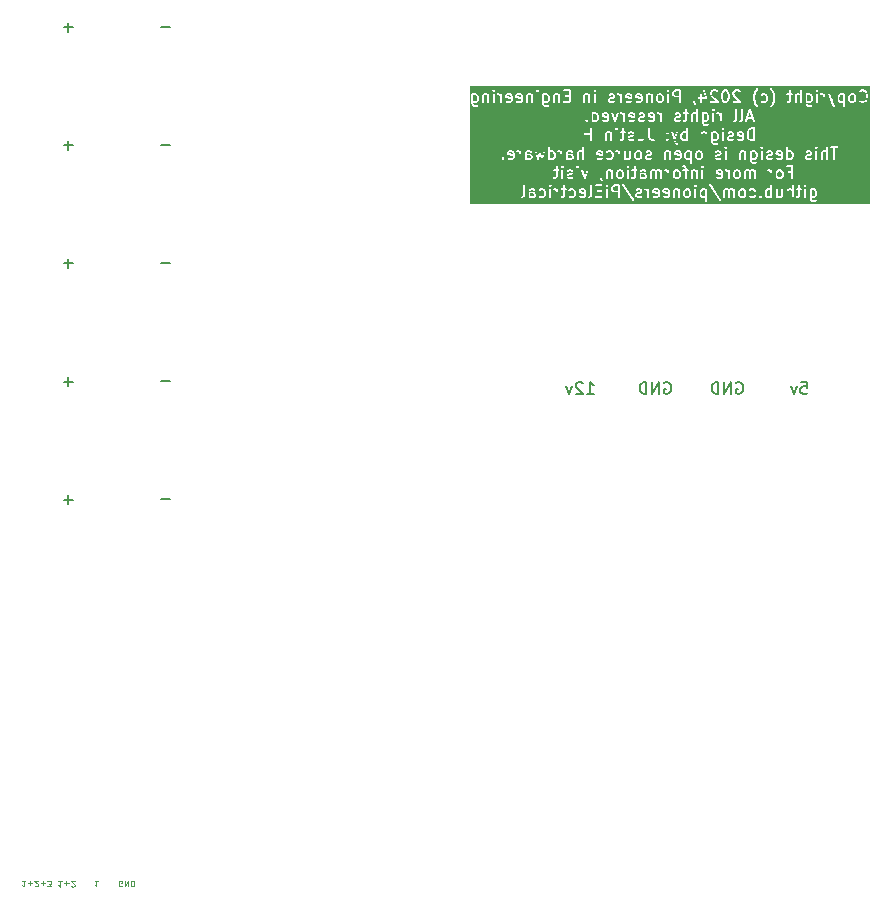
<source format=gbr>
%TF.GenerationSoftware,KiCad,Pcbnew,7.0.7*%
%TF.CreationDate,2024-02-23T22:21:44-08:00*%
%TF.ProjectId,PDB,5044422e-6b69-4636-9164-5f7063625858,rev?*%
%TF.SameCoordinates,Original*%
%TF.FileFunction,Legend,Bot*%
%TF.FilePolarity,Positive*%
%FSLAX46Y46*%
G04 Gerber Fmt 4.6, Leading zero omitted, Abs format (unit mm)*
G04 Created by KiCad (PCBNEW 7.0.7) date 2024-02-23 22:21:44*
%MOMM*%
%LPD*%
G01*
G04 APERTURE LIST*
%ADD10C,0.150000*%
%ADD11C,0.100000*%
%ADD12C,0.200000*%
G04 APERTURE END LIST*
D10*
X127828657Y-51270819D02*
X128304847Y-51270819D01*
X128304847Y-51270819D02*
X128352466Y-51747009D01*
X128352466Y-51747009D02*
X128304847Y-51699390D01*
X128304847Y-51699390D02*
X128209609Y-51651771D01*
X128209609Y-51651771D02*
X127971514Y-51651771D01*
X127971514Y-51651771D02*
X127876276Y-51699390D01*
X127876276Y-51699390D02*
X127828657Y-51747009D01*
X127828657Y-51747009D02*
X127781038Y-51842247D01*
X127781038Y-51842247D02*
X127781038Y-52080342D01*
X127781038Y-52080342D02*
X127828657Y-52175580D01*
X127828657Y-52175580D02*
X127876276Y-52223200D01*
X127876276Y-52223200D02*
X127971514Y-52270819D01*
X127971514Y-52270819D02*
X128209609Y-52270819D01*
X128209609Y-52270819D02*
X128304847Y-52223200D01*
X128304847Y-52223200D02*
X128352466Y-52175580D01*
X127447704Y-51604152D02*
X127209609Y-52270819D01*
X127209609Y-52270819D02*
X126971514Y-51604152D01*
D11*
X70332647Y-93961480D02*
X70285028Y-93985290D01*
X70285028Y-93985290D02*
X70213599Y-93985290D01*
X70213599Y-93985290D02*
X70142171Y-93961480D01*
X70142171Y-93961480D02*
X70094552Y-93913861D01*
X70094552Y-93913861D02*
X70070742Y-93866242D01*
X70070742Y-93866242D02*
X70046933Y-93771004D01*
X70046933Y-93771004D02*
X70046933Y-93699576D01*
X70046933Y-93699576D02*
X70070742Y-93604338D01*
X70070742Y-93604338D02*
X70094552Y-93556719D01*
X70094552Y-93556719D02*
X70142171Y-93509100D01*
X70142171Y-93509100D02*
X70213599Y-93485290D01*
X70213599Y-93485290D02*
X70261218Y-93485290D01*
X70261218Y-93485290D02*
X70332647Y-93509100D01*
X70332647Y-93509100D02*
X70356456Y-93532909D01*
X70356456Y-93532909D02*
X70356456Y-93699576D01*
X70356456Y-93699576D02*
X70261218Y-93699576D01*
X70570742Y-93485290D02*
X70570742Y-93985290D01*
X70570742Y-93985290D02*
X70856456Y-93485290D01*
X70856456Y-93485290D02*
X70856456Y-93985290D01*
X71094552Y-93485290D02*
X71094552Y-93985290D01*
X71094552Y-93985290D02*
X71213600Y-93985290D01*
X71213600Y-93985290D02*
X71285028Y-93961480D01*
X71285028Y-93961480D02*
X71332647Y-93913861D01*
X71332647Y-93913861D02*
X71356457Y-93866242D01*
X71356457Y-93866242D02*
X71380266Y-93771004D01*
X71380266Y-93771004D02*
X71380266Y-93699576D01*
X71380266Y-93699576D02*
X71356457Y-93604338D01*
X71356457Y-93604338D02*
X71332647Y-93556719D01*
X71332647Y-93556719D02*
X71285028Y-93509100D01*
X71285028Y-93509100D02*
X71213600Y-93485290D01*
X71213600Y-93485290D02*
X71094552Y-93485290D01*
X68316457Y-93485290D02*
X68030743Y-93485290D01*
X68173600Y-93485290D02*
X68173600Y-93985290D01*
X68173600Y-93985290D02*
X68125981Y-93913861D01*
X68125981Y-93913861D02*
X68078362Y-93866242D01*
X68078362Y-93866242D02*
X68030743Y-93842433D01*
X65228838Y-93510690D02*
X64943124Y-93510690D01*
X65085981Y-93510690D02*
X65085981Y-94010690D01*
X65085981Y-94010690D02*
X65038362Y-93939261D01*
X65038362Y-93939261D02*
X64990743Y-93891642D01*
X64990743Y-93891642D02*
X64943124Y-93867833D01*
X65443123Y-93701166D02*
X65824076Y-93701166D01*
X65633599Y-93510690D02*
X65633599Y-93891642D01*
X66038362Y-93963071D02*
X66062171Y-93986880D01*
X66062171Y-93986880D02*
X66109790Y-94010690D01*
X66109790Y-94010690D02*
X66228838Y-94010690D01*
X66228838Y-94010690D02*
X66276457Y-93986880D01*
X66276457Y-93986880D02*
X66300266Y-93963071D01*
X66300266Y-93963071D02*
X66324076Y-93915452D01*
X66324076Y-93915452D02*
X66324076Y-93867833D01*
X66324076Y-93867833D02*
X66300266Y-93796404D01*
X66300266Y-93796404D02*
X66014552Y-93510690D01*
X66014552Y-93510690D02*
X66324076Y-93510690D01*
D10*
X122351704Y-51318438D02*
X122446942Y-51270819D01*
X122446942Y-51270819D02*
X122589799Y-51270819D01*
X122589799Y-51270819D02*
X122732656Y-51318438D01*
X122732656Y-51318438D02*
X122827894Y-51413676D01*
X122827894Y-51413676D02*
X122875513Y-51508914D01*
X122875513Y-51508914D02*
X122923132Y-51699390D01*
X122923132Y-51699390D02*
X122923132Y-51842247D01*
X122923132Y-51842247D02*
X122875513Y-52032723D01*
X122875513Y-52032723D02*
X122827894Y-52127961D01*
X122827894Y-52127961D02*
X122732656Y-52223200D01*
X122732656Y-52223200D02*
X122589799Y-52270819D01*
X122589799Y-52270819D02*
X122494561Y-52270819D01*
X122494561Y-52270819D02*
X122351704Y-52223200D01*
X122351704Y-52223200D02*
X122304085Y-52175580D01*
X122304085Y-52175580D02*
X122304085Y-51842247D01*
X122304085Y-51842247D02*
X122494561Y-51842247D01*
X121875513Y-52270819D02*
X121875513Y-51270819D01*
X121875513Y-51270819D02*
X121304085Y-52270819D01*
X121304085Y-52270819D02*
X121304085Y-51270819D01*
X120827894Y-52270819D02*
X120827894Y-51270819D01*
X120827894Y-51270819D02*
X120589799Y-51270819D01*
X120589799Y-51270819D02*
X120446942Y-51318438D01*
X120446942Y-51318438D02*
X120351704Y-51413676D01*
X120351704Y-51413676D02*
X120304085Y-51508914D01*
X120304085Y-51508914D02*
X120256466Y-51699390D01*
X120256466Y-51699390D02*
X120256466Y-51842247D01*
X120256466Y-51842247D02*
X120304085Y-52032723D01*
X120304085Y-52032723D02*
X120351704Y-52127961D01*
X120351704Y-52127961D02*
X120446942Y-52223200D01*
X120446942Y-52223200D02*
X120589799Y-52270819D01*
X120589799Y-52270819D02*
X120827894Y-52270819D01*
X109715228Y-52270819D02*
X110286656Y-52270819D01*
X110000942Y-52270819D02*
X110000942Y-51270819D01*
X110000942Y-51270819D02*
X110096180Y-51413676D01*
X110096180Y-51413676D02*
X110191418Y-51508914D01*
X110191418Y-51508914D02*
X110286656Y-51556533D01*
X109334275Y-51366057D02*
X109286656Y-51318438D01*
X109286656Y-51318438D02*
X109191418Y-51270819D01*
X109191418Y-51270819D02*
X108953323Y-51270819D01*
X108953323Y-51270819D02*
X108858085Y-51318438D01*
X108858085Y-51318438D02*
X108810466Y-51366057D01*
X108810466Y-51366057D02*
X108762847Y-51461295D01*
X108762847Y-51461295D02*
X108762847Y-51556533D01*
X108762847Y-51556533D02*
X108810466Y-51699390D01*
X108810466Y-51699390D02*
X109381894Y-52270819D01*
X109381894Y-52270819D02*
X108762847Y-52270819D01*
X108429513Y-51604152D02*
X108191418Y-52270819D01*
X108191418Y-52270819D02*
X107953323Y-51604152D01*
D11*
X62141219Y-93485290D02*
X61855505Y-93485290D01*
X61998362Y-93485290D02*
X61998362Y-93985290D01*
X61998362Y-93985290D02*
X61950743Y-93913861D01*
X61950743Y-93913861D02*
X61903124Y-93866242D01*
X61903124Y-93866242D02*
X61855505Y-93842433D01*
X62355504Y-93675766D02*
X62736457Y-93675766D01*
X62545980Y-93485290D02*
X62545980Y-93866242D01*
X62950743Y-93937671D02*
X62974552Y-93961480D01*
X62974552Y-93961480D02*
X63022171Y-93985290D01*
X63022171Y-93985290D02*
X63141219Y-93985290D01*
X63141219Y-93985290D02*
X63188838Y-93961480D01*
X63188838Y-93961480D02*
X63212647Y-93937671D01*
X63212647Y-93937671D02*
X63236457Y-93890052D01*
X63236457Y-93890052D02*
X63236457Y-93842433D01*
X63236457Y-93842433D02*
X63212647Y-93771004D01*
X63212647Y-93771004D02*
X62926933Y-93485290D01*
X62926933Y-93485290D02*
X63236457Y-93485290D01*
X63450742Y-93675766D02*
X63831695Y-93675766D01*
X63641218Y-93485290D02*
X63641218Y-93866242D01*
X64022171Y-93985290D02*
X64331695Y-93985290D01*
X64331695Y-93985290D02*
X64165028Y-93794814D01*
X64165028Y-93794814D02*
X64236457Y-93794814D01*
X64236457Y-93794814D02*
X64284076Y-93771004D01*
X64284076Y-93771004D02*
X64307885Y-93747195D01*
X64307885Y-93747195D02*
X64331695Y-93699576D01*
X64331695Y-93699576D02*
X64331695Y-93580528D01*
X64331695Y-93580528D02*
X64307885Y-93532909D01*
X64307885Y-93532909D02*
X64284076Y-93509100D01*
X64284076Y-93509100D02*
X64236457Y-93485290D01*
X64236457Y-93485290D02*
X64093600Y-93485290D01*
X64093600Y-93485290D02*
X64045981Y-93509100D01*
X64045981Y-93509100D02*
X64022171Y-93532909D01*
D10*
G36*
X128976506Y-35062810D02*
G01*
X129006913Y-35093217D01*
X129041171Y-35161733D01*
X129041171Y-35412036D01*
X129006912Y-35480553D01*
X128976505Y-35510961D01*
X128907990Y-35545219D01*
X128752924Y-35545219D01*
X128714980Y-35526247D01*
X128714980Y-35047523D01*
X128752924Y-35028552D01*
X128907990Y-35028552D01*
X128976506Y-35062810D01*
G37*
G36*
X119707838Y-35047523D02*
G01*
X119707838Y-35526247D01*
X119669895Y-35545219D01*
X119514829Y-35545219D01*
X119446313Y-35510961D01*
X119415906Y-35480553D01*
X119381648Y-35412036D01*
X119381648Y-35161733D01*
X119415906Y-35093216D01*
X119446312Y-35062810D01*
X119514829Y-35028552D01*
X119669895Y-35028552D01*
X119707838Y-35047523D01*
G37*
G36*
X104925694Y-35314266D02*
G01*
X105146084Y-35314266D01*
X105203125Y-35342786D01*
X105231646Y-35399827D01*
X105231646Y-35459656D01*
X105203125Y-35516698D01*
X105146084Y-35545219D01*
X104943399Y-35545219D01*
X104905456Y-35526247D01*
X104905456Y-35310697D01*
X104925694Y-35314266D01*
G37*
G36*
X109441221Y-35057072D02*
G01*
X109469742Y-35114113D01*
X109469742Y-35195399D01*
X109143552Y-35130161D01*
X109143552Y-35114113D01*
X109172072Y-35057072D01*
X109229114Y-35028552D01*
X109384180Y-35028552D01*
X109441221Y-35057072D01*
G37*
G36*
X115679317Y-35057072D02*
G01*
X115707838Y-35114113D01*
X115707838Y-35195399D01*
X115381648Y-35130161D01*
X115381648Y-35114113D01*
X115410168Y-35057072D01*
X115467210Y-35028552D01*
X115622276Y-35028552D01*
X115679317Y-35057072D01*
G37*
G36*
X116536460Y-35057072D02*
G01*
X116564981Y-35114113D01*
X116564981Y-35195399D01*
X116238791Y-35130161D01*
X116238791Y-35114113D01*
X116267311Y-35057072D01*
X116324353Y-35028552D01*
X116479419Y-35028552D01*
X116536460Y-35057072D01*
G37*
G36*
X118309840Y-35062809D02*
G01*
X118340247Y-35093217D01*
X118374505Y-35161733D01*
X118374505Y-35412036D01*
X118340246Y-35480553D01*
X118309839Y-35510961D01*
X118241324Y-35545219D01*
X118133877Y-35545219D01*
X118065361Y-35510961D01*
X118034954Y-35480553D01*
X118000696Y-35412036D01*
X118000696Y-35161733D01*
X118034953Y-35093217D01*
X118065360Y-35062810D01*
X118133877Y-35028552D01*
X118241324Y-35028552D01*
X118309840Y-35062809D01*
G37*
G36*
X122976506Y-35062810D02*
G01*
X123006913Y-35093217D01*
X123041171Y-35161733D01*
X123041171Y-35412036D01*
X123006912Y-35480553D01*
X122976505Y-35510961D01*
X122907990Y-35545219D01*
X122800543Y-35545219D01*
X122732027Y-35510961D01*
X122701620Y-35480553D01*
X122667362Y-35412037D01*
X122667362Y-35161733D01*
X122701619Y-35093217D01*
X122732026Y-35062810D01*
X122800543Y-35028552D01*
X122907990Y-35028552D01*
X122976506Y-35062810D01*
G37*
G36*
X125231647Y-35047523D02*
G01*
X125231647Y-35526247D01*
X125193704Y-35545219D01*
X125038638Y-35545219D01*
X124970122Y-35510961D01*
X124939715Y-35480553D01*
X124905457Y-35412036D01*
X124905457Y-35161733D01*
X124939714Y-35093217D01*
X124970121Y-35062810D01*
X125038638Y-35028552D01*
X125193704Y-35028552D01*
X125231647Y-35047523D01*
G37*
G36*
X112326885Y-35069028D02*
G01*
X112038638Y-35069028D01*
X111970122Y-35034770D01*
X111939714Y-35004362D01*
X111905457Y-34935846D01*
X111905457Y-34828400D01*
X111939715Y-34759883D01*
X111970121Y-34729477D01*
X112038638Y-34695219D01*
X112326885Y-34695219D01*
X112326885Y-35069028D01*
G37*
G36*
X112619362Y-33452810D02*
G01*
X112649768Y-33483216D01*
X112684027Y-33551732D01*
X112684027Y-33802037D01*
X112649768Y-33870553D01*
X112619361Y-33900961D01*
X112550846Y-33935219D01*
X112443399Y-33935219D01*
X112374883Y-33900961D01*
X112344476Y-33870553D01*
X112310218Y-33802037D01*
X112310218Y-33551732D01*
X112344476Y-33483216D01*
X112374882Y-33452810D01*
X112443399Y-33418552D01*
X112550846Y-33418552D01*
X112619362Y-33452810D01*
G37*
G36*
X114330456Y-33704266D02*
G01*
X114550846Y-33704266D01*
X114607887Y-33732786D01*
X114636408Y-33789828D01*
X114636408Y-33849656D01*
X114607887Y-33906698D01*
X114550846Y-33935219D01*
X114348161Y-33935219D01*
X114310218Y-33916247D01*
X114310218Y-33700697D01*
X114330456Y-33704266D01*
G37*
G36*
X117428886Y-33452809D02*
G01*
X117459293Y-33483217D01*
X117493551Y-33551732D01*
X117493551Y-33802037D01*
X117459292Y-33870553D01*
X117428885Y-33900961D01*
X117360370Y-33935219D01*
X117252923Y-33935219D01*
X117184407Y-33900961D01*
X117154000Y-33870553D01*
X117119742Y-33802037D01*
X117119742Y-33551732D01*
X117154000Y-33483217D01*
X117184407Y-33452809D01*
X117252923Y-33418552D01*
X117360370Y-33418552D01*
X117428886Y-33452809D01*
G37*
G36*
X121036459Y-33447072D02*
G01*
X121064980Y-33504114D01*
X121064979Y-33585399D01*
X120738790Y-33520161D01*
X120738790Y-33504113D01*
X120767310Y-33447072D01*
X120824352Y-33418552D01*
X120979418Y-33418552D01*
X121036459Y-33447072D01*
G37*
G36*
X122524125Y-33452809D02*
G01*
X122554532Y-33483217D01*
X122588790Y-33551732D01*
X122588790Y-33802036D01*
X122554531Y-33870553D01*
X122524124Y-33900961D01*
X122455609Y-33935219D01*
X122348162Y-33935219D01*
X122279646Y-33900961D01*
X122249239Y-33870553D01*
X122214981Y-33802037D01*
X122214981Y-33551732D01*
X122249239Y-33483217D01*
X122279646Y-33452809D01*
X122348162Y-33418552D01*
X122455609Y-33418552D01*
X122524125Y-33452809D01*
G37*
G36*
X126143173Y-33452810D02*
G01*
X126173580Y-33483216D01*
X126207838Y-33551733D01*
X126207838Y-33802036D01*
X126173579Y-33870553D01*
X126143172Y-33900961D01*
X126074657Y-33935219D01*
X125967210Y-33935219D01*
X125898694Y-33900961D01*
X125868287Y-33870553D01*
X125834028Y-33802036D01*
X125834028Y-33551733D01*
X125868287Y-33483216D01*
X125898693Y-33452810D01*
X125967210Y-33418552D01*
X126074657Y-33418552D01*
X126143173Y-33452810D01*
G37*
G36*
X123928887Y-31842809D02*
G01*
X123959295Y-31873217D01*
X123993553Y-31941733D01*
X123993553Y-32192037D01*
X123959294Y-32260553D01*
X123928887Y-32290961D01*
X123860372Y-32325219D01*
X123705306Y-32325219D01*
X123667362Y-32306247D01*
X123667362Y-31827523D01*
X123705306Y-31808552D01*
X123860372Y-31808552D01*
X123928887Y-31842809D01*
G37*
G36*
X118422124Y-31827523D02*
G01*
X118422124Y-32306247D01*
X118384181Y-32325219D01*
X118229115Y-32325219D01*
X118160599Y-32290961D01*
X118130192Y-32260553D01*
X118095934Y-32192037D01*
X118095934Y-31941733D01*
X118130192Y-31873216D01*
X118160598Y-31842810D01*
X118229115Y-31808552D01*
X118384181Y-31808552D01*
X118422124Y-31827523D01*
G37*
G36*
X103393600Y-31837072D02*
G01*
X103422121Y-31894114D01*
X103422121Y-31975399D01*
X103095931Y-31910161D01*
X103095931Y-31894113D01*
X103124451Y-31837072D01*
X103181493Y-31808552D01*
X103336559Y-31808552D01*
X103393600Y-31837072D01*
G37*
G36*
X104639979Y-32094266D02*
G01*
X104860369Y-32094266D01*
X104917410Y-32122786D01*
X104945931Y-32179827D01*
X104945931Y-32239656D01*
X104917410Y-32296698D01*
X104860369Y-32325219D01*
X104657684Y-32325219D01*
X104619741Y-32306247D01*
X104619741Y-32090697D01*
X104639979Y-32094266D01*
G37*
G36*
X106833647Y-31842810D02*
G01*
X106864054Y-31873216D01*
X106898312Y-31941733D01*
X106898312Y-32192037D01*
X106864053Y-32260553D01*
X106833646Y-32290961D01*
X106765131Y-32325219D01*
X106610065Y-32325219D01*
X106572122Y-32306247D01*
X106572122Y-31827523D01*
X106610065Y-31808552D01*
X106765131Y-31808552D01*
X106833647Y-31842810D01*
G37*
G36*
X108116170Y-32094266D02*
G01*
X108336560Y-32094266D01*
X108393601Y-32122786D01*
X108422122Y-32179827D01*
X108422122Y-32239656D01*
X108393601Y-32296698D01*
X108336560Y-32325219D01*
X108133875Y-32325219D01*
X108095931Y-32306247D01*
X108095932Y-32090697D01*
X108116170Y-32094266D01*
G37*
G36*
X110917411Y-31837072D02*
G01*
X110945932Y-31894113D01*
X110945932Y-31975399D01*
X110619742Y-31910161D01*
X110619742Y-31894114D01*
X110648262Y-31837072D01*
X110705304Y-31808552D01*
X110860370Y-31808552D01*
X110917411Y-31837072D01*
G37*
G36*
X114166981Y-31842809D02*
G01*
X114197389Y-31873217D01*
X114231647Y-31941733D01*
X114231647Y-32192037D01*
X114197388Y-32260553D01*
X114166981Y-32290961D01*
X114098466Y-32325219D01*
X113991019Y-32325219D01*
X113922503Y-32290961D01*
X113892096Y-32260553D01*
X113857838Y-32192037D01*
X113857838Y-31941732D01*
X113892096Y-31873216D01*
X113922503Y-31842809D01*
X113991019Y-31808552D01*
X114098466Y-31808552D01*
X114166981Y-31842809D01*
G37*
G36*
X117536460Y-31837072D02*
G01*
X117564981Y-31894114D01*
X117564981Y-31975399D01*
X117238791Y-31910161D01*
X117238791Y-31894114D01*
X117267311Y-31837072D01*
X117324353Y-31808552D01*
X117479419Y-31808552D01*
X117536460Y-31837072D01*
G37*
G36*
X119309840Y-31842809D02*
G01*
X119340247Y-31873216D01*
X119374505Y-31941733D01*
X119374505Y-32192037D01*
X119340246Y-32260553D01*
X119309839Y-32290961D01*
X119241324Y-32325219D01*
X119133877Y-32325219D01*
X119065361Y-32290961D01*
X119034954Y-32260553D01*
X119000696Y-32192037D01*
X119000696Y-31941733D01*
X119034953Y-31873217D01*
X119065361Y-31842809D01*
X119133877Y-31808552D01*
X119241324Y-31808552D01*
X119309840Y-31842809D01*
G37*
G36*
X126107889Y-31837072D02*
G01*
X126136410Y-31894113D01*
X126136410Y-31975399D01*
X125810219Y-31910161D01*
X125810220Y-31894114D01*
X125838740Y-31837072D01*
X125895782Y-31808552D01*
X126050848Y-31808552D01*
X126107889Y-31837072D01*
G37*
G36*
X126976506Y-31842809D02*
G01*
X127006913Y-31873216D01*
X127041172Y-31941732D01*
X127041172Y-32192037D01*
X127006913Y-32260553D01*
X126976506Y-32290961D01*
X126907991Y-32325219D01*
X126752925Y-32325219D01*
X126714982Y-32306247D01*
X126714982Y-31827523D01*
X126752925Y-31808552D01*
X126907991Y-31808552D01*
X126976506Y-31842809D01*
G37*
G36*
X120643173Y-30232810D02*
G01*
X120673579Y-30263216D01*
X120707838Y-30331733D01*
X120707838Y-30582036D01*
X120673579Y-30650553D01*
X120643172Y-30680961D01*
X120574657Y-30715219D01*
X120419591Y-30715219D01*
X120381648Y-30696247D01*
X120381648Y-30217523D01*
X120419591Y-30198552D01*
X120574657Y-30198552D01*
X120643173Y-30232810D01*
G37*
G36*
X118088790Y-30217523D02*
G01*
X118088790Y-30696247D01*
X118050847Y-30715219D01*
X117895781Y-30715219D01*
X117827265Y-30680961D01*
X117796858Y-30650553D01*
X117762599Y-30582036D01*
X117762599Y-30331733D01*
X117796858Y-30263216D01*
X117827265Y-30232810D01*
X117895781Y-30198552D01*
X118050847Y-30198552D01*
X118088790Y-30217523D01*
G37*
G36*
X122822174Y-30227072D02*
G01*
X122850695Y-30284114D01*
X122850694Y-30365399D01*
X122524505Y-30300161D01*
X122524505Y-30284113D01*
X122553025Y-30227072D01*
X122610067Y-30198552D01*
X122765133Y-30198552D01*
X122822174Y-30227072D01*
G37*
G36*
X123803076Y-30715219D02*
G01*
X123652151Y-30715219D01*
X123537638Y-30677048D01*
X123463525Y-30602934D01*
X123425031Y-30525946D01*
X123381648Y-30352412D01*
X123381648Y-30228024D01*
X123425031Y-30054489D01*
X123463524Y-29977503D01*
X123537638Y-29903389D01*
X123652151Y-29865219D01*
X123803076Y-29865219D01*
X123803076Y-30715219D01*
G37*
G36*
X119833648Y-28622809D02*
G01*
X119864056Y-28653217D01*
X119898314Y-28721733D01*
X119898314Y-28972036D01*
X119864055Y-29040553D01*
X119833648Y-29070961D01*
X119765133Y-29105219D01*
X119610067Y-29105219D01*
X119572124Y-29086247D01*
X119572124Y-28607523D01*
X119610067Y-28588552D01*
X119765133Y-28588552D01*
X119833648Y-28622809D01*
G37*
G36*
X110500313Y-28622810D02*
G01*
X110530719Y-28653216D01*
X110564978Y-28721732D01*
X110564978Y-28972037D01*
X110530719Y-29040553D01*
X110500312Y-29070961D01*
X110431797Y-29105219D01*
X110276731Y-29105219D01*
X110238788Y-29086247D01*
X110238788Y-28607523D01*
X110276731Y-28588552D01*
X110431797Y-28588552D01*
X110500313Y-28622810D01*
G37*
G36*
X111393600Y-28617072D02*
G01*
X111422121Y-28674114D01*
X111422121Y-28755399D01*
X111095931Y-28690161D01*
X111095931Y-28674113D01*
X111124451Y-28617072D01*
X111181493Y-28588552D01*
X111336559Y-28588552D01*
X111393600Y-28617072D01*
G37*
G36*
X113631696Y-28617072D02*
G01*
X113660217Y-28674113D01*
X113660217Y-28755399D01*
X113334026Y-28690161D01*
X113334027Y-28674113D01*
X113362547Y-28617072D01*
X113419589Y-28588552D01*
X113574655Y-28588552D01*
X113631696Y-28617072D01*
G37*
G36*
X115298363Y-28617072D02*
G01*
X115326884Y-28674113D01*
X115326883Y-28755399D01*
X115000694Y-28690161D01*
X115000694Y-28674113D01*
X115029214Y-28617072D01*
X115086256Y-28588552D01*
X115241322Y-28588552D01*
X115298363Y-28617072D01*
G37*
G36*
X123631163Y-28819504D02*
G01*
X123363087Y-28819504D01*
X123497125Y-28417389D01*
X123631163Y-28819504D01*
G37*
G36*
X100333647Y-27012809D02*
G01*
X100364054Y-27043217D01*
X100398312Y-27111733D01*
X100398312Y-27362037D01*
X100364053Y-27430553D01*
X100333646Y-27460961D01*
X100265131Y-27495219D01*
X100110065Y-27495219D01*
X100072122Y-27476247D01*
X100072122Y-26997523D01*
X100110065Y-26978552D01*
X100265131Y-26978552D01*
X100333647Y-27012809D01*
G37*
G36*
X106333647Y-27012809D02*
G01*
X106364054Y-27043217D01*
X106398312Y-27111733D01*
X106398312Y-27362037D01*
X106364053Y-27430553D01*
X106333646Y-27460961D01*
X106265131Y-27495219D01*
X106110065Y-27495219D01*
X106072122Y-27476247D01*
X106072122Y-26997523D01*
X106110065Y-26978552D01*
X106265131Y-26978552D01*
X106333647Y-27012809D01*
G37*
G36*
X128619364Y-27012810D02*
G01*
X128649771Y-27043217D01*
X128684029Y-27111732D01*
X128684029Y-27362037D01*
X128649770Y-27430553D01*
X128619363Y-27460961D01*
X128550848Y-27495219D01*
X128395782Y-27495219D01*
X128357839Y-27476247D01*
X128357839Y-26997523D01*
X128395782Y-26978552D01*
X128550848Y-26978552D01*
X128619364Y-27012810D01*
G37*
G36*
X131398315Y-26997523D02*
G01*
X131398315Y-27476247D01*
X131360372Y-27495219D01*
X131205306Y-27495219D01*
X131136790Y-27460961D01*
X131106383Y-27430553D01*
X131072125Y-27362036D01*
X131072125Y-27111733D01*
X131106382Y-27043217D01*
X131136790Y-27012809D01*
X131205306Y-26978552D01*
X131360372Y-26978552D01*
X131398315Y-26997523D01*
G37*
G36*
X103226934Y-27007072D02*
G01*
X103255455Y-27064114D01*
X103255455Y-27145399D01*
X102929265Y-27080161D01*
X102929265Y-27064114D01*
X102957785Y-27007072D01*
X103014827Y-26978552D01*
X103169893Y-26978552D01*
X103226934Y-27007072D01*
G37*
G36*
X104084077Y-27007072D02*
G01*
X104112598Y-27064114D01*
X104112598Y-27145399D01*
X103786408Y-27080161D01*
X103786408Y-27064114D01*
X103814928Y-27007072D01*
X103871970Y-26978552D01*
X104027036Y-26978552D01*
X104084077Y-27007072D01*
G37*
G36*
X113369792Y-27007072D02*
G01*
X113398313Y-27064114D01*
X113398313Y-27145399D01*
X113072123Y-27080161D01*
X113072123Y-27064114D01*
X113100643Y-27007072D01*
X113157685Y-26978552D01*
X113312751Y-26978552D01*
X113369792Y-27007072D01*
G37*
G36*
X114226935Y-27007072D02*
G01*
X114255456Y-27064114D01*
X114255456Y-27145399D01*
X113929265Y-27080161D01*
X113929266Y-27064114D01*
X113957786Y-27007072D01*
X114014828Y-26978552D01*
X114169894Y-26978552D01*
X114226935Y-27007072D01*
G37*
G36*
X116000315Y-27012810D02*
G01*
X116030721Y-27043216D01*
X116064980Y-27111733D01*
X116064980Y-27362037D01*
X116030721Y-27430553D01*
X116000314Y-27460961D01*
X115931799Y-27495219D01*
X115824352Y-27495219D01*
X115755836Y-27460961D01*
X115725429Y-27430553D01*
X115691171Y-27362036D01*
X115691171Y-27111733D01*
X115725429Y-27043216D01*
X115755836Y-27012809D01*
X115824352Y-26978552D01*
X115931799Y-26978552D01*
X116000315Y-27012810D01*
G37*
G36*
X121524124Y-26679477D02*
G01*
X121554530Y-26709883D01*
X121593024Y-26786871D01*
X121636408Y-26960405D01*
X121636408Y-27180032D01*
X121593024Y-27353566D01*
X121554530Y-27430553D01*
X121524123Y-27460961D01*
X121455608Y-27495219D01*
X121395780Y-27495219D01*
X121327264Y-27460961D01*
X121296857Y-27430553D01*
X121258363Y-27353565D01*
X121214980Y-27180032D01*
X121214980Y-26960404D01*
X121258363Y-26786871D01*
X121296856Y-26709884D01*
X121327264Y-26679476D01*
X121395780Y-26645219D01*
X121455608Y-26645219D01*
X121524124Y-26679477D01*
G37*
G36*
X132286030Y-27012809D02*
G01*
X132316438Y-27043217D01*
X132350696Y-27111733D01*
X132350696Y-27362037D01*
X132316437Y-27430553D01*
X132286030Y-27460961D01*
X132217515Y-27495219D01*
X132110068Y-27495219D01*
X132041552Y-27460961D01*
X132011145Y-27430553D01*
X131976887Y-27362037D01*
X131976887Y-27111732D01*
X132011144Y-27043217D01*
X132041552Y-27012809D01*
X132110068Y-26978552D01*
X132217515Y-26978552D01*
X132286030Y-27012809D01*
G37*
G36*
X117493551Y-27019028D02*
G01*
X117205304Y-27019028D01*
X117136788Y-26984770D01*
X117106380Y-26954362D01*
X117072123Y-26885847D01*
X117072123Y-26778399D01*
X117106381Y-26709883D01*
X117136787Y-26679477D01*
X117205304Y-26645219D01*
X117493551Y-26645219D01*
X117493551Y-27019028D01*
G37*
G36*
X133643553Y-36171409D02*
G01*
X99779265Y-36171409D01*
X99779265Y-35641602D01*
X104139520Y-35641602D01*
X104170084Y-35682807D01*
X104219982Y-35694727D01*
X104244949Y-35687301D01*
X104340187Y-35639682D01*
X104347906Y-35631528D01*
X104358211Y-35627062D01*
X104363286Y-35620219D01*
X104755456Y-35620219D01*
X104773003Y-35668428D01*
X104817432Y-35694080D01*
X104867956Y-35685171D01*
X104873848Y-35678148D01*
X104892153Y-35687301D01*
X104896606Y-35687813D01*
X104900042Y-35690696D01*
X104925694Y-35695219D01*
X105163789Y-35695219D01*
X105168002Y-35693685D01*
X105172363Y-35694727D01*
X105197330Y-35687301D01*
X105292568Y-35639682D01*
X105300287Y-35631528D01*
X105310592Y-35627062D01*
X105326109Y-35606141D01*
X105340632Y-35577094D01*
X105612734Y-35577094D01*
X105633137Y-35624165D01*
X105654058Y-35639682D01*
X105749296Y-35687301D01*
X105753749Y-35687813D01*
X105757185Y-35690696D01*
X105782837Y-35695219D01*
X105973313Y-35695219D01*
X105977526Y-35693685D01*
X105981887Y-35694727D01*
X106006854Y-35687301D01*
X106102092Y-35639682D01*
X106103216Y-35638494D01*
X106121585Y-35625632D01*
X106126998Y-35620219D01*
X106517360Y-35620219D01*
X106534907Y-35668428D01*
X106579336Y-35694080D01*
X106629860Y-35685171D01*
X106662837Y-35645871D01*
X106667360Y-35620219D01*
X106667360Y-34953552D01*
X106662620Y-34940528D01*
X106851833Y-34940528D01*
X106860742Y-34991052D01*
X106900042Y-35024029D01*
X106925694Y-35028552D01*
X107003227Y-35028552D01*
X107071742Y-35062809D01*
X107102150Y-35093217D01*
X107136408Y-35161733D01*
X107136408Y-35620219D01*
X107153955Y-35668428D01*
X107198384Y-35694080D01*
X107248908Y-35685171D01*
X107281885Y-35645871D01*
X107286408Y-35620219D01*
X107286408Y-35607195D01*
X107470881Y-35607195D01*
X107479790Y-35657719D01*
X107519090Y-35690696D01*
X107544742Y-35695219D01*
X107639980Y-35695219D01*
X107644193Y-35693685D01*
X107648554Y-35694727D01*
X107673521Y-35687301D01*
X107768759Y-35639682D01*
X107776478Y-35631528D01*
X107786783Y-35627062D01*
X107802300Y-35606141D01*
X107816823Y-35577094D01*
X108136544Y-35577094D01*
X108156947Y-35624165D01*
X108177868Y-35639682D01*
X108273106Y-35687301D01*
X108277559Y-35687813D01*
X108280995Y-35690696D01*
X108306647Y-35695219D01*
X108497123Y-35695219D01*
X108501336Y-35693685D01*
X108505697Y-35694727D01*
X108530664Y-35687301D01*
X108625902Y-35639682D01*
X108627026Y-35638494D01*
X108645395Y-35625632D01*
X108693013Y-35578013D01*
X108693703Y-35576531D01*
X108707062Y-35558521D01*
X108754681Y-35463283D01*
X108755193Y-35458829D01*
X108758076Y-35455394D01*
X108762599Y-35429742D01*
X108762599Y-35191647D01*
X108993552Y-35191647D01*
X108997790Y-35203291D01*
X108997507Y-35215681D01*
X109006293Y-35226651D01*
X109011099Y-35239856D01*
X109021828Y-35246050D01*
X109029576Y-35255725D01*
X109053843Y-35265191D01*
X109469742Y-35348369D01*
X109469742Y-35459656D01*
X109441221Y-35516698D01*
X109384180Y-35545219D01*
X109229114Y-35545219D01*
X109149712Y-35505518D01*
X109098745Y-35499653D01*
X109055932Y-35527919D01*
X109041306Y-35577094D01*
X109061709Y-35624165D01*
X109082630Y-35639682D01*
X109177868Y-35687301D01*
X109182321Y-35687813D01*
X109185757Y-35690696D01*
X109211409Y-35695219D01*
X109401885Y-35695219D01*
X109406098Y-35693685D01*
X109410459Y-35694727D01*
X109435426Y-35687301D01*
X109526824Y-35641602D01*
X109806188Y-35641602D01*
X109836752Y-35682807D01*
X109886650Y-35694727D01*
X109911617Y-35687301D01*
X110006855Y-35639682D01*
X110014574Y-35631528D01*
X110024879Y-35627062D01*
X110039614Y-35607195D01*
X110375644Y-35607195D01*
X110384553Y-35657719D01*
X110423853Y-35690696D01*
X110449505Y-35695219D01*
X110925695Y-35695219D01*
X110944003Y-35688555D01*
X110963195Y-35685171D01*
X110967545Y-35679986D01*
X110973904Y-35677672D01*
X110983646Y-35660798D01*
X110996172Y-35645871D01*
X110997889Y-35636128D01*
X110999556Y-35633243D01*
X110998977Y-35629960D01*
X111000695Y-35620219D01*
X111326885Y-35620219D01*
X111344432Y-35668428D01*
X111388861Y-35694080D01*
X111439385Y-35685171D01*
X111472362Y-35645871D01*
X111476885Y-35620219D01*
X111476885Y-34953552D01*
X111755457Y-34953552D01*
X111756990Y-34957765D01*
X111755949Y-34962126D01*
X111763375Y-34987093D01*
X111810994Y-35082331D01*
X111812183Y-35083456D01*
X111825043Y-35101823D01*
X111872662Y-35149442D01*
X111874143Y-35150133D01*
X111892154Y-35163491D01*
X111987392Y-35211110D01*
X111991845Y-35211622D01*
X111995281Y-35214505D01*
X112020933Y-35219028D01*
X112326885Y-35219028D01*
X112326885Y-35620219D01*
X112344432Y-35668428D01*
X112388861Y-35694080D01*
X112439385Y-35685171D01*
X112472362Y-35645871D01*
X112476885Y-35620219D01*
X112476885Y-34620219D01*
X112470221Y-34601910D01*
X112468183Y-34590350D01*
X112662349Y-34590350D01*
X112672815Y-34614202D01*
X113529957Y-35899917D01*
X113571299Y-35930296D01*
X113622495Y-35926995D01*
X113659592Y-35891556D01*
X113665231Y-35840565D01*
X113654765Y-35816712D01*
X113428531Y-35477361D01*
X113803076Y-35477361D01*
X113804609Y-35481573D01*
X113803567Y-35485935D01*
X113810994Y-35510902D01*
X113858613Y-35606141D01*
X113866766Y-35613860D01*
X113871233Y-35624165D01*
X113892154Y-35639682D01*
X113987392Y-35687301D01*
X113991845Y-35687813D01*
X113995281Y-35690696D01*
X114020933Y-35695219D01*
X114211409Y-35695219D01*
X114215622Y-35693685D01*
X114219983Y-35694727D01*
X114244950Y-35687301D01*
X114340188Y-35639682D01*
X114375460Y-35602428D01*
X114378535Y-35551218D01*
X114347971Y-35510012D01*
X114298072Y-35498092D01*
X114273106Y-35505518D01*
X114193704Y-35545219D01*
X114038638Y-35545219D01*
X113981596Y-35516698D01*
X113953076Y-35459656D01*
X113953076Y-35447446D01*
X113981596Y-35390405D01*
X114038638Y-35361885D01*
X114163790Y-35361885D01*
X114168003Y-35360351D01*
X114172364Y-35361393D01*
X114197331Y-35353967D01*
X114292569Y-35306348D01*
X114300288Y-35298194D01*
X114310593Y-35293728D01*
X114326110Y-35272807D01*
X114373729Y-35177569D01*
X114374241Y-35173115D01*
X114377124Y-35169680D01*
X114381647Y-35144028D01*
X114381647Y-35096409D01*
X114380113Y-35092195D01*
X114381155Y-35087834D01*
X114373729Y-35062868D01*
X114326110Y-34967630D01*
X114317956Y-34959910D01*
X114313490Y-34949606D01*
X114301250Y-34940528D01*
X114518501Y-34940528D01*
X114527410Y-34991052D01*
X114566710Y-35024029D01*
X114592362Y-35028552D01*
X114669895Y-35028552D01*
X114738411Y-35062810D01*
X114768817Y-35093216D01*
X114803076Y-35161733D01*
X114803076Y-35620219D01*
X114820623Y-35668428D01*
X114865052Y-35694080D01*
X114915576Y-35685171D01*
X114948553Y-35645871D01*
X114953076Y-35620219D01*
X114953076Y-35191647D01*
X115231648Y-35191647D01*
X115235886Y-35203291D01*
X115235603Y-35215681D01*
X115244389Y-35226651D01*
X115249195Y-35239856D01*
X115259924Y-35246050D01*
X115267672Y-35255725D01*
X115291939Y-35265191D01*
X115707837Y-35348369D01*
X115707838Y-35459656D01*
X115679317Y-35516698D01*
X115622276Y-35545219D01*
X115467210Y-35545219D01*
X115387808Y-35505518D01*
X115336841Y-35499653D01*
X115294028Y-35527919D01*
X115279402Y-35577094D01*
X115299805Y-35624165D01*
X115320726Y-35639682D01*
X115415964Y-35687301D01*
X115420417Y-35687813D01*
X115423853Y-35690696D01*
X115449505Y-35695219D01*
X115639981Y-35695219D01*
X115644194Y-35693685D01*
X115648555Y-35694727D01*
X115673522Y-35687301D01*
X115768760Y-35639682D01*
X115776479Y-35631528D01*
X115786784Y-35627062D01*
X115802301Y-35606141D01*
X115849920Y-35510902D01*
X115850432Y-35506448D01*
X115853315Y-35503013D01*
X115857838Y-35477361D01*
X115857838Y-35191647D01*
X116088791Y-35191647D01*
X116093029Y-35203291D01*
X116092746Y-35215681D01*
X116101532Y-35226651D01*
X116106338Y-35239856D01*
X116117067Y-35246050D01*
X116124815Y-35255725D01*
X116149082Y-35265191D01*
X116564981Y-35348369D01*
X116564981Y-35459656D01*
X116536460Y-35516698D01*
X116479419Y-35545219D01*
X116324353Y-35545219D01*
X116244951Y-35505518D01*
X116193984Y-35499653D01*
X116151171Y-35527919D01*
X116136545Y-35577094D01*
X116156948Y-35624165D01*
X116177869Y-35639682D01*
X116273107Y-35687301D01*
X116277560Y-35687813D01*
X116280996Y-35690696D01*
X116306648Y-35695219D01*
X116497124Y-35695219D01*
X116501337Y-35693685D01*
X116505698Y-35694727D01*
X116530665Y-35687301D01*
X116625903Y-35639682D01*
X116633622Y-35631528D01*
X116643927Y-35627062D01*
X116649002Y-35620219D01*
X116993553Y-35620219D01*
X117011100Y-35668428D01*
X117055529Y-35694080D01*
X117106053Y-35685171D01*
X117139030Y-35645871D01*
X117143553Y-35620219D01*
X117143553Y-35114114D01*
X117172073Y-35057072D01*
X117229115Y-35028552D01*
X117336562Y-35028552D01*
X117405078Y-35062810D01*
X117422124Y-35079855D01*
X117422124Y-35620219D01*
X117439671Y-35668428D01*
X117484100Y-35694080D01*
X117534624Y-35685171D01*
X117567601Y-35645871D01*
X117572124Y-35620219D01*
X117572124Y-35429742D01*
X117850696Y-35429742D01*
X117852229Y-35433955D01*
X117851188Y-35438316D01*
X117858614Y-35463283D01*
X117906233Y-35558521D01*
X117907421Y-35559646D01*
X117920281Y-35578012D01*
X117967900Y-35625632D01*
X117969381Y-35626322D01*
X117987393Y-35639682D01*
X118082631Y-35687301D01*
X118087084Y-35687813D01*
X118090520Y-35690696D01*
X118116172Y-35695219D01*
X118259029Y-35695219D01*
X118263242Y-35693685D01*
X118267603Y-35694727D01*
X118292570Y-35687301D01*
X118387808Y-35639682D01*
X118388932Y-35638494D01*
X118407301Y-35625632D01*
X118412714Y-35620219D01*
X118803076Y-35620219D01*
X118820623Y-35668428D01*
X118865052Y-35694080D01*
X118915576Y-35685171D01*
X118948553Y-35645871D01*
X118953076Y-35620219D01*
X118953076Y-35429742D01*
X119231648Y-35429742D01*
X119233181Y-35433955D01*
X119232140Y-35438316D01*
X119239566Y-35463283D01*
X119287185Y-35558521D01*
X119288373Y-35559646D01*
X119301233Y-35578012D01*
X119348852Y-35625632D01*
X119350333Y-35626322D01*
X119368345Y-35639682D01*
X119463583Y-35687301D01*
X119468036Y-35687813D01*
X119471472Y-35690696D01*
X119497124Y-35695219D01*
X119687600Y-35695219D01*
X119691813Y-35693685D01*
X119696174Y-35694727D01*
X119707838Y-35691257D01*
X119707838Y-35953552D01*
X119725385Y-36001761D01*
X119769814Y-36027413D01*
X119820338Y-36018504D01*
X119853315Y-35979204D01*
X119857838Y-35953552D01*
X119857838Y-34953552D01*
X119840291Y-34905343D01*
X119795862Y-34879691D01*
X119745338Y-34888600D01*
X119739445Y-34895622D01*
X119721141Y-34886470D01*
X119716687Y-34885957D01*
X119713252Y-34883075D01*
X119687600Y-34878552D01*
X119497124Y-34878552D01*
X119492910Y-34880085D01*
X119488549Y-34879044D01*
X119463583Y-34886470D01*
X119368345Y-34934089D01*
X119367219Y-34935278D01*
X119348853Y-34948138D01*
X119301234Y-34995757D01*
X119300543Y-34997238D01*
X119287185Y-35015249D01*
X119239566Y-35110487D01*
X119239053Y-35114940D01*
X119236171Y-35118376D01*
X119231648Y-35144028D01*
X119231648Y-35429742D01*
X118953076Y-35429742D01*
X118953076Y-34953552D01*
X118935529Y-34905343D01*
X118891100Y-34879691D01*
X118840576Y-34888600D01*
X118807599Y-34927900D01*
X118803076Y-34953552D01*
X118803076Y-35620219D01*
X118412714Y-35620219D01*
X118454919Y-35578013D01*
X118455609Y-35576531D01*
X118468968Y-35558521D01*
X118516587Y-35463283D01*
X118517099Y-35458829D01*
X118519982Y-35455394D01*
X118524505Y-35429742D01*
X118524505Y-35144028D01*
X118522971Y-35139814D01*
X118524013Y-35135453D01*
X118516587Y-35110487D01*
X118468968Y-35015249D01*
X118467778Y-35014123D01*
X118454919Y-34995757D01*
X118407300Y-34948138D01*
X118405818Y-34947447D01*
X118387808Y-34934089D01*
X118292570Y-34886470D01*
X118288116Y-34885957D01*
X118284681Y-34883075D01*
X118259029Y-34878552D01*
X118116172Y-34878552D01*
X118111958Y-34880085D01*
X118107597Y-34879044D01*
X118082631Y-34886470D01*
X117987393Y-34934089D01*
X117986267Y-34935278D01*
X117967901Y-34948138D01*
X117920282Y-34995757D01*
X117919591Y-34997238D01*
X117906233Y-35015249D01*
X117858614Y-35110487D01*
X117858101Y-35114940D01*
X117855219Y-35118376D01*
X117850696Y-35144028D01*
X117850696Y-35429742D01*
X117572124Y-35429742D01*
X117572124Y-34953552D01*
X117554577Y-34905343D01*
X117510148Y-34879691D01*
X117459624Y-34888600D01*
X117439657Y-34912394D01*
X117387808Y-34886470D01*
X117383354Y-34885957D01*
X117379919Y-34883075D01*
X117354267Y-34878552D01*
X117211410Y-34878552D01*
X117207196Y-34880085D01*
X117202835Y-34879044D01*
X117177869Y-34886470D01*
X117082631Y-34934089D01*
X117074911Y-34942242D01*
X117064607Y-34946709D01*
X117049090Y-34967630D01*
X117001471Y-35062868D01*
X117000958Y-35067321D01*
X116998076Y-35070757D01*
X116993553Y-35096409D01*
X116993553Y-35620219D01*
X116649002Y-35620219D01*
X116659444Y-35606141D01*
X116707063Y-35510902D01*
X116707575Y-35506448D01*
X116710458Y-35503013D01*
X116714981Y-35477361D01*
X116714981Y-35096409D01*
X116713447Y-35092195D01*
X116714489Y-35087834D01*
X116707063Y-35062868D01*
X116659444Y-34967630D01*
X116651290Y-34959910D01*
X116646824Y-34949606D01*
X116625903Y-34934089D01*
X116530665Y-34886470D01*
X116526211Y-34885957D01*
X116522776Y-34883075D01*
X116497124Y-34878552D01*
X116306648Y-34878552D01*
X116302434Y-34880085D01*
X116298073Y-34879044D01*
X116273107Y-34886470D01*
X116177869Y-34934089D01*
X116170149Y-34942242D01*
X116159845Y-34946709D01*
X116144328Y-34967630D01*
X116096709Y-35062868D01*
X116096196Y-35067321D01*
X116093314Y-35070757D01*
X116088791Y-35096409D01*
X116088791Y-35191647D01*
X115857838Y-35191647D01*
X115857838Y-35096409D01*
X115856304Y-35092195D01*
X115857346Y-35087834D01*
X115849920Y-35062868D01*
X115802301Y-34967630D01*
X115794147Y-34959910D01*
X115789681Y-34949606D01*
X115768760Y-34934089D01*
X115673522Y-34886470D01*
X115669068Y-34885957D01*
X115665633Y-34883075D01*
X115639981Y-34878552D01*
X115449505Y-34878552D01*
X115445291Y-34880085D01*
X115440930Y-34879044D01*
X115415964Y-34886470D01*
X115320726Y-34934089D01*
X115313006Y-34942242D01*
X115302702Y-34946709D01*
X115287185Y-34967630D01*
X115239566Y-35062868D01*
X115239053Y-35067321D01*
X115236171Y-35070757D01*
X115231648Y-35096409D01*
X115231648Y-35191647D01*
X114953076Y-35191647D01*
X114953076Y-34953552D01*
X114935529Y-34905343D01*
X114891100Y-34879691D01*
X114840576Y-34888600D01*
X114807599Y-34927900D01*
X114807307Y-34929553D01*
X114721141Y-34886470D01*
X114716687Y-34885957D01*
X114713252Y-34883075D01*
X114687600Y-34878552D01*
X114592362Y-34878552D01*
X114544153Y-34896099D01*
X114518501Y-34940528D01*
X114301250Y-34940528D01*
X114292569Y-34934089D01*
X114197331Y-34886470D01*
X114192877Y-34885957D01*
X114189442Y-34883075D01*
X114163790Y-34878552D01*
X114020933Y-34878552D01*
X114016719Y-34880085D01*
X114012358Y-34879044D01*
X113987392Y-34886470D01*
X113892154Y-34934089D01*
X113856882Y-34971343D01*
X113853807Y-35022554D01*
X113884371Y-35063759D01*
X113934269Y-35075679D01*
X113959236Y-35068253D01*
X114038638Y-35028552D01*
X114146085Y-35028552D01*
X114203126Y-35057072D01*
X114231647Y-35114114D01*
X114231647Y-35126322D01*
X114203126Y-35183364D01*
X114146085Y-35211885D01*
X114020933Y-35211885D01*
X114016719Y-35213418D01*
X114012358Y-35212377D01*
X113987392Y-35219803D01*
X113892154Y-35267422D01*
X113884434Y-35275575D01*
X113874130Y-35280042D01*
X113858613Y-35300963D01*
X113810994Y-35396201D01*
X113810481Y-35400654D01*
X113807599Y-35404090D01*
X113803076Y-35429742D01*
X113803076Y-35477361D01*
X113428531Y-35477361D01*
X112884492Y-34661302D01*
X118755743Y-34661302D01*
X118760785Y-34680121D01*
X118762484Y-34699534D01*
X118768157Y-34707636D01*
X118769020Y-34710856D01*
X118771750Y-34712767D01*
X118777424Y-34720871D01*
X118825043Y-34768490D01*
X118842701Y-34776723D01*
X118858665Y-34787902D01*
X118862081Y-34787603D01*
X118865052Y-34789318D01*
X118868431Y-34788722D01*
X118871539Y-34790171D01*
X118890358Y-34785128D01*
X118909772Y-34783430D01*
X118913585Y-34780760D01*
X118915576Y-34780409D01*
X118917697Y-34777880D01*
X118917874Y-34777756D01*
X118921094Y-34776894D01*
X118923005Y-34774164D01*
X118931109Y-34768490D01*
X118978728Y-34720871D01*
X118986963Y-34703210D01*
X118998139Y-34687249D01*
X118997549Y-34680507D01*
X119000409Y-34674375D01*
X118995366Y-34655553D01*
X118993668Y-34636142D01*
X118987994Y-34628039D01*
X118987132Y-34624820D01*
X118984402Y-34622908D01*
X118978728Y-34614805D01*
X118954273Y-34590350D01*
X120043302Y-34590350D01*
X120053768Y-34614202D01*
X120910910Y-35899917D01*
X120952252Y-35930296D01*
X121003448Y-35926995D01*
X121040545Y-35891556D01*
X121046184Y-35840565D01*
X121035718Y-35816712D01*
X120999961Y-35763076D01*
X128564981Y-35763076D01*
X128566514Y-35767289D01*
X128565473Y-35771650D01*
X128572899Y-35796617D01*
X128620518Y-35891855D01*
X128621707Y-35892980D01*
X128634567Y-35911347D01*
X128682186Y-35958966D01*
X128683667Y-35959657D01*
X128701678Y-35973015D01*
X128796916Y-36020634D01*
X128801369Y-36021146D01*
X128804805Y-36024029D01*
X128830457Y-36028552D01*
X128973314Y-36028552D01*
X128977527Y-36027018D01*
X128981888Y-36028060D01*
X129006855Y-36020634D01*
X129102093Y-35973015D01*
X129137365Y-35935761D01*
X129140440Y-35884551D01*
X129109876Y-35843345D01*
X129059977Y-35831425D01*
X129035011Y-35838851D01*
X128955609Y-35878552D01*
X128848162Y-35878552D01*
X128779646Y-35844294D01*
X128749239Y-35813887D01*
X128714980Y-35745370D01*
X128714980Y-35691650D01*
X128735219Y-35695219D01*
X128925695Y-35695219D01*
X128929908Y-35693685D01*
X128934269Y-35694727D01*
X128959236Y-35687301D01*
X129054474Y-35639682D01*
X129055598Y-35638494D01*
X129073967Y-35625632D01*
X129121585Y-35578013D01*
X129122275Y-35576531D01*
X129135634Y-35558521D01*
X129183253Y-35463283D01*
X129183765Y-35458829D01*
X129186648Y-35455394D01*
X129191171Y-35429742D01*
X129191171Y-35144028D01*
X129189637Y-35139814D01*
X129190679Y-35135453D01*
X129183253Y-35110487D01*
X129135634Y-35015249D01*
X129134444Y-35014123D01*
X129121585Y-34995757D01*
X129073966Y-34948138D01*
X129072484Y-34947447D01*
X129054474Y-34934089D01*
X128959236Y-34886470D01*
X128954782Y-34885957D01*
X128951347Y-34883075D01*
X128925695Y-34878552D01*
X128735219Y-34878552D01*
X128731005Y-34880085D01*
X128726644Y-34879044D01*
X128701678Y-34886470D01*
X128681885Y-34896366D01*
X128653005Y-34879691D01*
X128602481Y-34888600D01*
X128569504Y-34927900D01*
X128564981Y-34953552D01*
X128564981Y-35763076D01*
X120999961Y-35763076D01*
X120904723Y-35620219D01*
X121231647Y-35620219D01*
X121249194Y-35668428D01*
X121293623Y-35694080D01*
X121344147Y-35685171D01*
X121377124Y-35645871D01*
X121381647Y-35620219D01*
X121381647Y-35114114D01*
X121410167Y-35057072D01*
X121467210Y-35028552D01*
X121574657Y-35028552D01*
X121631698Y-35057072D01*
X121660219Y-35114114D01*
X121660219Y-35620219D01*
X121677766Y-35668428D01*
X121722195Y-35694080D01*
X121772719Y-35685171D01*
X121805696Y-35645871D01*
X121810219Y-35620219D01*
X121810219Y-35114114D01*
X121838739Y-35057072D01*
X121895781Y-35028552D01*
X122003228Y-35028552D01*
X122071744Y-35062810D01*
X122088790Y-35079855D01*
X122088790Y-35620219D01*
X122106337Y-35668428D01*
X122150766Y-35694080D01*
X122201290Y-35685171D01*
X122234267Y-35645871D01*
X122238790Y-35620219D01*
X122238790Y-35429742D01*
X122517362Y-35429742D01*
X122518895Y-35433955D01*
X122517854Y-35438316D01*
X122525280Y-35463283D01*
X122572899Y-35558521D01*
X122574087Y-35559646D01*
X122586947Y-35578012D01*
X122634566Y-35625632D01*
X122636047Y-35626322D01*
X122654059Y-35639682D01*
X122749297Y-35687301D01*
X122753750Y-35687813D01*
X122757186Y-35690696D01*
X122782838Y-35695219D01*
X122925695Y-35695219D01*
X122929908Y-35693685D01*
X122934269Y-35694727D01*
X122959236Y-35687301D01*
X123054474Y-35639682D01*
X123055598Y-35638494D01*
X123073967Y-35625632D01*
X123121585Y-35578013D01*
X123122013Y-35577094D01*
X123422259Y-35577094D01*
X123442662Y-35624165D01*
X123463583Y-35639682D01*
X123558821Y-35687301D01*
X123563274Y-35687813D01*
X123566710Y-35690696D01*
X123592362Y-35695219D01*
X123782838Y-35695219D01*
X123787051Y-35693685D01*
X123791412Y-35694727D01*
X123816379Y-35687301D01*
X123911617Y-35639682D01*
X123912741Y-35638494D01*
X123931110Y-35625632D01*
X123978728Y-35578013D01*
X123979418Y-35576531D01*
X123987182Y-35566064D01*
X124279552Y-35566064D01*
X124284594Y-35584884D01*
X124286293Y-35604296D01*
X124291966Y-35612398D01*
X124292829Y-35615619D01*
X124295560Y-35617531D01*
X124301233Y-35625633D01*
X124348852Y-35673252D01*
X124366510Y-35681485D01*
X124382474Y-35692664D01*
X124385890Y-35692365D01*
X124388861Y-35694080D01*
X124392240Y-35693484D01*
X124395348Y-35694933D01*
X124414167Y-35689890D01*
X124433581Y-35688192D01*
X124437394Y-35685522D01*
X124439385Y-35685171D01*
X124441506Y-35682642D01*
X124441683Y-35682518D01*
X124444903Y-35681656D01*
X124446814Y-35678926D01*
X124454918Y-35673252D01*
X124502537Y-35625633D01*
X124510771Y-35607974D01*
X124521948Y-35592012D01*
X124521358Y-35585269D01*
X124524218Y-35579137D01*
X124519175Y-35560318D01*
X124517478Y-35540905D01*
X124511803Y-35532800D01*
X124510941Y-35529582D01*
X124508211Y-35527670D01*
X124502537Y-35519567D01*
X124454919Y-35471948D01*
X124437261Y-35463714D01*
X124421296Y-35452535D01*
X124417879Y-35452833D01*
X124414909Y-35451119D01*
X124411529Y-35451714D01*
X124408422Y-35450266D01*
X124389602Y-35455308D01*
X124370188Y-35457007D01*
X124366374Y-35459677D01*
X124364385Y-35460028D01*
X124362263Y-35462555D01*
X124362085Y-35462680D01*
X124358867Y-35463543D01*
X124356955Y-35466272D01*
X124348851Y-35471948D01*
X124301232Y-35519568D01*
X124292998Y-35537225D01*
X124281821Y-35553189D01*
X124282411Y-35559932D01*
X124279552Y-35566064D01*
X123987182Y-35566064D01*
X123992777Y-35558521D01*
X124040396Y-35463283D01*
X124040908Y-35458829D01*
X124043791Y-35455394D01*
X124048314Y-35429742D01*
X124755457Y-35429742D01*
X124756990Y-35433955D01*
X124755949Y-35438316D01*
X124763375Y-35463283D01*
X124810994Y-35558521D01*
X124812182Y-35559646D01*
X124825042Y-35578012D01*
X124872661Y-35625632D01*
X124874142Y-35626322D01*
X124892154Y-35639682D01*
X124987392Y-35687301D01*
X124991845Y-35687813D01*
X124995281Y-35690696D01*
X125020933Y-35695219D01*
X125211409Y-35695219D01*
X125215622Y-35693685D01*
X125219983Y-35694727D01*
X125244950Y-35687301D01*
X125264742Y-35677404D01*
X125293623Y-35694080D01*
X125344147Y-35685171D01*
X125377124Y-35645871D01*
X125381647Y-35620219D01*
X125707838Y-35620219D01*
X125725385Y-35668428D01*
X125769814Y-35694080D01*
X125820338Y-35685171D01*
X125840304Y-35661376D01*
X125892154Y-35687301D01*
X125896607Y-35687813D01*
X125900043Y-35690696D01*
X125925695Y-35695219D01*
X126068552Y-35695219D01*
X126072765Y-35693685D01*
X126077126Y-35694727D01*
X126102093Y-35687301D01*
X126197331Y-35639682D01*
X126205050Y-35631528D01*
X126215355Y-35627062D01*
X126220430Y-35620219D01*
X126612600Y-35620219D01*
X126630147Y-35668428D01*
X126674576Y-35694080D01*
X126725100Y-35685171D01*
X126758077Y-35645871D01*
X126762600Y-35620219D01*
X126762600Y-35114114D01*
X126791120Y-35057072D01*
X126848162Y-35028552D01*
X126955609Y-35028552D01*
X127024125Y-35062810D01*
X127041171Y-35079856D01*
X127041171Y-35620219D01*
X127058718Y-35668428D01*
X127103147Y-35694080D01*
X127153671Y-35685171D01*
X127186648Y-35645871D01*
X127191171Y-35620219D01*
X127191171Y-35607195D01*
X127375644Y-35607195D01*
X127384553Y-35657719D01*
X127423853Y-35690696D01*
X127449505Y-35695219D01*
X127544743Y-35695219D01*
X127548956Y-35693685D01*
X127553317Y-35694727D01*
X127578284Y-35687301D01*
X127673522Y-35639682D01*
X127681241Y-35631528D01*
X127691546Y-35627062D01*
X127696621Y-35620219D01*
X128088790Y-35620219D01*
X128106337Y-35668428D01*
X128150766Y-35694080D01*
X128201290Y-35685171D01*
X128234267Y-35645871D01*
X128238790Y-35620219D01*
X128238790Y-34953552D01*
X128221243Y-34905343D01*
X128176814Y-34879691D01*
X128126290Y-34888600D01*
X128093313Y-34927900D01*
X128088790Y-34953552D01*
X128088790Y-35620219D01*
X127696621Y-35620219D01*
X127707063Y-35606141D01*
X127754682Y-35510902D01*
X127755194Y-35506448D01*
X127758077Y-35503013D01*
X127762600Y-35477361D01*
X127762600Y-35028552D01*
X127830457Y-35028552D01*
X127878666Y-35011005D01*
X127904318Y-34966576D01*
X127895409Y-34916052D01*
X127856109Y-34883075D01*
X127830457Y-34878552D01*
X127762600Y-34878552D01*
X127762600Y-34661302D01*
X128041457Y-34661302D01*
X128046499Y-34680121D01*
X128048198Y-34699534D01*
X128053871Y-34707636D01*
X128054734Y-34710856D01*
X128057464Y-34712767D01*
X128063138Y-34720871D01*
X128110757Y-34768490D01*
X128128415Y-34776723D01*
X128144379Y-34787902D01*
X128147795Y-34787603D01*
X128150766Y-34789318D01*
X128154145Y-34788722D01*
X128157253Y-34790171D01*
X128176072Y-34785128D01*
X128195486Y-34783430D01*
X128199299Y-34780760D01*
X128201290Y-34780409D01*
X128203411Y-34777880D01*
X128203588Y-34777756D01*
X128206808Y-34776894D01*
X128208719Y-34774164D01*
X128216823Y-34768490D01*
X128264442Y-34720871D01*
X128272677Y-34703210D01*
X128283853Y-34687249D01*
X128283263Y-34680507D01*
X128286123Y-34674375D01*
X128281080Y-34655553D01*
X128279382Y-34636142D01*
X128273708Y-34628039D01*
X128272846Y-34624820D01*
X128270116Y-34622908D01*
X128264442Y-34614805D01*
X128216823Y-34567186D01*
X128199162Y-34558951D01*
X128183201Y-34547775D01*
X128179785Y-34548073D01*
X128176814Y-34546358D01*
X128173433Y-34546954D01*
X128170326Y-34545505D01*
X128151504Y-34550547D01*
X128132094Y-34552246D01*
X128128280Y-34554915D01*
X128126290Y-34555267D01*
X128124168Y-34557795D01*
X128123991Y-34557919D01*
X128120772Y-34558782D01*
X128118860Y-34561512D01*
X128110757Y-34567186D01*
X128063138Y-34614805D01*
X128054904Y-34632462D01*
X128043726Y-34648427D01*
X128044316Y-34655170D01*
X128041457Y-34661302D01*
X127762600Y-34661302D01*
X127762600Y-34620219D01*
X127745053Y-34572010D01*
X127700624Y-34546358D01*
X127650100Y-34555267D01*
X127617123Y-34594567D01*
X127612600Y-34620219D01*
X127612600Y-34878552D01*
X127449505Y-34878552D01*
X127401296Y-34896099D01*
X127375644Y-34940528D01*
X127384553Y-34991052D01*
X127423853Y-35024029D01*
X127449505Y-35028552D01*
X127612600Y-35028552D01*
X127612600Y-35459656D01*
X127584079Y-35516698D01*
X127527038Y-35545219D01*
X127449505Y-35545219D01*
X127401296Y-35562766D01*
X127375644Y-35607195D01*
X127191171Y-35607195D01*
X127191171Y-34620219D01*
X127173624Y-34572010D01*
X127129195Y-34546358D01*
X127078671Y-34555267D01*
X127045694Y-34594567D01*
X127041171Y-34620219D01*
X127041171Y-34903628D01*
X127006855Y-34886470D01*
X127002401Y-34885957D01*
X126998966Y-34883075D01*
X126973314Y-34878552D01*
X126830457Y-34878552D01*
X126826243Y-34880085D01*
X126821882Y-34879044D01*
X126796916Y-34886470D01*
X126701678Y-34934089D01*
X126693958Y-34942242D01*
X126683654Y-34946709D01*
X126668137Y-34967630D01*
X126620518Y-35062868D01*
X126620005Y-35067321D01*
X126617123Y-35070757D01*
X126612600Y-35096409D01*
X126612600Y-35620219D01*
X126220430Y-35620219D01*
X126230872Y-35606141D01*
X126278491Y-35510902D01*
X126279003Y-35506448D01*
X126281886Y-35503013D01*
X126286409Y-35477361D01*
X126286409Y-34953552D01*
X126268862Y-34905343D01*
X126224433Y-34879691D01*
X126173909Y-34888600D01*
X126140932Y-34927900D01*
X126136409Y-34953552D01*
X126136409Y-35459656D01*
X126107888Y-35516698D01*
X126050847Y-35545219D01*
X125943400Y-35545219D01*
X125874884Y-35510961D01*
X125857838Y-35493914D01*
X125857838Y-34953552D01*
X125840291Y-34905343D01*
X125795862Y-34879691D01*
X125745338Y-34888600D01*
X125712361Y-34927900D01*
X125707838Y-34953552D01*
X125707838Y-35620219D01*
X125381647Y-35620219D01*
X125381647Y-34620219D01*
X125364100Y-34572010D01*
X125319671Y-34546358D01*
X125269147Y-34555267D01*
X125236170Y-34594567D01*
X125231647Y-34620219D01*
X125231647Y-34882120D01*
X125211409Y-34878552D01*
X125020933Y-34878552D01*
X125016719Y-34880085D01*
X125012358Y-34879044D01*
X124987392Y-34886470D01*
X124892154Y-34934089D01*
X124891028Y-34935278D01*
X124872662Y-34948138D01*
X124825043Y-34995757D01*
X124824352Y-34997238D01*
X124810994Y-35015249D01*
X124763375Y-35110487D01*
X124762862Y-35114940D01*
X124759980Y-35118376D01*
X124755457Y-35144028D01*
X124755457Y-35429742D01*
X124048314Y-35429742D01*
X124048314Y-35144028D01*
X124046780Y-35139814D01*
X124047822Y-35135453D01*
X124040396Y-35110487D01*
X123992777Y-35015249D01*
X123991587Y-35014123D01*
X123978728Y-34995757D01*
X123931109Y-34948138D01*
X123929627Y-34947447D01*
X123911617Y-34934089D01*
X123816379Y-34886470D01*
X123811925Y-34885957D01*
X123808490Y-34883075D01*
X123782838Y-34878552D01*
X123592362Y-34878552D01*
X123588148Y-34880085D01*
X123583787Y-34879044D01*
X123558821Y-34886470D01*
X123463583Y-34934089D01*
X123428311Y-34971343D01*
X123425236Y-35022554D01*
X123455800Y-35063759D01*
X123505698Y-35075679D01*
X123530665Y-35068253D01*
X123610067Y-35028552D01*
X123765133Y-35028552D01*
X123833648Y-35062809D01*
X123864056Y-35093217D01*
X123898314Y-35161733D01*
X123898314Y-35412036D01*
X123864055Y-35480553D01*
X123833648Y-35510961D01*
X123765133Y-35545219D01*
X123610067Y-35545219D01*
X123530665Y-35505518D01*
X123479698Y-35499653D01*
X123436885Y-35527919D01*
X123422259Y-35577094D01*
X123122013Y-35577094D01*
X123122275Y-35576531D01*
X123135634Y-35558521D01*
X123183253Y-35463283D01*
X123183765Y-35458829D01*
X123186648Y-35455394D01*
X123191171Y-35429742D01*
X123191171Y-35144028D01*
X123189637Y-35139814D01*
X123190679Y-35135453D01*
X123183253Y-35110487D01*
X123135634Y-35015249D01*
X123134444Y-35014123D01*
X123121585Y-34995757D01*
X123073966Y-34948138D01*
X123072484Y-34947447D01*
X123054474Y-34934089D01*
X122959236Y-34886470D01*
X122954782Y-34885957D01*
X122951347Y-34883075D01*
X122925695Y-34878552D01*
X122782838Y-34878552D01*
X122778624Y-34880085D01*
X122774263Y-34879044D01*
X122749297Y-34886470D01*
X122654059Y-34934089D01*
X122652933Y-34935278D01*
X122634567Y-34948138D01*
X122586948Y-34995757D01*
X122586257Y-34997238D01*
X122572899Y-35015249D01*
X122525280Y-35110487D01*
X122524767Y-35114940D01*
X122521885Y-35118376D01*
X122517362Y-35144028D01*
X122517362Y-35429742D01*
X122238790Y-35429742D01*
X122238790Y-34953552D01*
X122221243Y-34905343D01*
X122176814Y-34879691D01*
X122126290Y-34888600D01*
X122106323Y-34912394D01*
X122054474Y-34886470D01*
X122050020Y-34885957D01*
X122046585Y-34883075D01*
X122020933Y-34878552D01*
X121878076Y-34878552D01*
X121873862Y-34880085D01*
X121869501Y-34879044D01*
X121844535Y-34886470D01*
X121749297Y-34934089D01*
X121741577Y-34942242D01*
X121735617Y-34944825D01*
X121721141Y-34934089D01*
X121625903Y-34886470D01*
X121621449Y-34885957D01*
X121618014Y-34883075D01*
X121592362Y-34878552D01*
X121449505Y-34878552D01*
X121445291Y-34880085D01*
X121440931Y-34879044D01*
X121415964Y-34886470D01*
X121320725Y-34934089D01*
X121313005Y-34942242D01*
X121302701Y-34946709D01*
X121287184Y-34967630D01*
X121239565Y-35062868D01*
X121239052Y-35067321D01*
X121236170Y-35070757D01*
X121231647Y-35096409D01*
X121231647Y-35620219D01*
X120904723Y-35620219D01*
X120178576Y-34530998D01*
X120137234Y-34500619D01*
X120086038Y-34503920D01*
X120048941Y-34539358D01*
X120043302Y-34590350D01*
X118954273Y-34590350D01*
X118931109Y-34567186D01*
X118913448Y-34558951D01*
X118897487Y-34547775D01*
X118894071Y-34548073D01*
X118891100Y-34546358D01*
X118887719Y-34546954D01*
X118884612Y-34545505D01*
X118865790Y-34550547D01*
X118846380Y-34552246D01*
X118842566Y-34554915D01*
X118840576Y-34555267D01*
X118838454Y-34557795D01*
X118838277Y-34557919D01*
X118835058Y-34558782D01*
X118833146Y-34561512D01*
X118825043Y-34567186D01*
X118777424Y-34614805D01*
X118769190Y-34632462D01*
X118758012Y-34648427D01*
X118758602Y-34655170D01*
X118755743Y-34661302D01*
X112884492Y-34661302D01*
X112797623Y-34530998D01*
X112756281Y-34500619D01*
X112705085Y-34503920D01*
X112667988Y-34539358D01*
X112662349Y-34590350D01*
X112468183Y-34590350D01*
X112466837Y-34582719D01*
X112461652Y-34578368D01*
X112459338Y-34572010D01*
X112442464Y-34562267D01*
X112427537Y-34549742D01*
X112417794Y-34548024D01*
X112414909Y-34546358D01*
X112411626Y-34546936D01*
X112401885Y-34545219D01*
X112020933Y-34545219D01*
X112016719Y-34546752D01*
X112012358Y-34545711D01*
X111987392Y-34553137D01*
X111892154Y-34600756D01*
X111891028Y-34601945D01*
X111872662Y-34614805D01*
X111825043Y-34662424D01*
X111824352Y-34663905D01*
X111810994Y-34681916D01*
X111763375Y-34777154D01*
X111762862Y-34781607D01*
X111759980Y-34785043D01*
X111755457Y-34810695D01*
X111755457Y-34953552D01*
X111476885Y-34953552D01*
X111459338Y-34905343D01*
X111414909Y-34879691D01*
X111364385Y-34888600D01*
X111331408Y-34927900D01*
X111326885Y-34953552D01*
X111326885Y-35620219D01*
X111000695Y-35620219D01*
X111000695Y-34661302D01*
X111279552Y-34661302D01*
X111284594Y-34680121D01*
X111286293Y-34699534D01*
X111291966Y-34707636D01*
X111292829Y-34710856D01*
X111295559Y-34712767D01*
X111301233Y-34720871D01*
X111348852Y-34768490D01*
X111366510Y-34776723D01*
X111382474Y-34787902D01*
X111385890Y-34787603D01*
X111388861Y-34789318D01*
X111392240Y-34788722D01*
X111395348Y-34790171D01*
X111414167Y-34785128D01*
X111433581Y-34783430D01*
X111437394Y-34780760D01*
X111439385Y-34780409D01*
X111441506Y-34777880D01*
X111441683Y-34777756D01*
X111444903Y-34776894D01*
X111446814Y-34774164D01*
X111454918Y-34768490D01*
X111502537Y-34720871D01*
X111510772Y-34703210D01*
X111521948Y-34687249D01*
X111521358Y-34680507D01*
X111524218Y-34674375D01*
X111519175Y-34655553D01*
X111517477Y-34636142D01*
X111511803Y-34628039D01*
X111510941Y-34624820D01*
X111508211Y-34622908D01*
X111502537Y-34614805D01*
X111454918Y-34567186D01*
X111437257Y-34558951D01*
X111421296Y-34547775D01*
X111417880Y-34548073D01*
X111414909Y-34546358D01*
X111411528Y-34546954D01*
X111408421Y-34545505D01*
X111389599Y-34550547D01*
X111370189Y-34552246D01*
X111366375Y-34554915D01*
X111364385Y-34555267D01*
X111362263Y-34557795D01*
X111362086Y-34557919D01*
X111358867Y-34558782D01*
X111356955Y-34561512D01*
X111348852Y-34567186D01*
X111301233Y-34614805D01*
X111292999Y-34632462D01*
X111281821Y-34648427D01*
X111282411Y-34655170D01*
X111279552Y-34661302D01*
X111000695Y-34661302D01*
X111000695Y-34620219D01*
X110994031Y-34601910D01*
X110990647Y-34582719D01*
X110985462Y-34578368D01*
X110983148Y-34572010D01*
X110966274Y-34562267D01*
X110951347Y-34549742D01*
X110941604Y-34548024D01*
X110938719Y-34546358D01*
X110935436Y-34546936D01*
X110925695Y-34545219D01*
X110449505Y-34545219D01*
X110401296Y-34562766D01*
X110375644Y-34607195D01*
X110384553Y-34657719D01*
X110423853Y-34690696D01*
X110449505Y-34695219D01*
X110850695Y-34695219D01*
X110850695Y-35021409D01*
X110592362Y-35021409D01*
X110544153Y-35038956D01*
X110518501Y-35083385D01*
X110527410Y-35133909D01*
X110566710Y-35166886D01*
X110592362Y-35171409D01*
X110850695Y-35171409D01*
X110850695Y-35545219D01*
X110449505Y-35545219D01*
X110401296Y-35562766D01*
X110375644Y-35607195D01*
X110039614Y-35607195D01*
X110040396Y-35606141D01*
X110088015Y-35510902D01*
X110088527Y-35506448D01*
X110091410Y-35503013D01*
X110095933Y-35477361D01*
X110095933Y-34620219D01*
X110078386Y-34572010D01*
X110033957Y-34546358D01*
X109983433Y-34555267D01*
X109950456Y-34594567D01*
X109945933Y-34620219D01*
X109945933Y-35459656D01*
X109917412Y-35516698D01*
X109844535Y-35553137D01*
X109809263Y-35590391D01*
X109806188Y-35641602D01*
X109526824Y-35641602D01*
X109530664Y-35639682D01*
X109538383Y-35631528D01*
X109548688Y-35627062D01*
X109564205Y-35606141D01*
X109611824Y-35510902D01*
X109612336Y-35506448D01*
X109615219Y-35503013D01*
X109619742Y-35477361D01*
X109619742Y-35096409D01*
X109618208Y-35092195D01*
X109619250Y-35087834D01*
X109611824Y-35062868D01*
X109564205Y-34967630D01*
X109556051Y-34959910D01*
X109551585Y-34949606D01*
X109530664Y-34934089D01*
X109435426Y-34886470D01*
X109430972Y-34885957D01*
X109427537Y-34883075D01*
X109401885Y-34878552D01*
X109211409Y-34878552D01*
X109207195Y-34880085D01*
X109202834Y-34879044D01*
X109177868Y-34886470D01*
X109082630Y-34934089D01*
X109074910Y-34942242D01*
X109064606Y-34946709D01*
X109049089Y-34967630D01*
X109001470Y-35062868D01*
X109000957Y-35067321D01*
X108998075Y-35070757D01*
X108993552Y-35096409D01*
X108993552Y-35191647D01*
X108762599Y-35191647D01*
X108762599Y-35144028D01*
X108761065Y-35139814D01*
X108762107Y-35135453D01*
X108754681Y-35110487D01*
X108707062Y-35015249D01*
X108705872Y-35014123D01*
X108693013Y-34995757D01*
X108645394Y-34948138D01*
X108643912Y-34947447D01*
X108625902Y-34934089D01*
X108530664Y-34886470D01*
X108526210Y-34885957D01*
X108522775Y-34883075D01*
X108497123Y-34878552D01*
X108306647Y-34878552D01*
X108302433Y-34880085D01*
X108298072Y-34879044D01*
X108273106Y-34886470D01*
X108177868Y-34934089D01*
X108142596Y-34971343D01*
X108139521Y-35022554D01*
X108170085Y-35063759D01*
X108219983Y-35075679D01*
X108244950Y-35068253D01*
X108324352Y-35028552D01*
X108479418Y-35028552D01*
X108547934Y-35062809D01*
X108578341Y-35093217D01*
X108612599Y-35161733D01*
X108612599Y-35412036D01*
X108578340Y-35480553D01*
X108547933Y-35510961D01*
X108479418Y-35545219D01*
X108324352Y-35545219D01*
X108244950Y-35505518D01*
X108193983Y-35499653D01*
X108151170Y-35527919D01*
X108136544Y-35577094D01*
X107816823Y-35577094D01*
X107849919Y-35510902D01*
X107850431Y-35506448D01*
X107853314Y-35503013D01*
X107857837Y-35477361D01*
X107857837Y-35028552D01*
X107925694Y-35028552D01*
X107973903Y-35011005D01*
X107999555Y-34966576D01*
X107990646Y-34916052D01*
X107951346Y-34883075D01*
X107925694Y-34878552D01*
X107857837Y-34878552D01*
X107857837Y-34620219D01*
X107840290Y-34572010D01*
X107795861Y-34546358D01*
X107745337Y-34555267D01*
X107712360Y-34594567D01*
X107707837Y-34620219D01*
X107707837Y-34878552D01*
X107544742Y-34878552D01*
X107496533Y-34896099D01*
X107470881Y-34940528D01*
X107479790Y-34991052D01*
X107519090Y-35024029D01*
X107544742Y-35028552D01*
X107707837Y-35028552D01*
X107707837Y-35459656D01*
X107679316Y-35516698D01*
X107622275Y-35545219D01*
X107544742Y-35545219D01*
X107496533Y-35562766D01*
X107470881Y-35607195D01*
X107286408Y-35607195D01*
X107286408Y-34953552D01*
X107268861Y-34905343D01*
X107224432Y-34879691D01*
X107173908Y-34888600D01*
X107140931Y-34927900D01*
X107140639Y-34929553D01*
X107054473Y-34886470D01*
X107050019Y-34885957D01*
X107046584Y-34883075D01*
X107020932Y-34878552D01*
X106925694Y-34878552D01*
X106877485Y-34896099D01*
X106851833Y-34940528D01*
X106662620Y-34940528D01*
X106649813Y-34905343D01*
X106605384Y-34879691D01*
X106554860Y-34888600D01*
X106521883Y-34927900D01*
X106517360Y-34953552D01*
X106517360Y-35620219D01*
X106126998Y-35620219D01*
X106169203Y-35578013D01*
X106169893Y-35576531D01*
X106183252Y-35558521D01*
X106230871Y-35463283D01*
X106231383Y-35458829D01*
X106234266Y-35455394D01*
X106238789Y-35429742D01*
X106238789Y-35144028D01*
X106237255Y-35139814D01*
X106238297Y-35135453D01*
X106230871Y-35110487D01*
X106183252Y-35015249D01*
X106182062Y-35014123D01*
X106169203Y-34995757D01*
X106121584Y-34948138D01*
X106120102Y-34947447D01*
X106102092Y-34934089D01*
X106006854Y-34886470D01*
X106002400Y-34885957D01*
X105998965Y-34883075D01*
X105973313Y-34878552D01*
X105782837Y-34878552D01*
X105778623Y-34880085D01*
X105774262Y-34879044D01*
X105749296Y-34886470D01*
X105654058Y-34934089D01*
X105618786Y-34971343D01*
X105615711Y-35022554D01*
X105646275Y-35063759D01*
X105696173Y-35075679D01*
X105721140Y-35068253D01*
X105800542Y-35028552D01*
X105955608Y-35028552D01*
X106024124Y-35062810D01*
X106054530Y-35093216D01*
X106088789Y-35161733D01*
X106088789Y-35412036D01*
X106054530Y-35480553D01*
X106024123Y-35510961D01*
X105955608Y-35545219D01*
X105800542Y-35545219D01*
X105721140Y-35505518D01*
X105670173Y-35499653D01*
X105627360Y-35527919D01*
X105612734Y-35577094D01*
X105340632Y-35577094D01*
X105373728Y-35510902D01*
X105374240Y-35506448D01*
X105377123Y-35503013D01*
X105381646Y-35477361D01*
X105381646Y-35382123D01*
X105380112Y-35377909D01*
X105381154Y-35373548D01*
X105373728Y-35348582D01*
X105326109Y-35253344D01*
X105317955Y-35245624D01*
X105313489Y-35235320D01*
X105292568Y-35219803D01*
X105197330Y-35172184D01*
X105192876Y-35171671D01*
X105189441Y-35168789D01*
X105163789Y-35164266D01*
X104943399Y-35164266D01*
X104905456Y-35145294D01*
X104905456Y-35114114D01*
X104933976Y-35057072D01*
X104991018Y-35028552D01*
X105146084Y-35028552D01*
X105225486Y-35068253D01*
X105276452Y-35074118D01*
X105319265Y-35045852D01*
X105333892Y-34996677D01*
X105313489Y-34949606D01*
X105292568Y-34934089D01*
X105197330Y-34886470D01*
X105192876Y-34885957D01*
X105189441Y-34883075D01*
X105163789Y-34878552D01*
X104973313Y-34878552D01*
X104969099Y-34880085D01*
X104964738Y-34879044D01*
X104939772Y-34886470D01*
X104844534Y-34934089D01*
X104836814Y-34942242D01*
X104826510Y-34946709D01*
X104810993Y-34967630D01*
X104763374Y-35062868D01*
X104762861Y-35067321D01*
X104759979Y-35070757D01*
X104755456Y-35096409D01*
X104755456Y-35620219D01*
X104363286Y-35620219D01*
X104373728Y-35606141D01*
X104421347Y-35510902D01*
X104421859Y-35506448D01*
X104424742Y-35503013D01*
X104429265Y-35477361D01*
X104429265Y-34661302D01*
X106470027Y-34661302D01*
X106475069Y-34680121D01*
X106476768Y-34699534D01*
X106482441Y-34707636D01*
X106483304Y-34710856D01*
X106486034Y-34712767D01*
X106491708Y-34720871D01*
X106539327Y-34768490D01*
X106556985Y-34776723D01*
X106572949Y-34787902D01*
X106576365Y-34787603D01*
X106579336Y-34789318D01*
X106582715Y-34788722D01*
X106585823Y-34790171D01*
X106604642Y-34785128D01*
X106624056Y-34783430D01*
X106627869Y-34780760D01*
X106629860Y-34780409D01*
X106631981Y-34777880D01*
X106632158Y-34777756D01*
X106635378Y-34776894D01*
X106637289Y-34774164D01*
X106645393Y-34768490D01*
X106693012Y-34720871D01*
X106701247Y-34703210D01*
X106712423Y-34687249D01*
X106711833Y-34680507D01*
X106714693Y-34674375D01*
X106709650Y-34655553D01*
X106707952Y-34636142D01*
X106702278Y-34628039D01*
X106701416Y-34624820D01*
X106698686Y-34622908D01*
X106693012Y-34614805D01*
X106645393Y-34567186D01*
X106627732Y-34558951D01*
X106611771Y-34547775D01*
X106608355Y-34548073D01*
X106605384Y-34546358D01*
X106602003Y-34546954D01*
X106598896Y-34545505D01*
X106580074Y-34550547D01*
X106560664Y-34552246D01*
X106556850Y-34554915D01*
X106554860Y-34555267D01*
X106552738Y-34557795D01*
X106552561Y-34557919D01*
X106549342Y-34558782D01*
X106547430Y-34561512D01*
X106539327Y-34567186D01*
X106491708Y-34614805D01*
X106483474Y-34632462D01*
X106472296Y-34648427D01*
X106472886Y-34655170D01*
X106470027Y-34661302D01*
X104429265Y-34661302D01*
X104429265Y-34620219D01*
X104411718Y-34572010D01*
X104367289Y-34546358D01*
X104316765Y-34555267D01*
X104283788Y-34594567D01*
X104279265Y-34620219D01*
X104279265Y-35459656D01*
X104250744Y-35516698D01*
X104177867Y-35553137D01*
X104142595Y-35590391D01*
X104139520Y-35641602D01*
X99779265Y-35641602D01*
X99779265Y-33997195D01*
X106828024Y-33997195D01*
X106836933Y-34047719D01*
X106876233Y-34080696D01*
X106901885Y-34085219D01*
X106997123Y-34085219D01*
X107001336Y-34083685D01*
X107005697Y-34084727D01*
X107030664Y-34077301D01*
X107125902Y-34029682D01*
X107133621Y-34021528D01*
X107143926Y-34017062D01*
X107149001Y-34010219D01*
X107541170Y-34010219D01*
X107558717Y-34058428D01*
X107603146Y-34084080D01*
X107653670Y-34075171D01*
X107686647Y-34035871D01*
X107691170Y-34010219D01*
X107691170Y-33867361D01*
X107969742Y-33867361D01*
X107971275Y-33871573D01*
X107970233Y-33875935D01*
X107977660Y-33900902D01*
X108025279Y-33996141D01*
X108033432Y-34003860D01*
X108037899Y-34014165D01*
X108058820Y-34029682D01*
X108154058Y-34077301D01*
X108158511Y-34077813D01*
X108161947Y-34080696D01*
X108187599Y-34085219D01*
X108378075Y-34085219D01*
X108382288Y-34083685D01*
X108386649Y-34084727D01*
X108411616Y-34077301D01*
X108506854Y-34029682D01*
X108525282Y-34010219D01*
X108826884Y-34010219D01*
X108844431Y-34058428D01*
X108888860Y-34084080D01*
X108939384Y-34075171D01*
X108972361Y-34035871D01*
X108976884Y-34010219D01*
X108976884Y-33343552D01*
X108976719Y-33343098D01*
X109207838Y-33343098D01*
X109212206Y-33368777D01*
X109450301Y-34035444D01*
X109450609Y-34035815D01*
X109450612Y-34036296D01*
X109466939Y-34055517D01*
X109483040Y-34074943D01*
X109483512Y-34075029D01*
X109483825Y-34075397D01*
X109508738Y-34079634D01*
X109533509Y-34084157D01*
X109533926Y-34083919D01*
X109534402Y-34084000D01*
X109556220Y-34071226D01*
X109578093Y-34058774D01*
X109578259Y-34058324D01*
X109578675Y-34058081D01*
X109591563Y-34035444D01*
X109600572Y-34010219D01*
X110779265Y-34010219D01*
X110780798Y-34014432D01*
X110779757Y-34018793D01*
X110787183Y-34043760D01*
X110834802Y-34138998D01*
X110835991Y-34140123D01*
X110848851Y-34158490D01*
X110896470Y-34206109D01*
X110942966Y-34227790D01*
X110992521Y-34214513D01*
X111021947Y-34172487D01*
X111017476Y-34121380D01*
X111002536Y-34100043D01*
X110963522Y-34061029D01*
X110938117Y-34010219D01*
X111303075Y-34010219D01*
X111320622Y-34058428D01*
X111365051Y-34084080D01*
X111415575Y-34075171D01*
X111448552Y-34035871D01*
X111453075Y-34010219D01*
X111453075Y-33504114D01*
X111481595Y-33447072D01*
X111538637Y-33418552D01*
X111646084Y-33418552D01*
X111714599Y-33452809D01*
X111731646Y-33469855D01*
X111731646Y-34010219D01*
X111749193Y-34058428D01*
X111793622Y-34084080D01*
X111844146Y-34075171D01*
X111877123Y-34035871D01*
X111881646Y-34010219D01*
X111881646Y-33819742D01*
X112160218Y-33819742D01*
X112161751Y-33823955D01*
X112160710Y-33828316D01*
X112168136Y-33853283D01*
X112215755Y-33948521D01*
X112216943Y-33949646D01*
X112229803Y-33968012D01*
X112277422Y-34015632D01*
X112278903Y-34016322D01*
X112296915Y-34029682D01*
X112392153Y-34077301D01*
X112396606Y-34077813D01*
X112400042Y-34080696D01*
X112425694Y-34085219D01*
X112568551Y-34085219D01*
X112572764Y-34083685D01*
X112577125Y-34084727D01*
X112602092Y-34077301D01*
X112697330Y-34029682D01*
X112698454Y-34028494D01*
X112716823Y-34015632D01*
X112722236Y-34010219D01*
X113112598Y-34010219D01*
X113130145Y-34058428D01*
X113174574Y-34084080D01*
X113225098Y-34075171D01*
X113258075Y-34035871D01*
X113262598Y-34010219D01*
X113262598Y-33997195D01*
X113447071Y-33997195D01*
X113455980Y-34047719D01*
X113495280Y-34080696D01*
X113520932Y-34085219D01*
X113616170Y-34085219D01*
X113620383Y-34083685D01*
X113624744Y-34084727D01*
X113649711Y-34077301D01*
X113744949Y-34029682D01*
X113752668Y-34021528D01*
X113762973Y-34017062D01*
X113768048Y-34010219D01*
X114160218Y-34010219D01*
X114177765Y-34058428D01*
X114222194Y-34084080D01*
X114272718Y-34075171D01*
X114278610Y-34068148D01*
X114296915Y-34077301D01*
X114301368Y-34077813D01*
X114304804Y-34080696D01*
X114330456Y-34085219D01*
X114568551Y-34085219D01*
X114572764Y-34083685D01*
X114577125Y-34084727D01*
X114602092Y-34077301D01*
X114697330Y-34029682D01*
X114705049Y-34021528D01*
X114715354Y-34017062D01*
X114720429Y-34010219D01*
X115064979Y-34010219D01*
X115082526Y-34058428D01*
X115126955Y-34084080D01*
X115177479Y-34075171D01*
X115210456Y-34035871D01*
X115214979Y-34010219D01*
X115214979Y-33504114D01*
X115243499Y-33447072D01*
X115300542Y-33418552D01*
X115407989Y-33418552D01*
X115465030Y-33447072D01*
X115493551Y-33504114D01*
X115493551Y-34010219D01*
X115511098Y-34058428D01*
X115555527Y-34084080D01*
X115606051Y-34075171D01*
X115639028Y-34035871D01*
X115643551Y-34010219D01*
X115643551Y-33504114D01*
X115672071Y-33447072D01*
X115729113Y-33418552D01*
X115836560Y-33418552D01*
X115905076Y-33452810D01*
X115922122Y-33469856D01*
X115922122Y-34010219D01*
X115939669Y-34058428D01*
X115984098Y-34084080D01*
X116034622Y-34075171D01*
X116067599Y-34035871D01*
X116072122Y-34010219D01*
X116072122Y-33343552D01*
X116067382Y-33330528D01*
X116256595Y-33330528D01*
X116265504Y-33381052D01*
X116304804Y-33414029D01*
X116330456Y-33418552D01*
X116407989Y-33418552D01*
X116476504Y-33452809D01*
X116506912Y-33483217D01*
X116541170Y-33551733D01*
X116541170Y-34010219D01*
X116558717Y-34058428D01*
X116603146Y-34084080D01*
X116653670Y-34075171D01*
X116686647Y-34035871D01*
X116691170Y-34010219D01*
X116691170Y-33819742D01*
X116969742Y-33819742D01*
X116971275Y-33823955D01*
X116970234Y-33828316D01*
X116977660Y-33853283D01*
X117025279Y-33948521D01*
X117026467Y-33949646D01*
X117039327Y-33968012D01*
X117086946Y-34015632D01*
X117088427Y-34016322D01*
X117106439Y-34029682D01*
X117201677Y-34077301D01*
X117206130Y-34077813D01*
X117209566Y-34080696D01*
X117235218Y-34085219D01*
X117378075Y-34085219D01*
X117382288Y-34083685D01*
X117386649Y-34084727D01*
X117411616Y-34077301D01*
X117506854Y-34029682D01*
X117507978Y-34028494D01*
X117526347Y-34015632D01*
X117573965Y-33968013D01*
X117574655Y-33966531D01*
X117588014Y-33948521D01*
X117635633Y-33853283D01*
X117636145Y-33848829D01*
X117639028Y-33845394D01*
X117643551Y-33819742D01*
X117643551Y-33534028D01*
X117642017Y-33529814D01*
X117643059Y-33525453D01*
X117635633Y-33500487D01*
X117588014Y-33405249D01*
X117586824Y-33404123D01*
X117573965Y-33385757D01*
X117526346Y-33338138D01*
X117524864Y-33337447D01*
X117515535Y-33330528D01*
X117780405Y-33330528D01*
X117789314Y-33381052D01*
X117828614Y-33414029D01*
X117854266Y-33418552D01*
X118017361Y-33418552D01*
X118017361Y-34010219D01*
X118034908Y-34058428D01*
X118079337Y-34084080D01*
X118129861Y-34075171D01*
X118162838Y-34035871D01*
X118167361Y-34010219D01*
X118493552Y-34010219D01*
X118511099Y-34058428D01*
X118555528Y-34084080D01*
X118606052Y-34075171D01*
X118639029Y-34035871D01*
X118643552Y-34010219D01*
X118643552Y-33504114D01*
X118672072Y-33447072D01*
X118729114Y-33418552D01*
X118836561Y-33418552D01*
X118905076Y-33452809D01*
X118922123Y-33469856D01*
X118922123Y-34010219D01*
X118939670Y-34058428D01*
X118984099Y-34084080D01*
X119034623Y-34075171D01*
X119067600Y-34035871D01*
X119072123Y-34010219D01*
X119398313Y-34010219D01*
X119415860Y-34058428D01*
X119460289Y-34084080D01*
X119510813Y-34075171D01*
X119543790Y-34035871D01*
X119548313Y-34010219D01*
X119548313Y-33581647D01*
X120588790Y-33581647D01*
X120593028Y-33593291D01*
X120592745Y-33605681D01*
X120601531Y-33616651D01*
X120606337Y-33629856D01*
X120617066Y-33636050D01*
X120624814Y-33645725D01*
X120649081Y-33655191D01*
X121064980Y-33738369D01*
X121064980Y-33849656D01*
X121036459Y-33906698D01*
X120979418Y-33935219D01*
X120824352Y-33935219D01*
X120744950Y-33895518D01*
X120693983Y-33889653D01*
X120651170Y-33917919D01*
X120636544Y-33967094D01*
X120656947Y-34014165D01*
X120677868Y-34029682D01*
X120773106Y-34077301D01*
X120777559Y-34077813D01*
X120780995Y-34080696D01*
X120806647Y-34085219D01*
X120997123Y-34085219D01*
X121001336Y-34083685D01*
X121005697Y-34084727D01*
X121030664Y-34077301D01*
X121125902Y-34029682D01*
X121133621Y-34021528D01*
X121143926Y-34017062D01*
X121159443Y-33996141D01*
X121207062Y-33900902D01*
X121207574Y-33896448D01*
X121210457Y-33893013D01*
X121214980Y-33867361D01*
X121214980Y-33486409D01*
X121213446Y-33482195D01*
X121214488Y-33477834D01*
X121207062Y-33452868D01*
X121159443Y-33357630D01*
X121151289Y-33349910D01*
X121146823Y-33339606D01*
X121134583Y-33330528D01*
X121351834Y-33330528D01*
X121360743Y-33381052D01*
X121400043Y-33414029D01*
X121425695Y-33418552D01*
X121503228Y-33418552D01*
X121571743Y-33452809D01*
X121602151Y-33483217D01*
X121636409Y-33551732D01*
X121636409Y-34010219D01*
X121653956Y-34058428D01*
X121698385Y-34084080D01*
X121748909Y-34075171D01*
X121781886Y-34035871D01*
X121786409Y-34010219D01*
X121786409Y-33819742D01*
X122064981Y-33819742D01*
X122066514Y-33823955D01*
X122065473Y-33828316D01*
X122072899Y-33853283D01*
X122120518Y-33948521D01*
X122121706Y-33949646D01*
X122134566Y-33968012D01*
X122182185Y-34015632D01*
X122183666Y-34016322D01*
X122201678Y-34029682D01*
X122296916Y-34077301D01*
X122301369Y-34077813D01*
X122304805Y-34080696D01*
X122330457Y-34085219D01*
X122473314Y-34085219D01*
X122477527Y-34083685D01*
X122481888Y-34084727D01*
X122506855Y-34077301D01*
X122602093Y-34029682D01*
X122603217Y-34028494D01*
X122621586Y-34015632D01*
X122626999Y-34010219D01*
X123017361Y-34010219D01*
X123034908Y-34058428D01*
X123079337Y-34084080D01*
X123129861Y-34075171D01*
X123162838Y-34035871D01*
X123167361Y-34010219D01*
X123167361Y-33504114D01*
X123195881Y-33447072D01*
X123252924Y-33418552D01*
X123360371Y-33418552D01*
X123417412Y-33447072D01*
X123445932Y-33504113D01*
X123445933Y-34010219D01*
X123463480Y-34058428D01*
X123507909Y-34084080D01*
X123558433Y-34075171D01*
X123591410Y-34035871D01*
X123595933Y-34010219D01*
X123595933Y-33504114D01*
X123624453Y-33447072D01*
X123681495Y-33418552D01*
X123788942Y-33418552D01*
X123857458Y-33452809D01*
X123874504Y-33469855D01*
X123874504Y-34010219D01*
X123892051Y-34058428D01*
X123936480Y-34084080D01*
X123987004Y-34075171D01*
X124019981Y-34035871D01*
X124024504Y-34010219D01*
X124024504Y-33343552D01*
X124019764Y-33330528D01*
X124970882Y-33330528D01*
X124979791Y-33381052D01*
X125019091Y-33414029D01*
X125044743Y-33418552D01*
X125122276Y-33418552D01*
X125190792Y-33452809D01*
X125221199Y-33483217D01*
X125255457Y-33551733D01*
X125255457Y-34010219D01*
X125273004Y-34058428D01*
X125317433Y-34084080D01*
X125367957Y-34075171D01*
X125400934Y-34035871D01*
X125405457Y-34010219D01*
X125405457Y-33819742D01*
X125684029Y-33819742D01*
X125685562Y-33823955D01*
X125684521Y-33828316D01*
X125691947Y-33853283D01*
X125739566Y-33948521D01*
X125740754Y-33949646D01*
X125753614Y-33968012D01*
X125801233Y-34015632D01*
X125802714Y-34016322D01*
X125820726Y-34029682D01*
X125915964Y-34077301D01*
X125920417Y-34077813D01*
X125923853Y-34080696D01*
X125949505Y-34085219D01*
X126092362Y-34085219D01*
X126096575Y-34083685D01*
X126100936Y-34084727D01*
X126125903Y-34077301D01*
X126221141Y-34029682D01*
X126222265Y-34028494D01*
X126240634Y-34015632D01*
X126288252Y-33968013D01*
X126288942Y-33966531D01*
X126302301Y-33948521D01*
X126349920Y-33853283D01*
X126350432Y-33848829D01*
X126353315Y-33845394D01*
X126357838Y-33819742D01*
X126357838Y-33534028D01*
X126356304Y-33529814D01*
X126357346Y-33525453D01*
X126349920Y-33500487D01*
X126302301Y-33405249D01*
X126301111Y-33404123D01*
X126288252Y-33385757D01*
X126240633Y-33338138D01*
X126239151Y-33337447D01*
X126221141Y-33324089D01*
X126125903Y-33276470D01*
X126121449Y-33275957D01*
X126118014Y-33273075D01*
X126092362Y-33268552D01*
X125949505Y-33268552D01*
X125945291Y-33270085D01*
X125940930Y-33269044D01*
X125915964Y-33276470D01*
X125820726Y-33324089D01*
X125819600Y-33325278D01*
X125801234Y-33338138D01*
X125753615Y-33385757D01*
X125752924Y-33387238D01*
X125739566Y-33405249D01*
X125691947Y-33500487D01*
X125691434Y-33504940D01*
X125688552Y-33508376D01*
X125684029Y-33534028D01*
X125684029Y-33819742D01*
X125405457Y-33819742D01*
X125405457Y-33343552D01*
X125387910Y-33295343D01*
X125343481Y-33269691D01*
X125292957Y-33278600D01*
X125259980Y-33317900D01*
X125259688Y-33319553D01*
X125173522Y-33276470D01*
X125169068Y-33275957D01*
X125165633Y-33273075D01*
X125139981Y-33268552D01*
X125044743Y-33268552D01*
X124996534Y-33286099D01*
X124970882Y-33330528D01*
X124019764Y-33330528D01*
X124006957Y-33295343D01*
X123962528Y-33269691D01*
X123912004Y-33278600D01*
X123892037Y-33302394D01*
X123840188Y-33276470D01*
X123835734Y-33275957D01*
X123832299Y-33273075D01*
X123806647Y-33268552D01*
X123663790Y-33268552D01*
X123659576Y-33270085D01*
X123655215Y-33269044D01*
X123630249Y-33276470D01*
X123535011Y-33324089D01*
X123527291Y-33332242D01*
X123521331Y-33334825D01*
X123506855Y-33324089D01*
X123411617Y-33276470D01*
X123407163Y-33275957D01*
X123403728Y-33273075D01*
X123378076Y-33268552D01*
X123235219Y-33268552D01*
X123231005Y-33270085D01*
X123226645Y-33269044D01*
X123201678Y-33276470D01*
X123106439Y-33324089D01*
X123098719Y-33332242D01*
X123088415Y-33336709D01*
X123072898Y-33357630D01*
X123025279Y-33452868D01*
X123024766Y-33457321D01*
X123021884Y-33460757D01*
X123017361Y-33486409D01*
X123017361Y-34010219D01*
X122626999Y-34010219D01*
X122669204Y-33968013D01*
X122669894Y-33966531D01*
X122683253Y-33948521D01*
X122730872Y-33853283D01*
X122731384Y-33848829D01*
X122734267Y-33845394D01*
X122738790Y-33819742D01*
X122738790Y-33534028D01*
X122737256Y-33529814D01*
X122738298Y-33525453D01*
X122730872Y-33500487D01*
X122683253Y-33405249D01*
X122682063Y-33404123D01*
X122669204Y-33385757D01*
X122621585Y-33338138D01*
X122620103Y-33337447D01*
X122602093Y-33324089D01*
X122506855Y-33276470D01*
X122502401Y-33275957D01*
X122498966Y-33273075D01*
X122473314Y-33268552D01*
X122330457Y-33268552D01*
X122326243Y-33270085D01*
X122321882Y-33269044D01*
X122296916Y-33276470D01*
X122201678Y-33324089D01*
X122200552Y-33325278D01*
X122182186Y-33338138D01*
X122134567Y-33385757D01*
X122133876Y-33387238D01*
X122120518Y-33405249D01*
X122072899Y-33500487D01*
X122072386Y-33504940D01*
X122069504Y-33508376D01*
X122064981Y-33534028D01*
X122064981Y-33819742D01*
X121786409Y-33819742D01*
X121786409Y-33343552D01*
X121768862Y-33295343D01*
X121724433Y-33269691D01*
X121673909Y-33278600D01*
X121640932Y-33317900D01*
X121640640Y-33319553D01*
X121554474Y-33276470D01*
X121550020Y-33275957D01*
X121546585Y-33273075D01*
X121520933Y-33268552D01*
X121425695Y-33268552D01*
X121377486Y-33286099D01*
X121351834Y-33330528D01*
X121134583Y-33330528D01*
X121125902Y-33324089D01*
X121030664Y-33276470D01*
X121026210Y-33275957D01*
X121022775Y-33273075D01*
X120997123Y-33268552D01*
X120806647Y-33268552D01*
X120802433Y-33270085D01*
X120798072Y-33269044D01*
X120773106Y-33276470D01*
X120677868Y-33324089D01*
X120670148Y-33332242D01*
X120659844Y-33336709D01*
X120644327Y-33357630D01*
X120596708Y-33452868D01*
X120596195Y-33457321D01*
X120593313Y-33460757D01*
X120588790Y-33486409D01*
X120588790Y-33581647D01*
X119548313Y-33581647D01*
X119548313Y-33343552D01*
X119530766Y-33295343D01*
X119486337Y-33269691D01*
X119435813Y-33278600D01*
X119402836Y-33317900D01*
X119398313Y-33343552D01*
X119398313Y-34010219D01*
X119072123Y-34010219D01*
X119072123Y-33343552D01*
X119054576Y-33295343D01*
X119010147Y-33269691D01*
X118959623Y-33278600D01*
X118939656Y-33302394D01*
X118887807Y-33276470D01*
X118883353Y-33275957D01*
X118879918Y-33273075D01*
X118854266Y-33268552D01*
X118711409Y-33268552D01*
X118707195Y-33270085D01*
X118702834Y-33269044D01*
X118677868Y-33276470D01*
X118582630Y-33324089D01*
X118574910Y-33332242D01*
X118564606Y-33336709D01*
X118549089Y-33357630D01*
X118501470Y-33452868D01*
X118500957Y-33457321D01*
X118498075Y-33460757D01*
X118493552Y-33486409D01*
X118493552Y-34010219D01*
X118167361Y-34010219D01*
X118167361Y-33418552D01*
X118235218Y-33418552D01*
X118283427Y-33401005D01*
X118309079Y-33356576D01*
X118300170Y-33306052D01*
X118260870Y-33273075D01*
X118235218Y-33268552D01*
X118167361Y-33268552D01*
X118167361Y-33153076D01*
X118165827Y-33148862D01*
X118166869Y-33144501D01*
X118159443Y-33119535D01*
X118125326Y-33051302D01*
X119350980Y-33051302D01*
X119356022Y-33070121D01*
X119357721Y-33089534D01*
X119363394Y-33097636D01*
X119364257Y-33100856D01*
X119366987Y-33102767D01*
X119372661Y-33110871D01*
X119420280Y-33158490D01*
X119437938Y-33166723D01*
X119453902Y-33177902D01*
X119457318Y-33177603D01*
X119460289Y-33179318D01*
X119463668Y-33178722D01*
X119466776Y-33180171D01*
X119485595Y-33175128D01*
X119505009Y-33173430D01*
X119508822Y-33170760D01*
X119510813Y-33170409D01*
X119512934Y-33167880D01*
X119513111Y-33167756D01*
X119516331Y-33166894D01*
X119518242Y-33164164D01*
X119526346Y-33158490D01*
X119573965Y-33110871D01*
X119582200Y-33093210D01*
X119593376Y-33077249D01*
X119592786Y-33070507D01*
X119595646Y-33064375D01*
X119590603Y-33045553D01*
X119588905Y-33026142D01*
X119583231Y-33018039D01*
X119582369Y-33014820D01*
X119579639Y-33012908D01*
X119573965Y-33004805D01*
X119566355Y-32997195D01*
X126542311Y-32997195D01*
X126551220Y-33047719D01*
X126590520Y-33080696D01*
X126616172Y-33085219D01*
X127017362Y-33085219D01*
X127017362Y-33411409D01*
X126759029Y-33411409D01*
X126710820Y-33428956D01*
X126685168Y-33473385D01*
X126694077Y-33523909D01*
X126733377Y-33556886D01*
X126759029Y-33561409D01*
X127017362Y-33561409D01*
X127017362Y-34010219D01*
X127034909Y-34058428D01*
X127079338Y-34084080D01*
X127129862Y-34075171D01*
X127162839Y-34035871D01*
X127167362Y-34010219D01*
X127167362Y-33010219D01*
X127160698Y-32991910D01*
X127157314Y-32972719D01*
X127152129Y-32968368D01*
X127149815Y-32962010D01*
X127132941Y-32952267D01*
X127118014Y-32939742D01*
X127108271Y-32938024D01*
X127105386Y-32936358D01*
X127102103Y-32936936D01*
X127092362Y-32935219D01*
X126616172Y-32935219D01*
X126567963Y-32952766D01*
X126542311Y-32997195D01*
X119566355Y-32997195D01*
X119526346Y-32957186D01*
X119508685Y-32948951D01*
X119492724Y-32937775D01*
X119489308Y-32938073D01*
X119486337Y-32936358D01*
X119482956Y-32936954D01*
X119479849Y-32935505D01*
X119461027Y-32940547D01*
X119441617Y-32942246D01*
X119437803Y-32944915D01*
X119435813Y-32945267D01*
X119433691Y-32947795D01*
X119433514Y-32947919D01*
X119430295Y-32948782D01*
X119428383Y-32951512D01*
X119420280Y-32957186D01*
X119372661Y-33004805D01*
X119364427Y-33022462D01*
X119353249Y-33038427D01*
X119353839Y-33045170D01*
X119350980Y-33051302D01*
X118125326Y-33051302D01*
X118111824Y-33024297D01*
X118103670Y-33016577D01*
X118099204Y-33006273D01*
X118078283Y-32990756D01*
X117983045Y-32943137D01*
X117978591Y-32942624D01*
X117975156Y-32939742D01*
X117949504Y-32935219D01*
X117854266Y-32935219D01*
X117806057Y-32952766D01*
X117780405Y-32997195D01*
X117789314Y-33047719D01*
X117828614Y-33080696D01*
X117854266Y-33085219D01*
X117931799Y-33085219D01*
X117988840Y-33113739D01*
X118017361Y-33170781D01*
X118017361Y-33268552D01*
X117854266Y-33268552D01*
X117806057Y-33286099D01*
X117780405Y-33330528D01*
X117515535Y-33330528D01*
X117506854Y-33324089D01*
X117411616Y-33276470D01*
X117407162Y-33275957D01*
X117403727Y-33273075D01*
X117378075Y-33268552D01*
X117235218Y-33268552D01*
X117231004Y-33270085D01*
X117226643Y-33269044D01*
X117201677Y-33276470D01*
X117106439Y-33324089D01*
X117105313Y-33325278D01*
X117086947Y-33338138D01*
X117039328Y-33385757D01*
X117038637Y-33387238D01*
X117025279Y-33405249D01*
X116977660Y-33500487D01*
X116977147Y-33504940D01*
X116974265Y-33508376D01*
X116969742Y-33534028D01*
X116969742Y-33819742D01*
X116691170Y-33819742D01*
X116691170Y-33343552D01*
X116673623Y-33295343D01*
X116629194Y-33269691D01*
X116578670Y-33278600D01*
X116545693Y-33317900D01*
X116545401Y-33319553D01*
X116459235Y-33276470D01*
X116454781Y-33275957D01*
X116451346Y-33273075D01*
X116425694Y-33268552D01*
X116330456Y-33268552D01*
X116282247Y-33286099D01*
X116256595Y-33330528D01*
X116067382Y-33330528D01*
X116054575Y-33295343D01*
X116010146Y-33269691D01*
X115959622Y-33278600D01*
X115939655Y-33302394D01*
X115887806Y-33276470D01*
X115883352Y-33275957D01*
X115879917Y-33273075D01*
X115854265Y-33268552D01*
X115711408Y-33268552D01*
X115707194Y-33270085D01*
X115702833Y-33269044D01*
X115677867Y-33276470D01*
X115582629Y-33324089D01*
X115574909Y-33332242D01*
X115568949Y-33334825D01*
X115554473Y-33324089D01*
X115459235Y-33276470D01*
X115454781Y-33275957D01*
X115451346Y-33273075D01*
X115425694Y-33268552D01*
X115282837Y-33268552D01*
X115278623Y-33270085D01*
X115274263Y-33269044D01*
X115249296Y-33276470D01*
X115154057Y-33324089D01*
X115146337Y-33332242D01*
X115136033Y-33336709D01*
X115120516Y-33357630D01*
X115072897Y-33452868D01*
X115072384Y-33457321D01*
X115069502Y-33460757D01*
X115064979Y-33486409D01*
X115064979Y-34010219D01*
X114720429Y-34010219D01*
X114730871Y-33996141D01*
X114778490Y-33900902D01*
X114779002Y-33896448D01*
X114781885Y-33893013D01*
X114786408Y-33867361D01*
X114786408Y-33772123D01*
X114784874Y-33767909D01*
X114785916Y-33763548D01*
X114778490Y-33738582D01*
X114730871Y-33643344D01*
X114722717Y-33635624D01*
X114718251Y-33625320D01*
X114697330Y-33609803D01*
X114602092Y-33562184D01*
X114597638Y-33561671D01*
X114594203Y-33558789D01*
X114568551Y-33554266D01*
X114348161Y-33554266D01*
X114310218Y-33535294D01*
X114310218Y-33504114D01*
X114338738Y-33447072D01*
X114395780Y-33418552D01*
X114550846Y-33418552D01*
X114630248Y-33458253D01*
X114681214Y-33464118D01*
X114724027Y-33435852D01*
X114738654Y-33386677D01*
X114718251Y-33339606D01*
X114697330Y-33324089D01*
X114602092Y-33276470D01*
X114597638Y-33275957D01*
X114594203Y-33273075D01*
X114568551Y-33268552D01*
X114378075Y-33268552D01*
X114373861Y-33270085D01*
X114369500Y-33269044D01*
X114344534Y-33276470D01*
X114249296Y-33324089D01*
X114241576Y-33332242D01*
X114231272Y-33336709D01*
X114215755Y-33357630D01*
X114168136Y-33452868D01*
X114167623Y-33457321D01*
X114164741Y-33460757D01*
X114160218Y-33486409D01*
X114160218Y-34010219D01*
X113768048Y-34010219D01*
X113778490Y-33996141D01*
X113826109Y-33900902D01*
X113826621Y-33896448D01*
X113829504Y-33893013D01*
X113834027Y-33867361D01*
X113834027Y-33418552D01*
X113901884Y-33418552D01*
X113950093Y-33401005D01*
X113975745Y-33356576D01*
X113966836Y-33306052D01*
X113927536Y-33273075D01*
X113901884Y-33268552D01*
X113834027Y-33268552D01*
X113834027Y-33010219D01*
X113816480Y-32962010D01*
X113772051Y-32936358D01*
X113721527Y-32945267D01*
X113688550Y-32984567D01*
X113684027Y-33010219D01*
X113684027Y-33268552D01*
X113520932Y-33268552D01*
X113472723Y-33286099D01*
X113447071Y-33330528D01*
X113455980Y-33381052D01*
X113495280Y-33414029D01*
X113520932Y-33418552D01*
X113684027Y-33418552D01*
X113684026Y-33849656D01*
X113655506Y-33906698D01*
X113598465Y-33935219D01*
X113520932Y-33935219D01*
X113472723Y-33952766D01*
X113447071Y-33997195D01*
X113262598Y-33997195D01*
X113262598Y-33343552D01*
X113245051Y-33295343D01*
X113200622Y-33269691D01*
X113150098Y-33278600D01*
X113117121Y-33317900D01*
X113112598Y-33343552D01*
X113112598Y-34010219D01*
X112722236Y-34010219D01*
X112764441Y-33968013D01*
X112765131Y-33966531D01*
X112778490Y-33948521D01*
X112826109Y-33853283D01*
X112826621Y-33848829D01*
X112829504Y-33845394D01*
X112834027Y-33819742D01*
X112834027Y-33534028D01*
X112832493Y-33529814D01*
X112833535Y-33525453D01*
X112826109Y-33500487D01*
X112778490Y-33405249D01*
X112777300Y-33404123D01*
X112764441Y-33385757D01*
X112716822Y-33338138D01*
X112715340Y-33337447D01*
X112697330Y-33324089D01*
X112602092Y-33276470D01*
X112597638Y-33275957D01*
X112594203Y-33273075D01*
X112568551Y-33268552D01*
X112425694Y-33268552D01*
X112421480Y-33270085D01*
X112417119Y-33269044D01*
X112392153Y-33276470D01*
X112296915Y-33324089D01*
X112295789Y-33325278D01*
X112277423Y-33338138D01*
X112229804Y-33385757D01*
X112229113Y-33387238D01*
X112215755Y-33405249D01*
X112168136Y-33500487D01*
X112167623Y-33504940D01*
X112164741Y-33508376D01*
X112160218Y-33534028D01*
X112160218Y-33819742D01*
X111881646Y-33819742D01*
X111881646Y-33343552D01*
X111864099Y-33295343D01*
X111819670Y-33269691D01*
X111769146Y-33278600D01*
X111749179Y-33302394D01*
X111697330Y-33276470D01*
X111692876Y-33275957D01*
X111689441Y-33273075D01*
X111663789Y-33268552D01*
X111520932Y-33268552D01*
X111516718Y-33270085D01*
X111512357Y-33269044D01*
X111487391Y-33276470D01*
X111392153Y-33324089D01*
X111384433Y-33332242D01*
X111374129Y-33336709D01*
X111358612Y-33357630D01*
X111310993Y-33452868D01*
X111310480Y-33457321D01*
X111307598Y-33460757D01*
X111303075Y-33486409D01*
X111303075Y-34010219D01*
X110938117Y-34010219D01*
X110929265Y-33992514D01*
X110929265Y-33962600D01*
X110911718Y-33914391D01*
X110867289Y-33888739D01*
X110816765Y-33897648D01*
X110783788Y-33936948D01*
X110779265Y-33962600D01*
X110779265Y-34010219D01*
X109600572Y-34010219D01*
X109829658Y-33368777D01*
X109829347Y-33317475D01*
X109796134Y-33278375D01*
X109745557Y-33269772D01*
X109701283Y-33295691D01*
X109688396Y-33318327D01*
X109520932Y-33787226D01*
X109353468Y-33318327D01*
X109320728Y-33278828D01*
X109270260Y-33269614D01*
X109225676Y-33294997D01*
X109207838Y-33343098D01*
X108976719Y-33343098D01*
X108959337Y-33295343D01*
X108914908Y-33269691D01*
X108864384Y-33278600D01*
X108831407Y-33317900D01*
X108826884Y-33343552D01*
X108826884Y-34010219D01*
X108525282Y-34010219D01*
X108542126Y-33992428D01*
X108545201Y-33941218D01*
X108514637Y-33900012D01*
X108464738Y-33888092D01*
X108439772Y-33895518D01*
X108360370Y-33935219D01*
X108205304Y-33935219D01*
X108148262Y-33906698D01*
X108119742Y-33849656D01*
X108119742Y-33837447D01*
X108148262Y-33780405D01*
X108205304Y-33751885D01*
X108330456Y-33751885D01*
X108334669Y-33750351D01*
X108339030Y-33751393D01*
X108363997Y-33743967D01*
X108459235Y-33696348D01*
X108466954Y-33688194D01*
X108477259Y-33683728D01*
X108492776Y-33662807D01*
X108540395Y-33567569D01*
X108540907Y-33563115D01*
X108543790Y-33559680D01*
X108548313Y-33534028D01*
X108548313Y-33486409D01*
X108546779Y-33482195D01*
X108547821Y-33477834D01*
X108540395Y-33452868D01*
X108492776Y-33357630D01*
X108484622Y-33349910D01*
X108480156Y-33339606D01*
X108459235Y-33324089D01*
X108363997Y-33276470D01*
X108359543Y-33275957D01*
X108356108Y-33273075D01*
X108330456Y-33268552D01*
X108187599Y-33268552D01*
X108183385Y-33270085D01*
X108179024Y-33269044D01*
X108154058Y-33276470D01*
X108058820Y-33324089D01*
X108023548Y-33361343D01*
X108020473Y-33412554D01*
X108051037Y-33453759D01*
X108100935Y-33465679D01*
X108125902Y-33458253D01*
X108205304Y-33418552D01*
X108312751Y-33418552D01*
X108369792Y-33447072D01*
X108398313Y-33504114D01*
X108398313Y-33516322D01*
X108369792Y-33573364D01*
X108312751Y-33601885D01*
X108187599Y-33601885D01*
X108183385Y-33603418D01*
X108179024Y-33602377D01*
X108154058Y-33609803D01*
X108058820Y-33657422D01*
X108051100Y-33665575D01*
X108040796Y-33670042D01*
X108025279Y-33690963D01*
X107977660Y-33786201D01*
X107977147Y-33790654D01*
X107974265Y-33794090D01*
X107969742Y-33819742D01*
X107969742Y-33867361D01*
X107691170Y-33867361D01*
X107691170Y-33343552D01*
X107673623Y-33295343D01*
X107629194Y-33269691D01*
X107578670Y-33278600D01*
X107545693Y-33317900D01*
X107541170Y-33343552D01*
X107541170Y-34010219D01*
X107149001Y-34010219D01*
X107159443Y-33996141D01*
X107207062Y-33900902D01*
X107207574Y-33896448D01*
X107210457Y-33893013D01*
X107214980Y-33867361D01*
X107214980Y-33418552D01*
X107282837Y-33418552D01*
X107331046Y-33401005D01*
X107356698Y-33356576D01*
X107347789Y-33306052D01*
X107308489Y-33273075D01*
X107282837Y-33268552D01*
X107214980Y-33268552D01*
X107214980Y-33051302D01*
X107493837Y-33051302D01*
X107498879Y-33070121D01*
X107500578Y-33089534D01*
X107506251Y-33097636D01*
X107507114Y-33100856D01*
X107509844Y-33102767D01*
X107515518Y-33110871D01*
X107563137Y-33158490D01*
X107580795Y-33166723D01*
X107596759Y-33177902D01*
X107600175Y-33177603D01*
X107603146Y-33179318D01*
X107606525Y-33178722D01*
X107609633Y-33180171D01*
X107628452Y-33175128D01*
X107647866Y-33173430D01*
X107651679Y-33170760D01*
X107653670Y-33170409D01*
X107655791Y-33167880D01*
X107655968Y-33167756D01*
X107659188Y-33166894D01*
X107661099Y-33164164D01*
X107669203Y-33158490D01*
X107716822Y-33110871D01*
X107725057Y-33093210D01*
X107736233Y-33077249D01*
X107735643Y-33070507D01*
X107738503Y-33064375D01*
X107735000Y-33051302D01*
X108779551Y-33051302D01*
X108784593Y-33070121D01*
X108786292Y-33089534D01*
X108791965Y-33097636D01*
X108792828Y-33100856D01*
X108795558Y-33102767D01*
X108801232Y-33110871D01*
X108848851Y-33158490D01*
X108866509Y-33166723D01*
X108882473Y-33177902D01*
X108885889Y-33177603D01*
X108888860Y-33179318D01*
X108892239Y-33178722D01*
X108895347Y-33180171D01*
X108914166Y-33175128D01*
X108933580Y-33173430D01*
X108937393Y-33170760D01*
X108939384Y-33170409D01*
X108941505Y-33167880D01*
X108941682Y-33167756D01*
X108944902Y-33166894D01*
X108946813Y-33164164D01*
X108954917Y-33158490D01*
X109002536Y-33110871D01*
X109010771Y-33093210D01*
X109021947Y-33077249D01*
X109021357Y-33070507D01*
X109024217Y-33064375D01*
X109020714Y-33051302D01*
X113065265Y-33051302D01*
X113070307Y-33070121D01*
X113072006Y-33089534D01*
X113077679Y-33097636D01*
X113078542Y-33100856D01*
X113081272Y-33102767D01*
X113086946Y-33110871D01*
X113134565Y-33158490D01*
X113152223Y-33166723D01*
X113168187Y-33177902D01*
X113171603Y-33177603D01*
X113174574Y-33179318D01*
X113177953Y-33178722D01*
X113181061Y-33180171D01*
X113199880Y-33175128D01*
X113219294Y-33173430D01*
X113223107Y-33170760D01*
X113225098Y-33170409D01*
X113227219Y-33167880D01*
X113227396Y-33167756D01*
X113230616Y-33166894D01*
X113232527Y-33164164D01*
X113240631Y-33158490D01*
X113288250Y-33110871D01*
X113296485Y-33093210D01*
X113307661Y-33077249D01*
X113307071Y-33070507D01*
X113309931Y-33064375D01*
X113304888Y-33045553D01*
X113303190Y-33026142D01*
X113297516Y-33018039D01*
X113296654Y-33014820D01*
X113293924Y-33012908D01*
X113288250Y-33004805D01*
X113240631Y-32957186D01*
X113222970Y-32948951D01*
X113207009Y-32937775D01*
X113203593Y-32938073D01*
X113200622Y-32936358D01*
X113197241Y-32936954D01*
X113194134Y-32935505D01*
X113175312Y-32940547D01*
X113155902Y-32942246D01*
X113152088Y-32944915D01*
X113150098Y-32945267D01*
X113147976Y-32947795D01*
X113147799Y-32947919D01*
X113144580Y-32948782D01*
X113142668Y-32951512D01*
X113134565Y-32957186D01*
X113086946Y-33004805D01*
X113078712Y-33022462D01*
X113067534Y-33038427D01*
X113068124Y-33045170D01*
X113065265Y-33051302D01*
X109020714Y-33051302D01*
X109019174Y-33045553D01*
X109017476Y-33026142D01*
X109011802Y-33018039D01*
X109010940Y-33014820D01*
X109008210Y-33012908D01*
X109002536Y-33004805D01*
X108954917Y-32957186D01*
X108937256Y-32948951D01*
X108921295Y-32937775D01*
X108917879Y-32938073D01*
X108914908Y-32936358D01*
X108911527Y-32936954D01*
X108908420Y-32935505D01*
X108889598Y-32940547D01*
X108870188Y-32942246D01*
X108866374Y-32944915D01*
X108864384Y-32945267D01*
X108862262Y-32947795D01*
X108862085Y-32947919D01*
X108858866Y-32948782D01*
X108856954Y-32951512D01*
X108848851Y-32957186D01*
X108801232Y-33004805D01*
X108792998Y-33022462D01*
X108781820Y-33038427D01*
X108782410Y-33045170D01*
X108779551Y-33051302D01*
X107735000Y-33051302D01*
X107733460Y-33045553D01*
X107731762Y-33026142D01*
X107726088Y-33018039D01*
X107725226Y-33014820D01*
X107722496Y-33012908D01*
X107716822Y-33004805D01*
X107669203Y-32957186D01*
X107651542Y-32948951D01*
X107635581Y-32937775D01*
X107632165Y-32938073D01*
X107629194Y-32936358D01*
X107625813Y-32936954D01*
X107622706Y-32935505D01*
X107603884Y-32940547D01*
X107584474Y-32942246D01*
X107580660Y-32944915D01*
X107578670Y-32945267D01*
X107576548Y-32947795D01*
X107576371Y-32947919D01*
X107573152Y-32948782D01*
X107571240Y-32951512D01*
X107563137Y-32957186D01*
X107515518Y-33004805D01*
X107507284Y-33022462D01*
X107496106Y-33038427D01*
X107496696Y-33045170D01*
X107493837Y-33051302D01*
X107214980Y-33051302D01*
X107214980Y-33010219D01*
X107197433Y-32962010D01*
X107153004Y-32936358D01*
X107102480Y-32945267D01*
X107069503Y-32984567D01*
X107064980Y-33010219D01*
X107064980Y-33268552D01*
X106901885Y-33268552D01*
X106853676Y-33286099D01*
X106828024Y-33330528D01*
X106836933Y-33381052D01*
X106876233Y-33414029D01*
X106901885Y-33418552D01*
X107064980Y-33418552D01*
X107064980Y-33849656D01*
X107036459Y-33906698D01*
X106979418Y-33935219D01*
X106901885Y-33935219D01*
X106853676Y-33952766D01*
X106828024Y-33997195D01*
X99779265Y-33997195D01*
X99779265Y-32346064D01*
X102470026Y-32346064D01*
X102475068Y-32364884D01*
X102476767Y-32384296D01*
X102482440Y-32392398D01*
X102483303Y-32395619D01*
X102486034Y-32397531D01*
X102491707Y-32405633D01*
X102539326Y-32453252D01*
X102556984Y-32461485D01*
X102572948Y-32472664D01*
X102576364Y-32472365D01*
X102579335Y-32474080D01*
X102582714Y-32473484D01*
X102585822Y-32474933D01*
X102604641Y-32469890D01*
X102624055Y-32468192D01*
X102627868Y-32465522D01*
X102629859Y-32465171D01*
X102631980Y-32462642D01*
X102632157Y-32462518D01*
X102635377Y-32461656D01*
X102637288Y-32458926D01*
X102645392Y-32453252D01*
X102693011Y-32405633D01*
X102701245Y-32387974D01*
X102712422Y-32372012D01*
X102711832Y-32365269D01*
X102714692Y-32359137D01*
X102709649Y-32340318D01*
X102707952Y-32320905D01*
X102702277Y-32312800D01*
X102701415Y-32309582D01*
X102698685Y-32307670D01*
X102693011Y-32299567D01*
X102645393Y-32251948D01*
X102627735Y-32243714D01*
X102611770Y-32232535D01*
X102608353Y-32232833D01*
X102605383Y-32231119D01*
X102602003Y-32231714D01*
X102598896Y-32230266D01*
X102580076Y-32235308D01*
X102560662Y-32237007D01*
X102556848Y-32239677D01*
X102554859Y-32240028D01*
X102552737Y-32242555D01*
X102552559Y-32242680D01*
X102549341Y-32243543D01*
X102547429Y-32246272D01*
X102539325Y-32251948D01*
X102491706Y-32299568D01*
X102483472Y-32317225D01*
X102472295Y-32333189D01*
X102472885Y-32339932D01*
X102470026Y-32346064D01*
X99779265Y-32346064D01*
X99779265Y-31971647D01*
X102945931Y-31971647D01*
X102950169Y-31983291D01*
X102949886Y-31995681D01*
X102958672Y-32006651D01*
X102963478Y-32019856D01*
X102974207Y-32026050D01*
X102981955Y-32035725D01*
X103006222Y-32045191D01*
X103422121Y-32128369D01*
X103422121Y-32239656D01*
X103393600Y-32296698D01*
X103336559Y-32325219D01*
X103181493Y-32325219D01*
X103102091Y-32285518D01*
X103051124Y-32279653D01*
X103008311Y-32307919D01*
X102993685Y-32357094D01*
X103014088Y-32404165D01*
X103035009Y-32419682D01*
X103130247Y-32467301D01*
X103134700Y-32467813D01*
X103138136Y-32470696D01*
X103163788Y-32475219D01*
X103354264Y-32475219D01*
X103358477Y-32473685D01*
X103362838Y-32474727D01*
X103387805Y-32467301D01*
X103483043Y-32419682D01*
X103490762Y-32411528D01*
X103501067Y-32407062D01*
X103516584Y-32386141D01*
X103564203Y-32290902D01*
X103564715Y-32286448D01*
X103567598Y-32283013D01*
X103572121Y-32257361D01*
X103572121Y-31876409D01*
X103570587Y-31872195D01*
X103571629Y-31867834D01*
X103564203Y-31842868D01*
X103516584Y-31747630D01*
X103508430Y-31739910D01*
X103503964Y-31729606D01*
X103491724Y-31720528D01*
X103708975Y-31720528D01*
X103717884Y-31771052D01*
X103757184Y-31804029D01*
X103782836Y-31808552D01*
X103860369Y-31808552D01*
X103928885Y-31842810D01*
X103959292Y-31873216D01*
X103993550Y-31941732D01*
X103993550Y-32400219D01*
X104011097Y-32448428D01*
X104055526Y-32474080D01*
X104106050Y-32465171D01*
X104139027Y-32425871D01*
X104143550Y-32400219D01*
X104469741Y-32400219D01*
X104487288Y-32448428D01*
X104531717Y-32474080D01*
X104582241Y-32465171D01*
X104588133Y-32458148D01*
X104606438Y-32467301D01*
X104610891Y-32467813D01*
X104614327Y-32470696D01*
X104639979Y-32475219D01*
X104878074Y-32475219D01*
X104882287Y-32473685D01*
X104886648Y-32474727D01*
X104911615Y-32467301D01*
X105006853Y-32419682D01*
X105014572Y-32411528D01*
X105024877Y-32407062D01*
X105040394Y-32386141D01*
X105088013Y-32290902D01*
X105088525Y-32286448D01*
X105091408Y-32283013D01*
X105095931Y-32257361D01*
X105095931Y-32162123D01*
X105094397Y-32157909D01*
X105095439Y-32153548D01*
X105088013Y-32128582D01*
X105040394Y-32033344D01*
X105032240Y-32025624D01*
X105027774Y-32015320D01*
X105006853Y-31999803D01*
X104911615Y-31952184D01*
X104907161Y-31951671D01*
X104903726Y-31948789D01*
X104878074Y-31944266D01*
X104657684Y-31944266D01*
X104619741Y-31925294D01*
X104619741Y-31894114D01*
X104648261Y-31837072D01*
X104705303Y-31808552D01*
X104860369Y-31808552D01*
X104939771Y-31848253D01*
X104990737Y-31854118D01*
X105033550Y-31825852D01*
X105048177Y-31776677D01*
X105027774Y-31729606D01*
X105025943Y-31728248D01*
X105279453Y-31728248D01*
X105282151Y-31754156D01*
X105472627Y-32420823D01*
X105473541Y-32422084D01*
X105473493Y-32423642D01*
X105488503Y-32442718D01*
X105502743Y-32462357D01*
X105504253Y-32462735D01*
X105505217Y-32463960D01*
X105528972Y-32468923D01*
X105552509Y-32474816D01*
X105553910Y-32474134D01*
X105555436Y-32474453D01*
X105576824Y-32462985D01*
X105598642Y-32452370D01*
X105599277Y-32450947D01*
X105600650Y-32450211D01*
X105614377Y-32428073D01*
X105735217Y-32125972D01*
X105856057Y-32428073D01*
X105857096Y-32429235D01*
X105857207Y-32430790D01*
X105874081Y-32448231D01*
X105890253Y-32466317D01*
X105891794Y-32466539D01*
X105892879Y-32467660D01*
X105917021Y-32470174D01*
X105941032Y-32473634D01*
X105942356Y-32472812D01*
X105943906Y-32472974D01*
X105964016Y-32459381D01*
X105984633Y-32446598D01*
X105985119Y-32445119D01*
X105986411Y-32444246D01*
X105997807Y-32420823D01*
X106003694Y-32400219D01*
X106422122Y-32400219D01*
X106439669Y-32448428D01*
X106484098Y-32474080D01*
X106534622Y-32465171D01*
X106540514Y-32458148D01*
X106558819Y-32467301D01*
X106563272Y-32467813D01*
X106566708Y-32470696D01*
X106592360Y-32475219D01*
X106782836Y-32475219D01*
X106787049Y-32473685D01*
X106791410Y-32474727D01*
X106816377Y-32467301D01*
X106911615Y-32419682D01*
X106912739Y-32418494D01*
X106931108Y-32405632D01*
X106978726Y-32358013D01*
X106979416Y-32356531D01*
X106992775Y-32338521D01*
X107040394Y-32243283D01*
X107040906Y-32238829D01*
X107043789Y-32235394D01*
X107048312Y-32209742D01*
X107048312Y-31924028D01*
X107046778Y-31919814D01*
X107047820Y-31915453D01*
X107040394Y-31890487D01*
X106992775Y-31795249D01*
X106991585Y-31794123D01*
X106978726Y-31775757D01*
X106931107Y-31728138D01*
X106929625Y-31727447D01*
X106920296Y-31720528D01*
X107185166Y-31720528D01*
X107194075Y-31771052D01*
X107233375Y-31804029D01*
X107259027Y-31808552D01*
X107336560Y-31808552D01*
X107405075Y-31842809D01*
X107435482Y-31873216D01*
X107469741Y-31941732D01*
X107469741Y-32400219D01*
X107487288Y-32448428D01*
X107531717Y-32474080D01*
X107582241Y-32465171D01*
X107615218Y-32425871D01*
X107619741Y-32400219D01*
X107945932Y-32400219D01*
X107963479Y-32448428D01*
X108007908Y-32474080D01*
X108058432Y-32465171D01*
X108064324Y-32458148D01*
X108082629Y-32467301D01*
X108087082Y-32467813D01*
X108090518Y-32470696D01*
X108116170Y-32475219D01*
X108354265Y-32475219D01*
X108358478Y-32473685D01*
X108362839Y-32474727D01*
X108387806Y-32467301D01*
X108483044Y-32419682D01*
X108490763Y-32411528D01*
X108501068Y-32407062D01*
X108506143Y-32400219D01*
X108850694Y-32400219D01*
X108868241Y-32448428D01*
X108912670Y-32474080D01*
X108963194Y-32465171D01*
X108996171Y-32425871D01*
X109000694Y-32400219D01*
X109000694Y-31894114D01*
X109029214Y-31837072D01*
X109086256Y-31808552D01*
X109193703Y-31808552D01*
X109262219Y-31842810D01*
X109279265Y-31859856D01*
X109279265Y-32400219D01*
X109296812Y-32448428D01*
X109341241Y-32474080D01*
X109391765Y-32465171D01*
X109424742Y-32425871D01*
X109429265Y-32400219D01*
X109429265Y-31971647D01*
X110469742Y-31971647D01*
X110473980Y-31983291D01*
X110473697Y-31995681D01*
X110482483Y-32006651D01*
X110487289Y-32019856D01*
X110498018Y-32026050D01*
X110505766Y-32035725D01*
X110530033Y-32045191D01*
X110945932Y-32128369D01*
X110945932Y-32239656D01*
X110917411Y-32296698D01*
X110860370Y-32325219D01*
X110705304Y-32325219D01*
X110625902Y-32285518D01*
X110574935Y-32279653D01*
X110532122Y-32307919D01*
X110517496Y-32357094D01*
X110537899Y-32404165D01*
X110558820Y-32419682D01*
X110654058Y-32467301D01*
X110658511Y-32467813D01*
X110661947Y-32470696D01*
X110687599Y-32475219D01*
X110878075Y-32475219D01*
X110882288Y-32473685D01*
X110886649Y-32474727D01*
X110911616Y-32467301D01*
X111006854Y-32419682D01*
X111014573Y-32411528D01*
X111024878Y-32407062D01*
X111040395Y-32386141D01*
X111054918Y-32357094D01*
X111327020Y-32357094D01*
X111347423Y-32404165D01*
X111368344Y-32419682D01*
X111463582Y-32467301D01*
X111468035Y-32467813D01*
X111471471Y-32470696D01*
X111497123Y-32475219D01*
X111687599Y-32475219D01*
X111691812Y-32473685D01*
X111696173Y-32474727D01*
X111721140Y-32467301D01*
X111816378Y-32419682D01*
X111817502Y-32418494D01*
X111835871Y-32405632D01*
X111883489Y-32358013D01*
X111884179Y-32356531D01*
X111897538Y-32338521D01*
X111945157Y-32243283D01*
X111945669Y-32238829D01*
X111948552Y-32235394D01*
X111953075Y-32209742D01*
X111953075Y-31924028D01*
X111951541Y-31919814D01*
X111952583Y-31915453D01*
X111945157Y-31890487D01*
X111897538Y-31795249D01*
X111896348Y-31794123D01*
X111883489Y-31775757D01*
X111835870Y-31728138D01*
X111834388Y-31727447D01*
X111825059Y-31720528D01*
X112089929Y-31720528D01*
X112098838Y-31771052D01*
X112138138Y-31804029D01*
X112163790Y-31808552D01*
X112241323Y-31808552D01*
X112309839Y-31842810D01*
X112340246Y-31873216D01*
X112374504Y-31941732D01*
X112374504Y-32400219D01*
X112392051Y-32448428D01*
X112436480Y-32474080D01*
X112487004Y-32465171D01*
X112519981Y-32425871D01*
X112524504Y-32400219D01*
X112850695Y-32400219D01*
X112868242Y-32448428D01*
X112912671Y-32474080D01*
X112963195Y-32465171D01*
X112983161Y-32441376D01*
X113035011Y-32467301D01*
X113039464Y-32467813D01*
X113042900Y-32470696D01*
X113068552Y-32475219D01*
X113211409Y-32475219D01*
X113215622Y-32473685D01*
X113219983Y-32474727D01*
X113244950Y-32467301D01*
X113340188Y-32419682D01*
X113347907Y-32411528D01*
X113358212Y-32407062D01*
X113373729Y-32386141D01*
X113421348Y-32290902D01*
X113421860Y-32286448D01*
X113424743Y-32283013D01*
X113429266Y-32257361D01*
X113429266Y-32209742D01*
X113707838Y-32209742D01*
X113709371Y-32213955D01*
X113708330Y-32218316D01*
X113715756Y-32243283D01*
X113763375Y-32338521D01*
X113764563Y-32339646D01*
X113777423Y-32358012D01*
X113825042Y-32405632D01*
X113826523Y-32406322D01*
X113844535Y-32419682D01*
X113939773Y-32467301D01*
X113944226Y-32467813D01*
X113947662Y-32470696D01*
X113973314Y-32475219D01*
X114116171Y-32475219D01*
X114120384Y-32473685D01*
X114124745Y-32474727D01*
X114149712Y-32467301D01*
X114244950Y-32419682D01*
X114246074Y-32418494D01*
X114264443Y-32405632D01*
X114312061Y-32358013D01*
X114312751Y-32356531D01*
X114326110Y-32338521D01*
X114366690Y-32257361D01*
X114612600Y-32257361D01*
X114614133Y-32261573D01*
X114613091Y-32265935D01*
X114620518Y-32290902D01*
X114668137Y-32386141D01*
X114676290Y-32393860D01*
X114680757Y-32404165D01*
X114701678Y-32419682D01*
X114796916Y-32467301D01*
X114801369Y-32467813D01*
X114804805Y-32470696D01*
X114830457Y-32475219D01*
X115020933Y-32475219D01*
X115025146Y-32473685D01*
X115029507Y-32474727D01*
X115054474Y-32467301D01*
X115149712Y-32419682D01*
X115168140Y-32400219D01*
X116231648Y-32400219D01*
X116249195Y-32448428D01*
X116293624Y-32474080D01*
X116344148Y-32465171D01*
X116377125Y-32425871D01*
X116381648Y-32400219D01*
X116381647Y-31894114D01*
X116410168Y-31837072D01*
X116467210Y-31808552D01*
X116574657Y-31808552D01*
X116643173Y-31842809D01*
X116660219Y-31859856D01*
X116660219Y-32400219D01*
X116677766Y-32448428D01*
X116722195Y-32474080D01*
X116772719Y-32465171D01*
X116805696Y-32425871D01*
X116810219Y-32400219D01*
X116810219Y-31971647D01*
X117088791Y-31971647D01*
X117093029Y-31983291D01*
X117092746Y-31995681D01*
X117101532Y-32006651D01*
X117106338Y-32019856D01*
X117117067Y-32026050D01*
X117124815Y-32035725D01*
X117149082Y-32045191D01*
X117564981Y-32128369D01*
X117564981Y-32239656D01*
X117536460Y-32296698D01*
X117479419Y-32325219D01*
X117324353Y-32325219D01*
X117244951Y-32285518D01*
X117193984Y-32279653D01*
X117151171Y-32307919D01*
X117136545Y-32357094D01*
X117156948Y-32404165D01*
X117177869Y-32419682D01*
X117273107Y-32467301D01*
X117277560Y-32467813D01*
X117280996Y-32470696D01*
X117306648Y-32475219D01*
X117497124Y-32475219D01*
X117501337Y-32473685D01*
X117505698Y-32474727D01*
X117530665Y-32467301D01*
X117625903Y-32419682D01*
X117633622Y-32411528D01*
X117643927Y-32407062D01*
X117659444Y-32386141D01*
X117707063Y-32290902D01*
X117707575Y-32286448D01*
X117710458Y-32283013D01*
X117714981Y-32257361D01*
X117714981Y-32209742D01*
X117945934Y-32209742D01*
X117947467Y-32213955D01*
X117946426Y-32218316D01*
X117953852Y-32243283D01*
X118001471Y-32338521D01*
X118002659Y-32339646D01*
X118015519Y-32358012D01*
X118063138Y-32405632D01*
X118064619Y-32406322D01*
X118082631Y-32419682D01*
X118177869Y-32467301D01*
X118182322Y-32467813D01*
X118185758Y-32470696D01*
X118211410Y-32475219D01*
X118401886Y-32475219D01*
X118406099Y-32473685D01*
X118410460Y-32474727D01*
X118422123Y-32471257D01*
X118422124Y-32733552D01*
X118439671Y-32781761D01*
X118484100Y-32807413D01*
X118534624Y-32798504D01*
X118567601Y-32759204D01*
X118572124Y-32733552D01*
X118572124Y-32543076D01*
X123517363Y-32543076D01*
X123518896Y-32547289D01*
X123517855Y-32551650D01*
X123525281Y-32576617D01*
X123572900Y-32671855D01*
X123574089Y-32672980D01*
X123586949Y-32691347D01*
X123634568Y-32738966D01*
X123636049Y-32739657D01*
X123654060Y-32753015D01*
X123749298Y-32800634D01*
X123753751Y-32801146D01*
X123757187Y-32804029D01*
X123782839Y-32808552D01*
X123925696Y-32808552D01*
X123929909Y-32807018D01*
X123934270Y-32808060D01*
X123959237Y-32800634D01*
X124054475Y-32753015D01*
X124089747Y-32715761D01*
X124092822Y-32664551D01*
X124062258Y-32623345D01*
X124012359Y-32611425D01*
X123987393Y-32618851D01*
X123907991Y-32658552D01*
X123800544Y-32658552D01*
X123732027Y-32624293D01*
X123701621Y-32593887D01*
X123667362Y-32525370D01*
X123667363Y-32471650D01*
X123687601Y-32475219D01*
X123878077Y-32475219D01*
X123882290Y-32473685D01*
X123886651Y-32474727D01*
X123911618Y-32467301D01*
X124006856Y-32419682D01*
X124007980Y-32418494D01*
X124026349Y-32405632D01*
X124031762Y-32400219D01*
X124422124Y-32400219D01*
X124439671Y-32448428D01*
X124484100Y-32474080D01*
X124534624Y-32465171D01*
X124567601Y-32425871D01*
X124572124Y-32400219D01*
X124572124Y-32257361D01*
X124850696Y-32257361D01*
X124852229Y-32261573D01*
X124851187Y-32265935D01*
X124858614Y-32290902D01*
X124906233Y-32386141D01*
X124914386Y-32393860D01*
X124918853Y-32404165D01*
X124939774Y-32419682D01*
X125035012Y-32467301D01*
X125039465Y-32467813D01*
X125042901Y-32470696D01*
X125068553Y-32475219D01*
X125259029Y-32475219D01*
X125263242Y-32473685D01*
X125267603Y-32474727D01*
X125292570Y-32467301D01*
X125387808Y-32419682D01*
X125423080Y-32382428D01*
X125426155Y-32331218D01*
X125395591Y-32290012D01*
X125345692Y-32278092D01*
X125320726Y-32285518D01*
X125241324Y-32325219D01*
X125086258Y-32325219D01*
X125029216Y-32296698D01*
X125000696Y-32239656D01*
X125000696Y-32227446D01*
X125029216Y-32170405D01*
X125086258Y-32141885D01*
X125211410Y-32141885D01*
X125215623Y-32140351D01*
X125219984Y-32141393D01*
X125244951Y-32133967D01*
X125340189Y-32086348D01*
X125347908Y-32078194D01*
X125358213Y-32073728D01*
X125373730Y-32052807D01*
X125414310Y-31971647D01*
X125660220Y-31971647D01*
X125664458Y-31983291D01*
X125664175Y-31995681D01*
X125672961Y-32006651D01*
X125677767Y-32019856D01*
X125688496Y-32026050D01*
X125696244Y-32035725D01*
X125720511Y-32045191D01*
X126136410Y-32128369D01*
X126136410Y-32239656D01*
X126107889Y-32296698D01*
X126050848Y-32325219D01*
X125895782Y-32325219D01*
X125816380Y-32285518D01*
X125765413Y-32279653D01*
X125722600Y-32307919D01*
X125707974Y-32357094D01*
X125728377Y-32404165D01*
X125749298Y-32419682D01*
X125844536Y-32467301D01*
X125848989Y-32467813D01*
X125852425Y-32470696D01*
X125878077Y-32475219D01*
X126068553Y-32475219D01*
X126072766Y-32473685D01*
X126077127Y-32474727D01*
X126102094Y-32467301D01*
X126197332Y-32419682D01*
X126205051Y-32411528D01*
X126215356Y-32407062D01*
X126220431Y-32400219D01*
X126564982Y-32400219D01*
X126582529Y-32448428D01*
X126626958Y-32474080D01*
X126677482Y-32465171D01*
X126683374Y-32458148D01*
X126701679Y-32467301D01*
X126706132Y-32467813D01*
X126709568Y-32470696D01*
X126735220Y-32475219D01*
X126925696Y-32475219D01*
X126929909Y-32473685D01*
X126934270Y-32474727D01*
X126959237Y-32467301D01*
X127054475Y-32419682D01*
X127055599Y-32418494D01*
X127073968Y-32405632D01*
X127121586Y-32358013D01*
X127122276Y-32356531D01*
X127135635Y-32338521D01*
X127176215Y-32257361D01*
X128184030Y-32257361D01*
X128185563Y-32261573D01*
X128184521Y-32265935D01*
X128191948Y-32290902D01*
X128239567Y-32386141D01*
X128247720Y-32393860D01*
X128252187Y-32404165D01*
X128273108Y-32419682D01*
X128368346Y-32467301D01*
X128372799Y-32467813D01*
X128376235Y-32470696D01*
X128401887Y-32475219D01*
X128592363Y-32475219D01*
X128596576Y-32473685D01*
X128600937Y-32474727D01*
X128625904Y-32467301D01*
X128721142Y-32419682D01*
X128739570Y-32400219D01*
X129041172Y-32400219D01*
X129058719Y-32448428D01*
X129103148Y-32474080D01*
X129153672Y-32465171D01*
X129186649Y-32425871D01*
X129191172Y-32400219D01*
X129517363Y-32400219D01*
X129534910Y-32448428D01*
X129579339Y-32474080D01*
X129629863Y-32465171D01*
X129662840Y-32425871D01*
X129667363Y-32400219D01*
X129667363Y-31894114D01*
X129695883Y-31837072D01*
X129752925Y-31808552D01*
X129860372Y-31808552D01*
X129928888Y-31842809D01*
X129945934Y-31859856D01*
X129945934Y-32400219D01*
X129963481Y-32448428D01*
X130007910Y-32474080D01*
X130058434Y-32465171D01*
X130091411Y-32425871D01*
X130095934Y-32400219D01*
X130095934Y-31400219D01*
X130091194Y-31387195D01*
X130280407Y-31387195D01*
X130289316Y-31437719D01*
X130328616Y-31470696D01*
X130354268Y-31475219D01*
X130564982Y-31475219D01*
X130564982Y-32400219D01*
X130582529Y-32448428D01*
X130626958Y-32474080D01*
X130677482Y-32465171D01*
X130710459Y-32425871D01*
X130714982Y-32400219D01*
X130714982Y-31475219D01*
X130925696Y-31475219D01*
X130973905Y-31457672D01*
X130999557Y-31413243D01*
X130990648Y-31362719D01*
X130951348Y-31329742D01*
X130925696Y-31325219D01*
X130354268Y-31325219D01*
X130306059Y-31342766D01*
X130280407Y-31387195D01*
X130091194Y-31387195D01*
X130078387Y-31352010D01*
X130033958Y-31326358D01*
X129983434Y-31335267D01*
X129950457Y-31374567D01*
X129945934Y-31400219D01*
X129945934Y-31683628D01*
X129911618Y-31666470D01*
X129907164Y-31665957D01*
X129903729Y-31663075D01*
X129878077Y-31658552D01*
X129735220Y-31658552D01*
X129731006Y-31660085D01*
X129726645Y-31659044D01*
X129701679Y-31666470D01*
X129606441Y-31714089D01*
X129598721Y-31722242D01*
X129588417Y-31726709D01*
X129572900Y-31747630D01*
X129525281Y-31842868D01*
X129524768Y-31847321D01*
X129521886Y-31850757D01*
X129517363Y-31876409D01*
X129517363Y-32400219D01*
X129191172Y-32400219D01*
X129191172Y-31733552D01*
X129173625Y-31685343D01*
X129129196Y-31659691D01*
X129078672Y-31668600D01*
X129045695Y-31707900D01*
X129041172Y-31733552D01*
X129041172Y-32400219D01*
X128739570Y-32400219D01*
X128756414Y-32382428D01*
X128759489Y-32331218D01*
X128728925Y-32290012D01*
X128679026Y-32278092D01*
X128654060Y-32285518D01*
X128574658Y-32325219D01*
X128419592Y-32325219D01*
X128362550Y-32296698D01*
X128334030Y-32239656D01*
X128334030Y-32227446D01*
X128362550Y-32170405D01*
X128419592Y-32141885D01*
X128544744Y-32141885D01*
X128548957Y-32140351D01*
X128553318Y-32141393D01*
X128578285Y-32133967D01*
X128673523Y-32086348D01*
X128681242Y-32078194D01*
X128691547Y-32073728D01*
X128707064Y-32052807D01*
X128754683Y-31957569D01*
X128755195Y-31953115D01*
X128758078Y-31949680D01*
X128762601Y-31924028D01*
X128762601Y-31876409D01*
X128761067Y-31872195D01*
X128762109Y-31867834D01*
X128754683Y-31842868D01*
X128707064Y-31747630D01*
X128698910Y-31739910D01*
X128694444Y-31729606D01*
X128673523Y-31714089D01*
X128578285Y-31666470D01*
X128573831Y-31665957D01*
X128570396Y-31663075D01*
X128544744Y-31658552D01*
X128401887Y-31658552D01*
X128397673Y-31660085D01*
X128393312Y-31659044D01*
X128368346Y-31666470D01*
X128273108Y-31714089D01*
X128237836Y-31751343D01*
X128234761Y-31802554D01*
X128265325Y-31843759D01*
X128315223Y-31855679D01*
X128340190Y-31848253D01*
X128419592Y-31808552D01*
X128527039Y-31808552D01*
X128584080Y-31837072D01*
X128612601Y-31894114D01*
X128612601Y-31906322D01*
X128584080Y-31963364D01*
X128527039Y-31991885D01*
X128401887Y-31991885D01*
X128397673Y-31993418D01*
X128393312Y-31992377D01*
X128368346Y-31999803D01*
X128273108Y-32047422D01*
X128265388Y-32055575D01*
X128255084Y-32060042D01*
X128239567Y-32080963D01*
X128191948Y-32176201D01*
X128191435Y-32180654D01*
X128188553Y-32184090D01*
X128184030Y-32209742D01*
X128184030Y-32257361D01*
X127176215Y-32257361D01*
X127183254Y-32243283D01*
X127183766Y-32238829D01*
X127186649Y-32235394D01*
X127191172Y-32209742D01*
X127191172Y-31924028D01*
X127189638Y-31919814D01*
X127190680Y-31915453D01*
X127183254Y-31890487D01*
X127135635Y-31795249D01*
X127134445Y-31794123D01*
X127121586Y-31775757D01*
X127073967Y-31728138D01*
X127072485Y-31727447D01*
X127054475Y-31714089D01*
X126959237Y-31666470D01*
X126954783Y-31665957D01*
X126951348Y-31663075D01*
X126925696Y-31658552D01*
X126735220Y-31658552D01*
X126731006Y-31660085D01*
X126726645Y-31659044D01*
X126714981Y-31662513D01*
X126714982Y-31441302D01*
X128993839Y-31441302D01*
X128998881Y-31460121D01*
X129000580Y-31479534D01*
X129006253Y-31487636D01*
X129007116Y-31490856D01*
X129009846Y-31492767D01*
X129015520Y-31500871D01*
X129063139Y-31548490D01*
X129080797Y-31556723D01*
X129096761Y-31567902D01*
X129100177Y-31567603D01*
X129103148Y-31569318D01*
X129106527Y-31568722D01*
X129109635Y-31570171D01*
X129128454Y-31565128D01*
X129147868Y-31563430D01*
X129151681Y-31560760D01*
X129153672Y-31560409D01*
X129155793Y-31557880D01*
X129155970Y-31557756D01*
X129159190Y-31556894D01*
X129161101Y-31554164D01*
X129169205Y-31548490D01*
X129216824Y-31500871D01*
X129225059Y-31483210D01*
X129236235Y-31467249D01*
X129235645Y-31460507D01*
X129238505Y-31454375D01*
X129233462Y-31435553D01*
X129231764Y-31416142D01*
X129226090Y-31408039D01*
X129225228Y-31404820D01*
X129222498Y-31402908D01*
X129216824Y-31394805D01*
X129169205Y-31347186D01*
X129151544Y-31338951D01*
X129135583Y-31327775D01*
X129132167Y-31328073D01*
X129129196Y-31326358D01*
X129125815Y-31326954D01*
X129122708Y-31325505D01*
X129103886Y-31330547D01*
X129084476Y-31332246D01*
X129080662Y-31334915D01*
X129078672Y-31335267D01*
X129076550Y-31337795D01*
X129076373Y-31337919D01*
X129073154Y-31338782D01*
X129071242Y-31341512D01*
X129063139Y-31347186D01*
X129015520Y-31394805D01*
X129007286Y-31412462D01*
X128996108Y-31428427D01*
X128996698Y-31435170D01*
X128993839Y-31441302D01*
X126714982Y-31441302D01*
X126714982Y-31400219D01*
X126697435Y-31352010D01*
X126653006Y-31326358D01*
X126602482Y-31335267D01*
X126569505Y-31374567D01*
X126564982Y-31400219D01*
X126564982Y-32400219D01*
X126220431Y-32400219D01*
X126230873Y-32386141D01*
X126278492Y-32290902D01*
X126279004Y-32286448D01*
X126281887Y-32283013D01*
X126286410Y-32257361D01*
X126286410Y-31876409D01*
X126284876Y-31872195D01*
X126285918Y-31867834D01*
X126278492Y-31842868D01*
X126230873Y-31747630D01*
X126222719Y-31739910D01*
X126218253Y-31729606D01*
X126197332Y-31714089D01*
X126102094Y-31666470D01*
X126097640Y-31665957D01*
X126094205Y-31663075D01*
X126068553Y-31658552D01*
X125878077Y-31658552D01*
X125873863Y-31660085D01*
X125869502Y-31659044D01*
X125844536Y-31666470D01*
X125749298Y-31714089D01*
X125741578Y-31722242D01*
X125731274Y-31726709D01*
X125715757Y-31747630D01*
X125668138Y-31842868D01*
X125667625Y-31847321D01*
X125664743Y-31850757D01*
X125660220Y-31876409D01*
X125660220Y-31971647D01*
X125414310Y-31971647D01*
X125421349Y-31957569D01*
X125421861Y-31953115D01*
X125424744Y-31949680D01*
X125429267Y-31924028D01*
X125429267Y-31876409D01*
X125427733Y-31872195D01*
X125428775Y-31867834D01*
X125421349Y-31842868D01*
X125373730Y-31747630D01*
X125365576Y-31739910D01*
X125361110Y-31729606D01*
X125340189Y-31714089D01*
X125244951Y-31666470D01*
X125240497Y-31665957D01*
X125237062Y-31663075D01*
X125211410Y-31658552D01*
X125068553Y-31658552D01*
X125064339Y-31660085D01*
X125059978Y-31659044D01*
X125035012Y-31666470D01*
X124939774Y-31714089D01*
X124904502Y-31751343D01*
X124901427Y-31802554D01*
X124931991Y-31843759D01*
X124981889Y-31855679D01*
X125006856Y-31848253D01*
X125086258Y-31808552D01*
X125193705Y-31808552D01*
X125250746Y-31837072D01*
X125279267Y-31894114D01*
X125279267Y-31906322D01*
X125250746Y-31963364D01*
X125193705Y-31991885D01*
X125068553Y-31991885D01*
X125064339Y-31993418D01*
X125059978Y-31992377D01*
X125035012Y-31999803D01*
X124939774Y-32047422D01*
X124932054Y-32055575D01*
X124921750Y-32060042D01*
X124906233Y-32080963D01*
X124858614Y-32176201D01*
X124858101Y-32180654D01*
X124855219Y-32184090D01*
X124850696Y-32209742D01*
X124850696Y-32257361D01*
X124572124Y-32257361D01*
X124572124Y-31733552D01*
X124554577Y-31685343D01*
X124510148Y-31659691D01*
X124459624Y-31668600D01*
X124426647Y-31707900D01*
X124422124Y-31733552D01*
X124422124Y-32400219D01*
X124031762Y-32400219D01*
X124073967Y-32358013D01*
X124074657Y-32356531D01*
X124088016Y-32338521D01*
X124135635Y-32243283D01*
X124136147Y-32238829D01*
X124139030Y-32235394D01*
X124143553Y-32209742D01*
X124143553Y-31924028D01*
X124142019Y-31919814D01*
X124143061Y-31915453D01*
X124135635Y-31890487D01*
X124088016Y-31795249D01*
X124086826Y-31794123D01*
X124073967Y-31775757D01*
X124026348Y-31728138D01*
X124024866Y-31727447D01*
X124006856Y-31714089D01*
X123911618Y-31666470D01*
X123907164Y-31665957D01*
X123903729Y-31663075D01*
X123878077Y-31658552D01*
X123687601Y-31658552D01*
X123683387Y-31660085D01*
X123679026Y-31659044D01*
X123654060Y-31666470D01*
X123634267Y-31676366D01*
X123605387Y-31659691D01*
X123554863Y-31668600D01*
X123521886Y-31707900D01*
X123517363Y-31733552D01*
X123517363Y-32543076D01*
X118572124Y-32543076D01*
X118572124Y-32209742D01*
X118850696Y-32209742D01*
X118852229Y-32213955D01*
X118851188Y-32218316D01*
X118858614Y-32243283D01*
X118906233Y-32338521D01*
X118907421Y-32339646D01*
X118920281Y-32358012D01*
X118967900Y-32405632D01*
X118969381Y-32406322D01*
X118987393Y-32419682D01*
X119082631Y-32467301D01*
X119087084Y-32467813D01*
X119090520Y-32470696D01*
X119116172Y-32475219D01*
X119259029Y-32475219D01*
X119263242Y-32473685D01*
X119267603Y-32474727D01*
X119292570Y-32467301D01*
X119387808Y-32419682D01*
X119388932Y-32418494D01*
X119407301Y-32405632D01*
X119454919Y-32358013D01*
X119455609Y-32356531D01*
X119468968Y-32338521D01*
X119509548Y-32257361D01*
X120517363Y-32257361D01*
X120518896Y-32261573D01*
X120517854Y-32265935D01*
X120525281Y-32290902D01*
X120572900Y-32386141D01*
X120581053Y-32393860D01*
X120585520Y-32404165D01*
X120606441Y-32419682D01*
X120701679Y-32467301D01*
X120706132Y-32467813D01*
X120709568Y-32470696D01*
X120735220Y-32475219D01*
X120925696Y-32475219D01*
X120929909Y-32473685D01*
X120934270Y-32474727D01*
X120959237Y-32467301D01*
X121054475Y-32419682D01*
X121072903Y-32400219D01*
X121374505Y-32400219D01*
X121392052Y-32448428D01*
X121436481Y-32474080D01*
X121487005Y-32465171D01*
X121519982Y-32425871D01*
X121524505Y-32400219D01*
X122612601Y-32400219D01*
X122630148Y-32448428D01*
X122674577Y-32474080D01*
X122725101Y-32465171D01*
X122758078Y-32425871D01*
X122762601Y-32400219D01*
X122762601Y-31894114D01*
X122791121Y-31837072D01*
X122848163Y-31808552D01*
X122955610Y-31808552D01*
X123024126Y-31842809D01*
X123041172Y-31859855D01*
X123041172Y-32400219D01*
X123058719Y-32448428D01*
X123103148Y-32474080D01*
X123153672Y-32465171D01*
X123186649Y-32425871D01*
X123191172Y-32400219D01*
X123191172Y-31733552D01*
X123173625Y-31685343D01*
X123129196Y-31659691D01*
X123078672Y-31668600D01*
X123058705Y-31692394D01*
X123006856Y-31666470D01*
X123002402Y-31665957D01*
X122998967Y-31663075D01*
X122973315Y-31658552D01*
X122830458Y-31658552D01*
X122826244Y-31660085D01*
X122821883Y-31659044D01*
X122796917Y-31666470D01*
X122701679Y-31714089D01*
X122693959Y-31722242D01*
X122683655Y-31726709D01*
X122668138Y-31747630D01*
X122620519Y-31842868D01*
X122620006Y-31847321D01*
X122617124Y-31850757D01*
X122612601Y-31876409D01*
X122612601Y-32400219D01*
X121524505Y-32400219D01*
X121524505Y-31733552D01*
X121506958Y-31685343D01*
X121462529Y-31659691D01*
X121412005Y-31668600D01*
X121379028Y-31707900D01*
X121374505Y-31733552D01*
X121374505Y-32400219D01*
X121072903Y-32400219D01*
X121089747Y-32382428D01*
X121092822Y-32331218D01*
X121062258Y-32290012D01*
X121012359Y-32278092D01*
X120987393Y-32285518D01*
X120907991Y-32325219D01*
X120752925Y-32325219D01*
X120695883Y-32296698D01*
X120667363Y-32239656D01*
X120667363Y-32227446D01*
X120695883Y-32170405D01*
X120752925Y-32141885D01*
X120878077Y-32141885D01*
X120882290Y-32140351D01*
X120886651Y-32141393D01*
X120911618Y-32133967D01*
X121006856Y-32086348D01*
X121014575Y-32078194D01*
X121024880Y-32073728D01*
X121040397Y-32052807D01*
X121088016Y-31957569D01*
X121088528Y-31953115D01*
X121091411Y-31949680D01*
X121095934Y-31924028D01*
X121095934Y-31876409D01*
X121094400Y-31872195D01*
X121095442Y-31867834D01*
X121088016Y-31842868D01*
X121040397Y-31747630D01*
X121032243Y-31739910D01*
X121027777Y-31729606D01*
X121006856Y-31714089D01*
X120911618Y-31666470D01*
X120907164Y-31665957D01*
X120903729Y-31663075D01*
X120878077Y-31658552D01*
X120735220Y-31658552D01*
X120731006Y-31660085D01*
X120726645Y-31659044D01*
X120701679Y-31666470D01*
X120606441Y-31714089D01*
X120571169Y-31751343D01*
X120568094Y-31802554D01*
X120598658Y-31843759D01*
X120648556Y-31855679D01*
X120673523Y-31848253D01*
X120752925Y-31808552D01*
X120860372Y-31808552D01*
X120917413Y-31837072D01*
X120945934Y-31894114D01*
X120945934Y-31906322D01*
X120917413Y-31963364D01*
X120860372Y-31991885D01*
X120735220Y-31991885D01*
X120731006Y-31993418D01*
X120726645Y-31992377D01*
X120701679Y-31999803D01*
X120606441Y-32047422D01*
X120598721Y-32055575D01*
X120588417Y-32060042D01*
X120572900Y-32080963D01*
X120525281Y-32176201D01*
X120524768Y-32180654D01*
X120521886Y-32184090D01*
X120517363Y-32209742D01*
X120517363Y-32257361D01*
X119509548Y-32257361D01*
X119516587Y-32243283D01*
X119517099Y-32238829D01*
X119519982Y-32235394D01*
X119524505Y-32209742D01*
X119524505Y-31924028D01*
X119522971Y-31919814D01*
X119524013Y-31915453D01*
X119516587Y-31890487D01*
X119468968Y-31795249D01*
X119467778Y-31794123D01*
X119454919Y-31775757D01*
X119407300Y-31728138D01*
X119405818Y-31727447D01*
X119387808Y-31714089D01*
X119292570Y-31666470D01*
X119288116Y-31665957D01*
X119284681Y-31663075D01*
X119259029Y-31658552D01*
X119116172Y-31658552D01*
X119111958Y-31660085D01*
X119107597Y-31659044D01*
X119082631Y-31666470D01*
X118987393Y-31714089D01*
X118986267Y-31715278D01*
X118967901Y-31728138D01*
X118920282Y-31775757D01*
X118919591Y-31777238D01*
X118906233Y-31795249D01*
X118858614Y-31890487D01*
X118858101Y-31894940D01*
X118855219Y-31898376D01*
X118850696Y-31924028D01*
X118850696Y-32209742D01*
X118572124Y-32209742D01*
X118572124Y-31733552D01*
X118554577Y-31685343D01*
X118510148Y-31659691D01*
X118459624Y-31668600D01*
X118453731Y-31675622D01*
X118435427Y-31666470D01*
X118430973Y-31665957D01*
X118427538Y-31663075D01*
X118401886Y-31658552D01*
X118211410Y-31658552D01*
X118207196Y-31660085D01*
X118202835Y-31659044D01*
X118177869Y-31666470D01*
X118082631Y-31714089D01*
X118081505Y-31715278D01*
X118063139Y-31728138D01*
X118015520Y-31775757D01*
X118014829Y-31777238D01*
X118001471Y-31795249D01*
X117953852Y-31890487D01*
X117953339Y-31894940D01*
X117950457Y-31898376D01*
X117945934Y-31924028D01*
X117945934Y-32209742D01*
X117714981Y-32209742D01*
X117714981Y-31876409D01*
X117713447Y-31872195D01*
X117714489Y-31867834D01*
X117707063Y-31842868D01*
X117659444Y-31747630D01*
X117651290Y-31739910D01*
X117646824Y-31729606D01*
X117625903Y-31714089D01*
X117530665Y-31666470D01*
X117526211Y-31665957D01*
X117522776Y-31663075D01*
X117497124Y-31658552D01*
X117306648Y-31658552D01*
X117302434Y-31660085D01*
X117298073Y-31659044D01*
X117273107Y-31666470D01*
X117177869Y-31714089D01*
X117170149Y-31722242D01*
X117159845Y-31726709D01*
X117144328Y-31747630D01*
X117096709Y-31842868D01*
X117096196Y-31847321D01*
X117093314Y-31850757D01*
X117088791Y-31876409D01*
X117088791Y-31971647D01*
X116810219Y-31971647D01*
X116810219Y-31733552D01*
X116792672Y-31685343D01*
X116748243Y-31659691D01*
X116697719Y-31668600D01*
X116677752Y-31692394D01*
X116625903Y-31666470D01*
X116621449Y-31665957D01*
X116618014Y-31663075D01*
X116592362Y-31658552D01*
X116449505Y-31658552D01*
X116445291Y-31660085D01*
X116440930Y-31659044D01*
X116415964Y-31666470D01*
X116320726Y-31714089D01*
X116313006Y-31722242D01*
X116302702Y-31726709D01*
X116287185Y-31747630D01*
X116239566Y-31842868D01*
X116239053Y-31847321D01*
X116236171Y-31850757D01*
X116231648Y-31876409D01*
X116231648Y-32400219D01*
X115168140Y-32400219D01*
X115184984Y-32382428D01*
X115188059Y-32331218D01*
X115157495Y-32290012D01*
X115107596Y-32278092D01*
X115082630Y-32285518D01*
X115003228Y-32325219D01*
X114848162Y-32325219D01*
X114791120Y-32296698D01*
X114762600Y-32239656D01*
X114762600Y-32227447D01*
X114791120Y-32170405D01*
X114848162Y-32141885D01*
X114973314Y-32141885D01*
X114977527Y-32140351D01*
X114981888Y-32141393D01*
X115006855Y-32133967D01*
X115102093Y-32086348D01*
X115109812Y-32078194D01*
X115120117Y-32073728D01*
X115135634Y-32052807D01*
X115183253Y-31957569D01*
X115183765Y-31953115D01*
X115186648Y-31949680D01*
X115191171Y-31924028D01*
X115191171Y-31876409D01*
X115189637Y-31872195D01*
X115190679Y-31867834D01*
X115183253Y-31842868D01*
X115135634Y-31747630D01*
X115127480Y-31739910D01*
X115123014Y-31729606D01*
X115102093Y-31714089D01*
X115006855Y-31666470D01*
X115002401Y-31665957D01*
X114998966Y-31663075D01*
X114973314Y-31658552D01*
X114830457Y-31658552D01*
X114826243Y-31660085D01*
X114821882Y-31659044D01*
X114796916Y-31666470D01*
X114701678Y-31714089D01*
X114666406Y-31751343D01*
X114663331Y-31802554D01*
X114693895Y-31843759D01*
X114743793Y-31855679D01*
X114768760Y-31848253D01*
X114848162Y-31808552D01*
X114955609Y-31808552D01*
X115012650Y-31837072D01*
X115041171Y-31894113D01*
X115041171Y-31906323D01*
X115012650Y-31963364D01*
X114955609Y-31991885D01*
X114830457Y-31991885D01*
X114826243Y-31993418D01*
X114821882Y-31992377D01*
X114796916Y-31999803D01*
X114701678Y-32047422D01*
X114693958Y-32055575D01*
X114683654Y-32060042D01*
X114668137Y-32080963D01*
X114620518Y-32176201D01*
X114620005Y-32180654D01*
X114617123Y-32184090D01*
X114612600Y-32209742D01*
X114612600Y-32257361D01*
X114366690Y-32257361D01*
X114373729Y-32243283D01*
X114374241Y-32238829D01*
X114377124Y-32235394D01*
X114381647Y-32209742D01*
X114381647Y-31924028D01*
X114380113Y-31919814D01*
X114381155Y-31915453D01*
X114373729Y-31890487D01*
X114326110Y-31795249D01*
X114324920Y-31794123D01*
X114312061Y-31775757D01*
X114264442Y-31728138D01*
X114262960Y-31727447D01*
X114244950Y-31714089D01*
X114149712Y-31666470D01*
X114145258Y-31665957D01*
X114141823Y-31663075D01*
X114116171Y-31658552D01*
X113973314Y-31658552D01*
X113969100Y-31660085D01*
X113964739Y-31659044D01*
X113939773Y-31666470D01*
X113844535Y-31714089D01*
X113843409Y-31715278D01*
X113825043Y-31728138D01*
X113777424Y-31775757D01*
X113776733Y-31777238D01*
X113763375Y-31795249D01*
X113715756Y-31890487D01*
X113715243Y-31894940D01*
X113712361Y-31898376D01*
X113707838Y-31924028D01*
X113707838Y-32209742D01*
X113429266Y-32209742D01*
X113429266Y-31733552D01*
X113411719Y-31685343D01*
X113367290Y-31659691D01*
X113316766Y-31668600D01*
X113283789Y-31707900D01*
X113279266Y-31733552D01*
X113279266Y-32239656D01*
X113250745Y-32296698D01*
X113193704Y-32325219D01*
X113086257Y-32325219D01*
X113017741Y-32290961D01*
X113000694Y-32273914D01*
X113000695Y-31733552D01*
X112983148Y-31685343D01*
X112938719Y-31659691D01*
X112888195Y-31668600D01*
X112855218Y-31707900D01*
X112850695Y-31733552D01*
X112850695Y-32400219D01*
X112524504Y-32400219D01*
X112524504Y-31733552D01*
X112506957Y-31685343D01*
X112462528Y-31659691D01*
X112412004Y-31668600D01*
X112379027Y-31707900D01*
X112378735Y-31709553D01*
X112292569Y-31666470D01*
X112288115Y-31665957D01*
X112284680Y-31663075D01*
X112259028Y-31658552D01*
X112163790Y-31658552D01*
X112115581Y-31676099D01*
X112089929Y-31720528D01*
X111825059Y-31720528D01*
X111816378Y-31714089D01*
X111721140Y-31666470D01*
X111716686Y-31665957D01*
X111713251Y-31663075D01*
X111687599Y-31658552D01*
X111497123Y-31658552D01*
X111492909Y-31660085D01*
X111488548Y-31659044D01*
X111463582Y-31666470D01*
X111368344Y-31714089D01*
X111333072Y-31751343D01*
X111329997Y-31802554D01*
X111360561Y-31843759D01*
X111410459Y-31855679D01*
X111435426Y-31848253D01*
X111514828Y-31808552D01*
X111669894Y-31808552D01*
X111738410Y-31842810D01*
X111768817Y-31873216D01*
X111803075Y-31941733D01*
X111803075Y-32192037D01*
X111768816Y-32260553D01*
X111738409Y-32290961D01*
X111669894Y-32325219D01*
X111514828Y-32325219D01*
X111435426Y-32285518D01*
X111384459Y-32279653D01*
X111341646Y-32307919D01*
X111327020Y-32357094D01*
X111054918Y-32357094D01*
X111088014Y-32290902D01*
X111088526Y-32286448D01*
X111091409Y-32283013D01*
X111095932Y-32257361D01*
X111095932Y-31876409D01*
X111094398Y-31872195D01*
X111095440Y-31867834D01*
X111088014Y-31842868D01*
X111040395Y-31747630D01*
X111032241Y-31739910D01*
X111027775Y-31729606D01*
X111006854Y-31714089D01*
X110911616Y-31666470D01*
X110907162Y-31665957D01*
X110903727Y-31663075D01*
X110878075Y-31658552D01*
X110687599Y-31658552D01*
X110683385Y-31660085D01*
X110679024Y-31659044D01*
X110654058Y-31666470D01*
X110558820Y-31714089D01*
X110551100Y-31722242D01*
X110540796Y-31726709D01*
X110525279Y-31747630D01*
X110477660Y-31842868D01*
X110477147Y-31847321D01*
X110474265Y-31850757D01*
X110469742Y-31876409D01*
X110469742Y-31971647D01*
X109429265Y-31971647D01*
X109429265Y-31441302D01*
X121327172Y-31441302D01*
X121332214Y-31460121D01*
X121333913Y-31479534D01*
X121339586Y-31487636D01*
X121340449Y-31490856D01*
X121343179Y-31492767D01*
X121348853Y-31500871D01*
X121396472Y-31548490D01*
X121414130Y-31556723D01*
X121430094Y-31567902D01*
X121433510Y-31567603D01*
X121436481Y-31569318D01*
X121439860Y-31568722D01*
X121442968Y-31570171D01*
X121461787Y-31565128D01*
X121481201Y-31563430D01*
X121485014Y-31560760D01*
X121487005Y-31560409D01*
X121489126Y-31557880D01*
X121489303Y-31557756D01*
X121492523Y-31556894D01*
X121494434Y-31554164D01*
X121502538Y-31548490D01*
X121550157Y-31500871D01*
X121558392Y-31483210D01*
X121569568Y-31467249D01*
X121568978Y-31460507D01*
X121571838Y-31454375D01*
X121568335Y-31441302D01*
X124374791Y-31441302D01*
X124379833Y-31460121D01*
X124381532Y-31479534D01*
X124387205Y-31487636D01*
X124388068Y-31490856D01*
X124390798Y-31492767D01*
X124396472Y-31500871D01*
X124444091Y-31548490D01*
X124461749Y-31556723D01*
X124477713Y-31567902D01*
X124481129Y-31567603D01*
X124484100Y-31569318D01*
X124487479Y-31568722D01*
X124490587Y-31570171D01*
X124509406Y-31565128D01*
X124528820Y-31563430D01*
X124532633Y-31560760D01*
X124534624Y-31560409D01*
X124536745Y-31557880D01*
X124536922Y-31557756D01*
X124540142Y-31556894D01*
X124542053Y-31554164D01*
X124550157Y-31548490D01*
X124597776Y-31500871D01*
X124606011Y-31483210D01*
X124617187Y-31467249D01*
X124616597Y-31460507D01*
X124619457Y-31454375D01*
X124614414Y-31435553D01*
X124612716Y-31416142D01*
X124607042Y-31408039D01*
X124606180Y-31404820D01*
X124603450Y-31402908D01*
X124597776Y-31394805D01*
X124550157Y-31347186D01*
X124532496Y-31338951D01*
X124516535Y-31327775D01*
X124513119Y-31328073D01*
X124510148Y-31326358D01*
X124506767Y-31326954D01*
X124503660Y-31325505D01*
X124484838Y-31330547D01*
X124465428Y-31332246D01*
X124461614Y-31334915D01*
X124459624Y-31335267D01*
X124457502Y-31337795D01*
X124457325Y-31337919D01*
X124454106Y-31338782D01*
X124452194Y-31341512D01*
X124444091Y-31347186D01*
X124396472Y-31394805D01*
X124388238Y-31412462D01*
X124377060Y-31428427D01*
X124377650Y-31435170D01*
X124374791Y-31441302D01*
X121568335Y-31441302D01*
X121566795Y-31435553D01*
X121565097Y-31416142D01*
X121559423Y-31408039D01*
X121558561Y-31404820D01*
X121555831Y-31402908D01*
X121550157Y-31394805D01*
X121502538Y-31347186D01*
X121484877Y-31338951D01*
X121468916Y-31327775D01*
X121465500Y-31328073D01*
X121462529Y-31326358D01*
X121459148Y-31326954D01*
X121456041Y-31325505D01*
X121437219Y-31330547D01*
X121417809Y-31332246D01*
X121413995Y-31334915D01*
X121412005Y-31335267D01*
X121409883Y-31337795D01*
X121409706Y-31337919D01*
X121406487Y-31338782D01*
X121404575Y-31341512D01*
X121396472Y-31347186D01*
X121348853Y-31394805D01*
X121340619Y-31412462D01*
X121329441Y-31428427D01*
X121330031Y-31435170D01*
X121327172Y-31441302D01*
X109429265Y-31441302D01*
X109429265Y-31400219D01*
X109411718Y-31352010D01*
X109367289Y-31326358D01*
X109316765Y-31335267D01*
X109283788Y-31374567D01*
X109279265Y-31400219D01*
X109279265Y-31683628D01*
X109244949Y-31666470D01*
X109240495Y-31665957D01*
X109237060Y-31663075D01*
X109211408Y-31658552D01*
X109068551Y-31658552D01*
X109064337Y-31660085D01*
X109059976Y-31659044D01*
X109035010Y-31666470D01*
X108939772Y-31714089D01*
X108932052Y-31722242D01*
X108921748Y-31726709D01*
X108906231Y-31747630D01*
X108858612Y-31842868D01*
X108858099Y-31847321D01*
X108855217Y-31850757D01*
X108850694Y-31876409D01*
X108850694Y-32400219D01*
X108506143Y-32400219D01*
X108516585Y-32386141D01*
X108564204Y-32290902D01*
X108564716Y-32286448D01*
X108567599Y-32283013D01*
X108572122Y-32257361D01*
X108572122Y-32162123D01*
X108570588Y-32157909D01*
X108571630Y-32153548D01*
X108564204Y-32128582D01*
X108516585Y-32033344D01*
X108508431Y-32025624D01*
X108503965Y-32015320D01*
X108483044Y-31999803D01*
X108387806Y-31952184D01*
X108383352Y-31951671D01*
X108379917Y-31948789D01*
X108354265Y-31944266D01*
X108133875Y-31944266D01*
X108095931Y-31925294D01*
X108095931Y-31894114D01*
X108124452Y-31837072D01*
X108181494Y-31808552D01*
X108336560Y-31808552D01*
X108415962Y-31848253D01*
X108466928Y-31854118D01*
X108509741Y-31825852D01*
X108524368Y-31776677D01*
X108503965Y-31729606D01*
X108483044Y-31714089D01*
X108387806Y-31666470D01*
X108383352Y-31665957D01*
X108379917Y-31663075D01*
X108354265Y-31658552D01*
X108163789Y-31658552D01*
X108159575Y-31660085D01*
X108155214Y-31659044D01*
X108130248Y-31666470D01*
X108035010Y-31714089D01*
X108027290Y-31722242D01*
X108016986Y-31726709D01*
X108001469Y-31747630D01*
X107953850Y-31842868D01*
X107953337Y-31847321D01*
X107950455Y-31850757D01*
X107945932Y-31876409D01*
X107945932Y-32400219D01*
X107619741Y-32400219D01*
X107619741Y-31733552D01*
X107602194Y-31685343D01*
X107557765Y-31659691D01*
X107507241Y-31668600D01*
X107474264Y-31707900D01*
X107473972Y-31709553D01*
X107387806Y-31666470D01*
X107383352Y-31665957D01*
X107379917Y-31663075D01*
X107354265Y-31658552D01*
X107259027Y-31658552D01*
X107210818Y-31676099D01*
X107185166Y-31720528D01*
X106920296Y-31720528D01*
X106911615Y-31714089D01*
X106816377Y-31666470D01*
X106811923Y-31665957D01*
X106808488Y-31663075D01*
X106782836Y-31658552D01*
X106592360Y-31658552D01*
X106588146Y-31660085D01*
X106583785Y-31659044D01*
X106572122Y-31662513D01*
X106572122Y-31400219D01*
X106554575Y-31352010D01*
X106510146Y-31326358D01*
X106459622Y-31335267D01*
X106426645Y-31374567D01*
X106422122Y-31400219D01*
X106422122Y-32400219D01*
X106003694Y-32400219D01*
X106188283Y-31754156D01*
X106184655Y-31702981D01*
X106148983Y-31666111D01*
X106097955Y-31660797D01*
X106055451Y-31689526D01*
X106044055Y-31712948D01*
X105913849Y-32168666D01*
X105804853Y-31896174D01*
X105789236Y-31878709D01*
X105774741Y-31860287D01*
X105772309Y-31859778D01*
X105770656Y-31857930D01*
X105747462Y-31854587D01*
X105724522Y-31849795D01*
X105722335Y-31850967D01*
X105719878Y-31850613D01*
X105699960Y-31862963D01*
X105679308Y-31874036D01*
X105677561Y-31876852D01*
X105676277Y-31877649D01*
X105675384Y-31880363D01*
X105665581Y-31896174D01*
X105556584Y-32168666D01*
X105426379Y-31712948D01*
X105396263Y-31671414D01*
X105346497Y-31658955D01*
X105300364Y-31681401D01*
X105279453Y-31728248D01*
X105025943Y-31728248D01*
X105006853Y-31714089D01*
X104911615Y-31666470D01*
X104907161Y-31665957D01*
X104903726Y-31663075D01*
X104878074Y-31658552D01*
X104687598Y-31658552D01*
X104683384Y-31660085D01*
X104679023Y-31659044D01*
X104654057Y-31666470D01*
X104558819Y-31714089D01*
X104551099Y-31722242D01*
X104540795Y-31726709D01*
X104525278Y-31747630D01*
X104477659Y-31842868D01*
X104477146Y-31847321D01*
X104474264Y-31850757D01*
X104469741Y-31876409D01*
X104469741Y-32400219D01*
X104143550Y-32400219D01*
X104143550Y-31733552D01*
X104126003Y-31685343D01*
X104081574Y-31659691D01*
X104031050Y-31668600D01*
X103998073Y-31707900D01*
X103997781Y-31709553D01*
X103911615Y-31666470D01*
X103907161Y-31665957D01*
X103903726Y-31663075D01*
X103878074Y-31658552D01*
X103782836Y-31658552D01*
X103734627Y-31676099D01*
X103708975Y-31720528D01*
X103491724Y-31720528D01*
X103483043Y-31714089D01*
X103387805Y-31666470D01*
X103383351Y-31665957D01*
X103379916Y-31663075D01*
X103354264Y-31658552D01*
X103163788Y-31658552D01*
X103159574Y-31660085D01*
X103155213Y-31659044D01*
X103130247Y-31666470D01*
X103035009Y-31714089D01*
X103027289Y-31722242D01*
X103016985Y-31726709D01*
X103001468Y-31747630D01*
X102953849Y-31842868D01*
X102953336Y-31847321D01*
X102950454Y-31850757D01*
X102945931Y-31876409D01*
X102945931Y-31971647D01*
X99779265Y-31971647D01*
X99779265Y-30790219D01*
X109422123Y-30790219D01*
X109439670Y-30838428D01*
X109484099Y-30864080D01*
X109534623Y-30855171D01*
X109567600Y-30815871D01*
X109572123Y-30790219D01*
X109572123Y-30341409D01*
X109993551Y-30341409D01*
X109993551Y-30790219D01*
X110011098Y-30838428D01*
X110055527Y-30864080D01*
X110106051Y-30855171D01*
X110139028Y-30815871D01*
X110143551Y-30790219D01*
X111231647Y-30790219D01*
X111249194Y-30838428D01*
X111293623Y-30864080D01*
X111344147Y-30855171D01*
X111377124Y-30815871D01*
X111381647Y-30790219D01*
X111381646Y-30284114D01*
X111410167Y-30227072D01*
X111467209Y-30198552D01*
X111574656Y-30198552D01*
X111643172Y-30232809D01*
X111660218Y-30249856D01*
X111660218Y-30790219D01*
X111677765Y-30838428D01*
X111722194Y-30864080D01*
X111772718Y-30855171D01*
X111805695Y-30815871D01*
X111810218Y-30790219D01*
X112136408Y-30790219D01*
X112153955Y-30838428D01*
X112198384Y-30864080D01*
X112248908Y-30855171D01*
X112281885Y-30815871D01*
X112286408Y-30790219D01*
X112286408Y-30777195D01*
X112470881Y-30777195D01*
X112479790Y-30827719D01*
X112519090Y-30860696D01*
X112544742Y-30865219D01*
X112639980Y-30865219D01*
X112644193Y-30863685D01*
X112648554Y-30864727D01*
X112673521Y-30857301D01*
X112768759Y-30809682D01*
X112776478Y-30801528D01*
X112786783Y-30797062D01*
X112802300Y-30776141D01*
X112849919Y-30680902D01*
X112850431Y-30676448D01*
X112853314Y-30673013D01*
X112857837Y-30647361D01*
X113136409Y-30647361D01*
X113137942Y-30651573D01*
X113136900Y-30655935D01*
X113144327Y-30680902D01*
X113191946Y-30776141D01*
X113200099Y-30783860D01*
X113204566Y-30794165D01*
X113225487Y-30809682D01*
X113320725Y-30857301D01*
X113325178Y-30857813D01*
X113328614Y-30860696D01*
X113354266Y-30865219D01*
X113544742Y-30865219D01*
X113548955Y-30863685D01*
X113553316Y-30864727D01*
X113578283Y-30857301D01*
X113673521Y-30809682D01*
X113691949Y-30790219D01*
X113993552Y-30790219D01*
X114011099Y-30838428D01*
X114055528Y-30864080D01*
X114106052Y-30855171D01*
X114126018Y-30831376D01*
X114177868Y-30857301D01*
X114182321Y-30857813D01*
X114185757Y-30860696D01*
X114211409Y-30865219D01*
X114354266Y-30865219D01*
X114358479Y-30863685D01*
X114362840Y-30864727D01*
X114387807Y-30857301D01*
X114483045Y-30809682D01*
X114490764Y-30801528D01*
X114501069Y-30797062D01*
X114516586Y-30776141D01*
X114564205Y-30680902D01*
X114564717Y-30676448D01*
X114567600Y-30673013D01*
X114572123Y-30647361D01*
X114572123Y-30504504D01*
X114898314Y-30504504D01*
X114898874Y-30506042D01*
X114902163Y-30528221D01*
X114949782Y-30671078D01*
X114952568Y-30674588D01*
X114952959Y-30679057D01*
X114967900Y-30700394D01*
X115063138Y-30795633D01*
X115067202Y-30797528D01*
X115069549Y-30801348D01*
X115092454Y-30813751D01*
X115235310Y-30861370D01*
X115236945Y-30861325D01*
X115259028Y-30865219D01*
X115354266Y-30865219D01*
X115402475Y-30847672D01*
X115428127Y-30803243D01*
X115419218Y-30752719D01*
X115399370Y-30736064D01*
X116374790Y-30736064D01*
X116379832Y-30754884D01*
X116381531Y-30774296D01*
X116387204Y-30782398D01*
X116388067Y-30785619D01*
X116390798Y-30787531D01*
X116396471Y-30795633D01*
X116444090Y-30843252D01*
X116461748Y-30851485D01*
X116477712Y-30862664D01*
X116481128Y-30862365D01*
X116484099Y-30864080D01*
X116487478Y-30863484D01*
X116490586Y-30864933D01*
X116509405Y-30859890D01*
X116528819Y-30858192D01*
X116532632Y-30855522D01*
X116534623Y-30855171D01*
X116536744Y-30852642D01*
X116536921Y-30852518D01*
X116540141Y-30851656D01*
X116542052Y-30848926D01*
X116550156Y-30843252D01*
X116597775Y-30795633D01*
X116606009Y-30777974D01*
X116617186Y-30762012D01*
X116616596Y-30755269D01*
X116619456Y-30749137D01*
X116614413Y-30730318D01*
X116612716Y-30710905D01*
X116607041Y-30702800D01*
X116606179Y-30699582D01*
X116603449Y-30697670D01*
X116597775Y-30689567D01*
X116550157Y-30641948D01*
X116532499Y-30633714D01*
X116516534Y-30622535D01*
X116513117Y-30622833D01*
X116510147Y-30621119D01*
X116506767Y-30621714D01*
X116503660Y-30620266D01*
X116484840Y-30625308D01*
X116465426Y-30627007D01*
X116461612Y-30629677D01*
X116459623Y-30630028D01*
X116457501Y-30632555D01*
X116457323Y-30632680D01*
X116454105Y-30633543D01*
X116452193Y-30636272D01*
X116444089Y-30641948D01*
X116396470Y-30689568D01*
X116388236Y-30707225D01*
X116377059Y-30723189D01*
X116377649Y-30729932D01*
X116374790Y-30736064D01*
X115399370Y-30736064D01*
X115379918Y-30719742D01*
X115354266Y-30715219D01*
X115271198Y-30715219D01*
X115156685Y-30677048D01*
X115086485Y-30606847D01*
X115048314Y-30492333D01*
X115048314Y-30212254D01*
X116374790Y-30212254D01*
X116379832Y-30231073D01*
X116381531Y-30250486D01*
X116387204Y-30258588D01*
X116388067Y-30261808D01*
X116390797Y-30263719D01*
X116396471Y-30271823D01*
X116444090Y-30319442D01*
X116461748Y-30327675D01*
X116477712Y-30338854D01*
X116481128Y-30338555D01*
X116484099Y-30340270D01*
X116487478Y-30339674D01*
X116490586Y-30341123D01*
X116509405Y-30336080D01*
X116528819Y-30334382D01*
X116532632Y-30331712D01*
X116534623Y-30331361D01*
X116536744Y-30328832D01*
X116536921Y-30328708D01*
X116540141Y-30327846D01*
X116542052Y-30325116D01*
X116550156Y-30319442D01*
X116597775Y-30271823D01*
X116606010Y-30254162D01*
X116617186Y-30238201D01*
X116616596Y-30231459D01*
X116619456Y-30225327D01*
X116614413Y-30206505D01*
X116612715Y-30187094D01*
X116607041Y-30178991D01*
X116606179Y-30175772D01*
X116603449Y-30173860D01*
X116597775Y-30165757D01*
X116555116Y-30123098D01*
X116803077Y-30123098D01*
X116807445Y-30148777D01*
X117045540Y-30815444D01*
X117045848Y-30815815D01*
X117045851Y-30816296D01*
X117046265Y-30816784D01*
X117046535Y-30818073D01*
X117141773Y-31056168D01*
X117143243Y-31057812D01*
X117143436Y-31060010D01*
X117158376Y-31081347D01*
X117205995Y-31128966D01*
X117207476Y-31129657D01*
X117225487Y-31143015D01*
X117320725Y-31190634D01*
X117371691Y-31196499D01*
X117414504Y-31168233D01*
X117429131Y-31119058D01*
X117408728Y-31071987D01*
X117387807Y-31056470D01*
X117303455Y-31014294D01*
X117275327Y-30986166D01*
X117254091Y-30933076D01*
X120231648Y-30933076D01*
X120233181Y-30937289D01*
X120232140Y-30941650D01*
X120239566Y-30966617D01*
X120287185Y-31061855D01*
X120288374Y-31062980D01*
X120301234Y-31081347D01*
X120348853Y-31128966D01*
X120350334Y-31129657D01*
X120368345Y-31143015D01*
X120463583Y-31190634D01*
X120468036Y-31191146D01*
X120471472Y-31194029D01*
X120497124Y-31198552D01*
X120639981Y-31198552D01*
X120644194Y-31197018D01*
X120648555Y-31198060D01*
X120673522Y-31190634D01*
X120768760Y-31143015D01*
X120804032Y-31105761D01*
X120807107Y-31054551D01*
X120776543Y-31013345D01*
X120726644Y-31001425D01*
X120701678Y-31008851D01*
X120622276Y-31048552D01*
X120514829Y-31048552D01*
X120446312Y-31014293D01*
X120415905Y-30983886D01*
X120381648Y-30915371D01*
X120381647Y-30861650D01*
X120401886Y-30865219D01*
X120592362Y-30865219D01*
X120596575Y-30863685D01*
X120600936Y-30864727D01*
X120625903Y-30857301D01*
X120721141Y-30809682D01*
X120722265Y-30808494D01*
X120740634Y-30795632D01*
X120746047Y-30790219D01*
X121136409Y-30790219D01*
X121153956Y-30838428D01*
X121198385Y-30864080D01*
X121248909Y-30855171D01*
X121281886Y-30815871D01*
X121286409Y-30790219D01*
X121286409Y-30647361D01*
X121564981Y-30647361D01*
X121566514Y-30651573D01*
X121565472Y-30655935D01*
X121572899Y-30680902D01*
X121620518Y-30776141D01*
X121628671Y-30783860D01*
X121633138Y-30794165D01*
X121654059Y-30809682D01*
X121749297Y-30857301D01*
X121753750Y-30857813D01*
X121757186Y-30860696D01*
X121782838Y-30865219D01*
X121973314Y-30865219D01*
X121977527Y-30863685D01*
X121981888Y-30864727D01*
X122006855Y-30857301D01*
X122102093Y-30809682D01*
X122137365Y-30772428D01*
X122140440Y-30721218D01*
X122109876Y-30680012D01*
X122059977Y-30668092D01*
X122035011Y-30675518D01*
X121955609Y-30715219D01*
X121800543Y-30715219D01*
X121743501Y-30686698D01*
X121714981Y-30629656D01*
X121714981Y-30617446D01*
X121743501Y-30560405D01*
X121800543Y-30531885D01*
X121925695Y-30531885D01*
X121929908Y-30530351D01*
X121934269Y-30531393D01*
X121959236Y-30523967D01*
X122054474Y-30476348D01*
X122062193Y-30468194D01*
X122072498Y-30463728D01*
X122088015Y-30442807D01*
X122128595Y-30361647D01*
X122374505Y-30361647D01*
X122378743Y-30373291D01*
X122378460Y-30385681D01*
X122387246Y-30396651D01*
X122392052Y-30409856D01*
X122402781Y-30416050D01*
X122410529Y-30425725D01*
X122434796Y-30435191D01*
X122850695Y-30518369D01*
X122850695Y-30629656D01*
X122822174Y-30686698D01*
X122765133Y-30715219D01*
X122610067Y-30715219D01*
X122530665Y-30675518D01*
X122479698Y-30669653D01*
X122436885Y-30697919D01*
X122422259Y-30747094D01*
X122442662Y-30794165D01*
X122463583Y-30809682D01*
X122558821Y-30857301D01*
X122563274Y-30857813D01*
X122566710Y-30860696D01*
X122592362Y-30865219D01*
X122782838Y-30865219D01*
X122787051Y-30863685D01*
X122791412Y-30864727D01*
X122816379Y-30857301D01*
X122911617Y-30809682D01*
X122919336Y-30801528D01*
X122929641Y-30797062D01*
X122945158Y-30776141D01*
X122992777Y-30680902D01*
X122993289Y-30676448D01*
X122996172Y-30673013D01*
X123000695Y-30647361D01*
X123000695Y-30361647D01*
X123231648Y-30361647D01*
X123232833Y-30364904D01*
X123233887Y-30379837D01*
X123281506Y-30570313D01*
X123283494Y-30573257D01*
X123287185Y-30585664D01*
X123334804Y-30680902D01*
X123335990Y-30682025D01*
X123348853Y-30700394D01*
X123444091Y-30795633D01*
X123448155Y-30797528D01*
X123450502Y-30801348D01*
X123473407Y-30813751D01*
X123616263Y-30861370D01*
X123617898Y-30861325D01*
X123639981Y-30865219D01*
X123878076Y-30865219D01*
X123896384Y-30858555D01*
X123915576Y-30855171D01*
X123919926Y-30849986D01*
X123926285Y-30847672D01*
X123936027Y-30830798D01*
X123948553Y-30815871D01*
X123950270Y-30806128D01*
X123951937Y-30803243D01*
X123951358Y-30799960D01*
X123953076Y-30790219D01*
X123953076Y-29790219D01*
X123946412Y-29771910D01*
X123943028Y-29752719D01*
X123937843Y-29748368D01*
X123935529Y-29742010D01*
X123918655Y-29732267D01*
X123903728Y-29719742D01*
X123893985Y-29718024D01*
X123891100Y-29716358D01*
X123887817Y-29716936D01*
X123878076Y-29715219D01*
X123639981Y-29715219D01*
X123638443Y-29715778D01*
X123616263Y-29719068D01*
X123473407Y-29766687D01*
X123469896Y-29769473D01*
X123465428Y-29769864D01*
X123444091Y-29784805D01*
X123348853Y-29880043D01*
X123348162Y-29881524D01*
X123334804Y-29899535D01*
X123287185Y-29994773D01*
X123286778Y-29998301D01*
X123281506Y-30010124D01*
X123233887Y-30200600D01*
X123234247Y-30204048D01*
X123231648Y-30218790D01*
X123231648Y-30361647D01*
X123000695Y-30361647D01*
X123000695Y-30266409D01*
X122999161Y-30262195D01*
X123000203Y-30257834D01*
X122992777Y-30232868D01*
X122945158Y-30137630D01*
X122937004Y-30129910D01*
X122932538Y-30119606D01*
X122911617Y-30104089D01*
X122816379Y-30056470D01*
X122811925Y-30055957D01*
X122808490Y-30053075D01*
X122782838Y-30048552D01*
X122592362Y-30048552D01*
X122588148Y-30050085D01*
X122583787Y-30049044D01*
X122558821Y-30056470D01*
X122463583Y-30104089D01*
X122455863Y-30112242D01*
X122445559Y-30116709D01*
X122430042Y-30137630D01*
X122382423Y-30232868D01*
X122381910Y-30237321D01*
X122379028Y-30240757D01*
X122374505Y-30266409D01*
X122374505Y-30361647D01*
X122128595Y-30361647D01*
X122135634Y-30347569D01*
X122136146Y-30343115D01*
X122139029Y-30339680D01*
X122143552Y-30314028D01*
X122143552Y-30266409D01*
X122142018Y-30262195D01*
X122143060Y-30257834D01*
X122135634Y-30232868D01*
X122088015Y-30137630D01*
X122079861Y-30129910D01*
X122075395Y-30119606D01*
X122054474Y-30104089D01*
X121959236Y-30056470D01*
X121954782Y-30055957D01*
X121951347Y-30053075D01*
X121925695Y-30048552D01*
X121782838Y-30048552D01*
X121778624Y-30050085D01*
X121774263Y-30049044D01*
X121749297Y-30056470D01*
X121654059Y-30104089D01*
X121618787Y-30141343D01*
X121615712Y-30192554D01*
X121646276Y-30233759D01*
X121696174Y-30245679D01*
X121721141Y-30238253D01*
X121800543Y-30198552D01*
X121907990Y-30198552D01*
X121965031Y-30227072D01*
X121993552Y-30284113D01*
X121993552Y-30296322D01*
X121965031Y-30353364D01*
X121907990Y-30381885D01*
X121782838Y-30381885D01*
X121778624Y-30383418D01*
X121774263Y-30382377D01*
X121749297Y-30389803D01*
X121654059Y-30437422D01*
X121646339Y-30445575D01*
X121636035Y-30450042D01*
X121620518Y-30470963D01*
X121572899Y-30566201D01*
X121572386Y-30570654D01*
X121569504Y-30574090D01*
X121564981Y-30599742D01*
X121564981Y-30647361D01*
X121286409Y-30647361D01*
X121286409Y-30123552D01*
X121268862Y-30075343D01*
X121224433Y-30049691D01*
X121173909Y-30058600D01*
X121140932Y-30097900D01*
X121136409Y-30123552D01*
X121136409Y-30790219D01*
X120746047Y-30790219D01*
X120788252Y-30748013D01*
X120788942Y-30746531D01*
X120802301Y-30728521D01*
X120849920Y-30633283D01*
X120850432Y-30628829D01*
X120853315Y-30625394D01*
X120857838Y-30599742D01*
X120857838Y-30314028D01*
X120856304Y-30309814D01*
X120857346Y-30305453D01*
X120849920Y-30280487D01*
X120802301Y-30185249D01*
X120801111Y-30184123D01*
X120788252Y-30165757D01*
X120740633Y-30118138D01*
X120739151Y-30117447D01*
X120721141Y-30104089D01*
X120625903Y-30056470D01*
X120621449Y-30055957D01*
X120618014Y-30053075D01*
X120592362Y-30048552D01*
X120401886Y-30048552D01*
X120397672Y-30050085D01*
X120393311Y-30049044D01*
X120368345Y-30056470D01*
X120348552Y-30066366D01*
X120319672Y-30049691D01*
X120269148Y-30058600D01*
X120236171Y-30097900D01*
X120231648Y-30123552D01*
X120231648Y-30933076D01*
X117254091Y-30933076D01*
X117196347Y-30788716D01*
X117263838Y-30599742D01*
X117612600Y-30599742D01*
X117614133Y-30603955D01*
X117613092Y-30608316D01*
X117620518Y-30633283D01*
X117668137Y-30728521D01*
X117669325Y-30729646D01*
X117682185Y-30748012D01*
X117729804Y-30795632D01*
X117731285Y-30796322D01*
X117749297Y-30809682D01*
X117844535Y-30857301D01*
X117848988Y-30857813D01*
X117852424Y-30860696D01*
X117878076Y-30865219D01*
X118068552Y-30865219D01*
X118072765Y-30863685D01*
X118077126Y-30864727D01*
X118102093Y-30857301D01*
X118121885Y-30847404D01*
X118150766Y-30864080D01*
X118201290Y-30855171D01*
X118234267Y-30815871D01*
X118238790Y-30790219D01*
X119326886Y-30790219D01*
X119344433Y-30838428D01*
X119388862Y-30864080D01*
X119439386Y-30855171D01*
X119472363Y-30815871D01*
X119476886Y-30790219D01*
X119476886Y-30284114D01*
X119505406Y-30227072D01*
X119562448Y-30198552D01*
X119669895Y-30198552D01*
X119738411Y-30232809D01*
X119755457Y-30249856D01*
X119755457Y-30790219D01*
X119773004Y-30838428D01*
X119817433Y-30864080D01*
X119867957Y-30855171D01*
X119900934Y-30815871D01*
X119905457Y-30790219D01*
X119905457Y-30123552D01*
X119887910Y-30075343D01*
X119843481Y-30049691D01*
X119792957Y-30058600D01*
X119772990Y-30082394D01*
X119721141Y-30056470D01*
X119716687Y-30055957D01*
X119713252Y-30053075D01*
X119687600Y-30048552D01*
X119544743Y-30048552D01*
X119540529Y-30050085D01*
X119536168Y-30049044D01*
X119511202Y-30056470D01*
X119415964Y-30104089D01*
X119408244Y-30112242D01*
X119397940Y-30116709D01*
X119382423Y-30137630D01*
X119334804Y-30232868D01*
X119334291Y-30237321D01*
X119331409Y-30240757D01*
X119326886Y-30266409D01*
X119326886Y-30790219D01*
X118238790Y-30790219D01*
X118238790Y-29831302D01*
X121089076Y-29831302D01*
X121094118Y-29850121D01*
X121095817Y-29869534D01*
X121101490Y-29877636D01*
X121102353Y-29880856D01*
X121105083Y-29882767D01*
X121110757Y-29890871D01*
X121158376Y-29938490D01*
X121176034Y-29946723D01*
X121191998Y-29957902D01*
X121195414Y-29957603D01*
X121198385Y-29959318D01*
X121201764Y-29958722D01*
X121204872Y-29960171D01*
X121223691Y-29955128D01*
X121243105Y-29953430D01*
X121246918Y-29950760D01*
X121248909Y-29950409D01*
X121251030Y-29947880D01*
X121251207Y-29947756D01*
X121254427Y-29946894D01*
X121256338Y-29944164D01*
X121264442Y-29938490D01*
X121312061Y-29890871D01*
X121320296Y-29873210D01*
X121331472Y-29857249D01*
X121330882Y-29850507D01*
X121333742Y-29844375D01*
X121328699Y-29825553D01*
X121327001Y-29806142D01*
X121321327Y-29798039D01*
X121320465Y-29794820D01*
X121317735Y-29792908D01*
X121312061Y-29784805D01*
X121264442Y-29737186D01*
X121246781Y-29728951D01*
X121230820Y-29717775D01*
X121227404Y-29718073D01*
X121224433Y-29716358D01*
X121221052Y-29716954D01*
X121217945Y-29715505D01*
X121199123Y-29720547D01*
X121179713Y-29722246D01*
X121175899Y-29724915D01*
X121173909Y-29725267D01*
X121171787Y-29727795D01*
X121171610Y-29727919D01*
X121168391Y-29728782D01*
X121166479Y-29731512D01*
X121158376Y-29737186D01*
X121110757Y-29784805D01*
X121102523Y-29802462D01*
X121091345Y-29818427D01*
X121091935Y-29825170D01*
X121089076Y-29831302D01*
X118238790Y-29831302D01*
X118238790Y-29790219D01*
X118221243Y-29742010D01*
X118176814Y-29716358D01*
X118126290Y-29725267D01*
X118093313Y-29764567D01*
X118088790Y-29790219D01*
X118088790Y-30052120D01*
X118068552Y-30048552D01*
X117878076Y-30048552D01*
X117873862Y-30050085D01*
X117869501Y-30049044D01*
X117844535Y-30056470D01*
X117749297Y-30104089D01*
X117748171Y-30105278D01*
X117729805Y-30118138D01*
X117682186Y-30165757D01*
X117681495Y-30167238D01*
X117668137Y-30185249D01*
X117620518Y-30280487D01*
X117620005Y-30284940D01*
X117617123Y-30288376D01*
X117612600Y-30314028D01*
X117612600Y-30599742D01*
X117263838Y-30599742D01*
X117424897Y-30148777D01*
X117424586Y-30097475D01*
X117391373Y-30058375D01*
X117340796Y-30049772D01*
X117296522Y-30075691D01*
X117283635Y-30098327D01*
X117116171Y-30567226D01*
X116948707Y-30098327D01*
X116915967Y-30058828D01*
X116865499Y-30049614D01*
X116820915Y-30074997D01*
X116803077Y-30123098D01*
X116555116Y-30123098D01*
X116550156Y-30118138D01*
X116532495Y-30109903D01*
X116516534Y-30098727D01*
X116513118Y-30099025D01*
X116510147Y-30097310D01*
X116506766Y-30097906D01*
X116503659Y-30096457D01*
X116484837Y-30101499D01*
X116465427Y-30103198D01*
X116461613Y-30105867D01*
X116459623Y-30106219D01*
X116457501Y-30108747D01*
X116457324Y-30108871D01*
X116454105Y-30109734D01*
X116452193Y-30112464D01*
X116444090Y-30118138D01*
X116396471Y-30165757D01*
X116388237Y-30183414D01*
X116377059Y-30199379D01*
X116377649Y-30206122D01*
X116374790Y-30212254D01*
X115048314Y-30212254D01*
X115048314Y-29790219D01*
X115030767Y-29742010D01*
X114986338Y-29716358D01*
X114935814Y-29725267D01*
X114902837Y-29764567D01*
X114898314Y-29790219D01*
X114898314Y-30504504D01*
X114572123Y-30504504D01*
X114572123Y-30123552D01*
X114554576Y-30075343D01*
X114510147Y-30049691D01*
X114459623Y-30058600D01*
X114426646Y-30097900D01*
X114422123Y-30123552D01*
X114422123Y-30629656D01*
X114393602Y-30686698D01*
X114336561Y-30715219D01*
X114229114Y-30715219D01*
X114160598Y-30680961D01*
X114143552Y-30663914D01*
X114143552Y-30123552D01*
X114126005Y-30075343D01*
X114081576Y-30049691D01*
X114031052Y-30058600D01*
X113998075Y-30097900D01*
X113993552Y-30123552D01*
X113993552Y-30790219D01*
X113691949Y-30790219D01*
X113708793Y-30772428D01*
X113711868Y-30721218D01*
X113681304Y-30680012D01*
X113631405Y-30668092D01*
X113606439Y-30675518D01*
X113527037Y-30715219D01*
X113371971Y-30715219D01*
X113314929Y-30686698D01*
X113286409Y-30629656D01*
X113286409Y-30617447D01*
X113314929Y-30560405D01*
X113371971Y-30531885D01*
X113497123Y-30531885D01*
X113501336Y-30530351D01*
X113505697Y-30531393D01*
X113530664Y-30523967D01*
X113625902Y-30476348D01*
X113633621Y-30468194D01*
X113643926Y-30463728D01*
X113659443Y-30442807D01*
X113707062Y-30347569D01*
X113707574Y-30343115D01*
X113710457Y-30339680D01*
X113714980Y-30314028D01*
X113714980Y-30266409D01*
X113713446Y-30262195D01*
X113714488Y-30257834D01*
X113707062Y-30232868D01*
X113659443Y-30137630D01*
X113651289Y-30129910D01*
X113646823Y-30119606D01*
X113625902Y-30104089D01*
X113530664Y-30056470D01*
X113526210Y-30055957D01*
X113522775Y-30053075D01*
X113497123Y-30048552D01*
X113354266Y-30048552D01*
X113350052Y-30050085D01*
X113345691Y-30049044D01*
X113320725Y-30056470D01*
X113225487Y-30104089D01*
X113190215Y-30141343D01*
X113187140Y-30192554D01*
X113217704Y-30233759D01*
X113267602Y-30245679D01*
X113292569Y-30238253D01*
X113371971Y-30198552D01*
X113479418Y-30198552D01*
X113536459Y-30227072D01*
X113564980Y-30284114D01*
X113564980Y-30296323D01*
X113536459Y-30353364D01*
X113479418Y-30381885D01*
X113354266Y-30381885D01*
X113350052Y-30383418D01*
X113345691Y-30382377D01*
X113320725Y-30389803D01*
X113225487Y-30437422D01*
X113217767Y-30445575D01*
X113207463Y-30450042D01*
X113191946Y-30470963D01*
X113144327Y-30566201D01*
X113143814Y-30570654D01*
X113140932Y-30574090D01*
X113136409Y-30599742D01*
X113136409Y-30647361D01*
X112857837Y-30647361D01*
X112857837Y-30198552D01*
X112925694Y-30198552D01*
X112973903Y-30181005D01*
X112999555Y-30136576D01*
X112990646Y-30086052D01*
X112951346Y-30053075D01*
X112925694Y-30048552D01*
X112857837Y-30048552D01*
X112857837Y-29790219D01*
X112840290Y-29742010D01*
X112795861Y-29716358D01*
X112745337Y-29725267D01*
X112712360Y-29764567D01*
X112707837Y-29790219D01*
X112707837Y-30048552D01*
X112544742Y-30048552D01*
X112496533Y-30066099D01*
X112470881Y-30110528D01*
X112479790Y-30161052D01*
X112519090Y-30194029D01*
X112544742Y-30198552D01*
X112707837Y-30198552D01*
X112707837Y-30629656D01*
X112679316Y-30686698D01*
X112622275Y-30715219D01*
X112544742Y-30715219D01*
X112496533Y-30732766D01*
X112470881Y-30777195D01*
X112286408Y-30777195D01*
X112286408Y-30123552D01*
X112268861Y-30075343D01*
X112224432Y-30049691D01*
X112173908Y-30058600D01*
X112140931Y-30097900D01*
X112136408Y-30123552D01*
X112136408Y-30790219D01*
X111810218Y-30790219D01*
X111810218Y-30123552D01*
X111792671Y-30075343D01*
X111748242Y-30049691D01*
X111697718Y-30058600D01*
X111677751Y-30082394D01*
X111625902Y-30056470D01*
X111621448Y-30055957D01*
X111618013Y-30053075D01*
X111592361Y-30048552D01*
X111449504Y-30048552D01*
X111445290Y-30050085D01*
X111440929Y-30049044D01*
X111415963Y-30056470D01*
X111320725Y-30104089D01*
X111313005Y-30112242D01*
X111302701Y-30116709D01*
X111287184Y-30137630D01*
X111239565Y-30232868D01*
X111239052Y-30237321D01*
X111236170Y-30240757D01*
X111231647Y-30266409D01*
X111231647Y-30790219D01*
X110143551Y-30790219D01*
X110143551Y-29831302D01*
X112089075Y-29831302D01*
X112094117Y-29850121D01*
X112095816Y-29869534D01*
X112101489Y-29877636D01*
X112102352Y-29880856D01*
X112105082Y-29882767D01*
X112110756Y-29890871D01*
X112158375Y-29938490D01*
X112176033Y-29946723D01*
X112191997Y-29957902D01*
X112195413Y-29957603D01*
X112198384Y-29959318D01*
X112201763Y-29958722D01*
X112204871Y-29960171D01*
X112223690Y-29955128D01*
X112243104Y-29953430D01*
X112246917Y-29950760D01*
X112248908Y-29950409D01*
X112251029Y-29947880D01*
X112251206Y-29947756D01*
X112254426Y-29946894D01*
X112256337Y-29944164D01*
X112264441Y-29938490D01*
X112312060Y-29890871D01*
X112320295Y-29873210D01*
X112331471Y-29857249D01*
X112330881Y-29850507D01*
X112333741Y-29844375D01*
X112328698Y-29825553D01*
X112327000Y-29806142D01*
X112321326Y-29798039D01*
X112320464Y-29794820D01*
X112317734Y-29792908D01*
X112312060Y-29784805D01*
X112264441Y-29737186D01*
X112246780Y-29728951D01*
X112230819Y-29717775D01*
X112227403Y-29718073D01*
X112224432Y-29716358D01*
X112221051Y-29716954D01*
X112217944Y-29715505D01*
X112199122Y-29720547D01*
X112179712Y-29722246D01*
X112175898Y-29724915D01*
X112173908Y-29725267D01*
X112171786Y-29727795D01*
X112171609Y-29727919D01*
X112168390Y-29728782D01*
X112166478Y-29731512D01*
X112158375Y-29737186D01*
X112110756Y-29784805D01*
X112102522Y-29802462D01*
X112091344Y-29818427D01*
X112091934Y-29825170D01*
X112089075Y-29831302D01*
X110143551Y-29831302D01*
X110143551Y-29790219D01*
X110126004Y-29742010D01*
X110081575Y-29716358D01*
X110031051Y-29725267D01*
X109998074Y-29764567D01*
X109993551Y-29790219D01*
X109993551Y-30191409D01*
X109572123Y-30191409D01*
X109572123Y-29790219D01*
X109554576Y-29742010D01*
X109510147Y-29716358D01*
X109459623Y-29725267D01*
X109426646Y-29764567D01*
X109422123Y-29790219D01*
X109422123Y-30790219D01*
X99779265Y-30790219D01*
X99779265Y-29323076D01*
X119422124Y-29323076D01*
X119423657Y-29327289D01*
X119422616Y-29331650D01*
X119430042Y-29356617D01*
X119477661Y-29451855D01*
X119478850Y-29452980D01*
X119491710Y-29471347D01*
X119539329Y-29518966D01*
X119540810Y-29519657D01*
X119558821Y-29533015D01*
X119654059Y-29580634D01*
X119658512Y-29581146D01*
X119661948Y-29584029D01*
X119687600Y-29588552D01*
X119830457Y-29588552D01*
X119834670Y-29587018D01*
X119839031Y-29588060D01*
X119863998Y-29580634D01*
X119959236Y-29533015D01*
X119994508Y-29495761D01*
X119997583Y-29444551D01*
X119967019Y-29403345D01*
X119917120Y-29391425D01*
X119892154Y-29398851D01*
X119812752Y-29438552D01*
X119705305Y-29438552D01*
X119636788Y-29404293D01*
X119606382Y-29373887D01*
X119572124Y-29305371D01*
X119572124Y-29251650D01*
X119592362Y-29255219D01*
X119782838Y-29255219D01*
X119787051Y-29253685D01*
X119791412Y-29254727D01*
X119816379Y-29247301D01*
X119911617Y-29199682D01*
X119912741Y-29198494D01*
X119931110Y-29185632D01*
X119936523Y-29180219D01*
X120326885Y-29180219D01*
X120344432Y-29228428D01*
X120388861Y-29254080D01*
X120439385Y-29245171D01*
X120472362Y-29205871D01*
X120476885Y-29180219D01*
X120476885Y-28513552D01*
X120472145Y-28500528D01*
X120661358Y-28500528D01*
X120670267Y-28551052D01*
X120709567Y-28584029D01*
X120735219Y-28588552D01*
X120812752Y-28588552D01*
X120881267Y-28622809D01*
X120911675Y-28653217D01*
X120945933Y-28721733D01*
X120945933Y-29180219D01*
X120963480Y-29228428D01*
X121007909Y-29254080D01*
X121058433Y-29245171D01*
X121091410Y-29205871D01*
X121092163Y-29201602D01*
X122091903Y-29201602D01*
X122122467Y-29242807D01*
X122172365Y-29254727D01*
X122197332Y-29247301D01*
X122288730Y-29201602D01*
X122615713Y-29201602D01*
X122646277Y-29242807D01*
X122696175Y-29254727D01*
X122721142Y-29247301D01*
X122816380Y-29199682D01*
X122824099Y-29191528D01*
X122834404Y-29187062D01*
X122849921Y-29166141D01*
X122854740Y-29156502D01*
X123092641Y-29156502D01*
X123094042Y-29207786D01*
X123128079Y-29246171D01*
X123178828Y-29253696D01*
X123222540Y-29226841D01*
X123234943Y-29203936D01*
X123313087Y-28969504D01*
X123681163Y-28969504D01*
X123759307Y-29203936D01*
X123791198Y-29244122D01*
X123841459Y-29254408D01*
X123886573Y-29229979D01*
X123905430Y-29182267D01*
X123901609Y-29156502D01*
X123568276Y-28156502D01*
X123566933Y-28154810D01*
X123566875Y-28152653D01*
X123551133Y-28134900D01*
X123536385Y-28116316D01*
X123534270Y-28115883D01*
X123532837Y-28114267D01*
X123509368Y-28110787D01*
X123486124Y-28106030D01*
X123484224Y-28107058D01*
X123482089Y-28106742D01*
X123461871Y-28119162D01*
X123441010Y-28130459D01*
X123440216Y-28132466D01*
X123438376Y-28133597D01*
X123425974Y-28156502D01*
X123092641Y-29156502D01*
X122854740Y-29156502D01*
X122897540Y-29070902D01*
X122898052Y-29066448D01*
X122900935Y-29063013D01*
X122905458Y-29037361D01*
X122905458Y-28180219D01*
X122887911Y-28132010D01*
X122843482Y-28106358D01*
X122792958Y-28115267D01*
X122759981Y-28154567D01*
X122755458Y-28180219D01*
X122755458Y-29019656D01*
X122726937Y-29076698D01*
X122654060Y-29113137D01*
X122618788Y-29150391D01*
X122615713Y-29201602D01*
X122288730Y-29201602D01*
X122292570Y-29199682D01*
X122300289Y-29191528D01*
X122310594Y-29187062D01*
X122326111Y-29166141D01*
X122373730Y-29070902D01*
X122374242Y-29066448D01*
X122377125Y-29063013D01*
X122381648Y-29037361D01*
X122381648Y-28180219D01*
X122364101Y-28132010D01*
X122319672Y-28106358D01*
X122269148Y-28115267D01*
X122236171Y-28154567D01*
X122231648Y-28180219D01*
X122231648Y-29019656D01*
X122203127Y-29076698D01*
X122130250Y-29113137D01*
X122094978Y-29150391D01*
X122091903Y-29201602D01*
X121092163Y-29201602D01*
X121095933Y-29180219D01*
X121095933Y-28513552D01*
X121078386Y-28465343D01*
X121033957Y-28439691D01*
X120983433Y-28448600D01*
X120950456Y-28487900D01*
X120950164Y-28489553D01*
X120863998Y-28446470D01*
X120859544Y-28445957D01*
X120856109Y-28443075D01*
X120830457Y-28438552D01*
X120735219Y-28438552D01*
X120687010Y-28456099D01*
X120661358Y-28500528D01*
X120472145Y-28500528D01*
X120459338Y-28465343D01*
X120414909Y-28439691D01*
X120364385Y-28448600D01*
X120331408Y-28487900D01*
X120326885Y-28513552D01*
X120326885Y-29180219D01*
X119936523Y-29180219D01*
X119978728Y-29138013D01*
X119979418Y-29136531D01*
X119992777Y-29118521D01*
X120040396Y-29023283D01*
X120040908Y-29018829D01*
X120043791Y-29015394D01*
X120048314Y-28989742D01*
X120048314Y-28704028D01*
X120046780Y-28699814D01*
X120047822Y-28695453D01*
X120040396Y-28670487D01*
X119992777Y-28575249D01*
X119991587Y-28574123D01*
X119978728Y-28555757D01*
X119931109Y-28508138D01*
X119929627Y-28507447D01*
X119911617Y-28494089D01*
X119816379Y-28446470D01*
X119811925Y-28445957D01*
X119808490Y-28443075D01*
X119782838Y-28438552D01*
X119592362Y-28438552D01*
X119588148Y-28440085D01*
X119583787Y-28439044D01*
X119558821Y-28446470D01*
X119539028Y-28456366D01*
X119510148Y-28439691D01*
X119459624Y-28448600D01*
X119426647Y-28487900D01*
X119422124Y-28513552D01*
X119422124Y-29323076D01*
X99779265Y-29323076D01*
X99779265Y-29126064D01*
X109565264Y-29126064D01*
X109570306Y-29144884D01*
X109572005Y-29164296D01*
X109577678Y-29172398D01*
X109578541Y-29175619D01*
X109581272Y-29177531D01*
X109586945Y-29185633D01*
X109634564Y-29233252D01*
X109652222Y-29241485D01*
X109668186Y-29252664D01*
X109671602Y-29252365D01*
X109674573Y-29254080D01*
X109677952Y-29253484D01*
X109681060Y-29254933D01*
X109699879Y-29249890D01*
X109719293Y-29248192D01*
X109723106Y-29245522D01*
X109725097Y-29245171D01*
X109727218Y-29242642D01*
X109727395Y-29242518D01*
X109730615Y-29241656D01*
X109732526Y-29238926D01*
X109740630Y-29233252D01*
X109788249Y-29185633D01*
X109790773Y-29180219D01*
X110088788Y-29180219D01*
X110106335Y-29228428D01*
X110150764Y-29254080D01*
X110201288Y-29245171D01*
X110207180Y-29238148D01*
X110225485Y-29247301D01*
X110229938Y-29247813D01*
X110233374Y-29250696D01*
X110259026Y-29255219D01*
X110449502Y-29255219D01*
X110453715Y-29253685D01*
X110458076Y-29254727D01*
X110483043Y-29247301D01*
X110578281Y-29199682D01*
X110579405Y-29198494D01*
X110597774Y-29185632D01*
X110645392Y-29138013D01*
X110646082Y-29136531D01*
X110659441Y-29118521D01*
X110707060Y-29023283D01*
X110707572Y-29018829D01*
X110710455Y-29015394D01*
X110714978Y-28989742D01*
X110714978Y-28751647D01*
X110945931Y-28751647D01*
X110950169Y-28763291D01*
X110949886Y-28775681D01*
X110958672Y-28786651D01*
X110963478Y-28799856D01*
X110974207Y-28806050D01*
X110981955Y-28815725D01*
X111006222Y-28825191D01*
X111422121Y-28908369D01*
X111422121Y-29019656D01*
X111393600Y-29076698D01*
X111336559Y-29105219D01*
X111181493Y-29105219D01*
X111102091Y-29065518D01*
X111051124Y-29059653D01*
X111008311Y-29087919D01*
X110993685Y-29137094D01*
X111014088Y-29184165D01*
X111035009Y-29199682D01*
X111130247Y-29247301D01*
X111134700Y-29247813D01*
X111138136Y-29250696D01*
X111163788Y-29255219D01*
X111354264Y-29255219D01*
X111358477Y-29253685D01*
X111362838Y-29254727D01*
X111387805Y-29247301D01*
X111483043Y-29199682D01*
X111490762Y-29191528D01*
X111501067Y-29187062D01*
X111516584Y-29166141D01*
X111564203Y-29070902D01*
X111564715Y-29066448D01*
X111567598Y-29063013D01*
X111572121Y-29037361D01*
X111572121Y-28656409D01*
X111570587Y-28652195D01*
X111571629Y-28647834D01*
X111564203Y-28622868D01*
X111516584Y-28527630D01*
X111508430Y-28519910D01*
X111505478Y-28513098D01*
X111755456Y-28513098D01*
X111759824Y-28538777D01*
X111997919Y-29205444D01*
X111998227Y-29205815D01*
X111998230Y-29206296D01*
X112014557Y-29225517D01*
X112030658Y-29244943D01*
X112031130Y-29245029D01*
X112031443Y-29245397D01*
X112056356Y-29249634D01*
X112081127Y-29254157D01*
X112081544Y-29253919D01*
X112082020Y-29254000D01*
X112103838Y-29241226D01*
X112125711Y-29228774D01*
X112125877Y-29228324D01*
X112126293Y-29228081D01*
X112139181Y-29205444D01*
X112377276Y-28538777D01*
X112377044Y-28500528D01*
X112470880Y-28500528D01*
X112479789Y-28551052D01*
X112519089Y-28584029D01*
X112544741Y-28588552D01*
X112622274Y-28588552D01*
X112690789Y-28622809D01*
X112721197Y-28653217D01*
X112755455Y-28721732D01*
X112755455Y-29180219D01*
X112773002Y-29228428D01*
X112817431Y-29254080D01*
X112867955Y-29245171D01*
X112900932Y-29205871D01*
X112905455Y-29180219D01*
X112905455Y-28751647D01*
X113184027Y-28751647D01*
X113188265Y-28763291D01*
X113187982Y-28775681D01*
X113196768Y-28786651D01*
X113201574Y-28799856D01*
X113212303Y-28806050D01*
X113220051Y-28815725D01*
X113244318Y-28825191D01*
X113660217Y-28908369D01*
X113660217Y-29019656D01*
X113631696Y-29076698D01*
X113574655Y-29105219D01*
X113419589Y-29105219D01*
X113340187Y-29065518D01*
X113289220Y-29059653D01*
X113246407Y-29087919D01*
X113231781Y-29137094D01*
X113252184Y-29184165D01*
X113273105Y-29199682D01*
X113368343Y-29247301D01*
X113372796Y-29247813D01*
X113376232Y-29250696D01*
X113401884Y-29255219D01*
X113592360Y-29255219D01*
X113596573Y-29253685D01*
X113600934Y-29254727D01*
X113625901Y-29247301D01*
X113721139Y-29199682D01*
X113728858Y-29191528D01*
X113739163Y-29187062D01*
X113754680Y-29166141D01*
X113802299Y-29070902D01*
X113802811Y-29066448D01*
X113805694Y-29063013D01*
X113810217Y-29037361D01*
X114041170Y-29037361D01*
X114042703Y-29041573D01*
X114041661Y-29045935D01*
X114049088Y-29070902D01*
X114096707Y-29166141D01*
X114104860Y-29173860D01*
X114109327Y-29184165D01*
X114130248Y-29199682D01*
X114225486Y-29247301D01*
X114229939Y-29247813D01*
X114233375Y-29250696D01*
X114259027Y-29255219D01*
X114449503Y-29255219D01*
X114453716Y-29253685D01*
X114458077Y-29254727D01*
X114483044Y-29247301D01*
X114578282Y-29199682D01*
X114613554Y-29162428D01*
X114616629Y-29111218D01*
X114586065Y-29070012D01*
X114536166Y-29058092D01*
X114511200Y-29065518D01*
X114431798Y-29105219D01*
X114276732Y-29105219D01*
X114219690Y-29076698D01*
X114191170Y-29019656D01*
X114191170Y-29007446D01*
X114219690Y-28950405D01*
X114276732Y-28921885D01*
X114401884Y-28921885D01*
X114406097Y-28920351D01*
X114410458Y-28921393D01*
X114435425Y-28913967D01*
X114530663Y-28866348D01*
X114538382Y-28858194D01*
X114548687Y-28853728D01*
X114564204Y-28832807D01*
X114604784Y-28751647D01*
X114850694Y-28751647D01*
X114854932Y-28763291D01*
X114854649Y-28775681D01*
X114863435Y-28786651D01*
X114868241Y-28799856D01*
X114878970Y-28806050D01*
X114886718Y-28815725D01*
X114910985Y-28825191D01*
X115326884Y-28908369D01*
X115326884Y-29019656D01*
X115298363Y-29076698D01*
X115241322Y-29105219D01*
X115086256Y-29105219D01*
X115006854Y-29065518D01*
X114955887Y-29059653D01*
X114913074Y-29087919D01*
X114898448Y-29137094D01*
X114918851Y-29184165D01*
X114939772Y-29199682D01*
X115035010Y-29247301D01*
X115039463Y-29247813D01*
X115042899Y-29250696D01*
X115068551Y-29255219D01*
X115259027Y-29255219D01*
X115263240Y-29253685D01*
X115267601Y-29254727D01*
X115292568Y-29247301D01*
X115387806Y-29199682D01*
X115395525Y-29191528D01*
X115405830Y-29187062D01*
X115421347Y-29166141D01*
X115468966Y-29070902D01*
X115469478Y-29066448D01*
X115472361Y-29063013D01*
X115476884Y-29037361D01*
X115476884Y-28656409D01*
X115475350Y-28652195D01*
X115476392Y-28647834D01*
X115468966Y-28622868D01*
X115421347Y-28527630D01*
X115413193Y-28519910D01*
X115408727Y-28509606D01*
X115396487Y-28500528D01*
X115613738Y-28500528D01*
X115622647Y-28551052D01*
X115661947Y-28584029D01*
X115687599Y-28588552D01*
X115765132Y-28588552D01*
X115833648Y-28622809D01*
X115864055Y-28653217D01*
X115898313Y-28721733D01*
X115898313Y-29180219D01*
X115915860Y-29228428D01*
X115960289Y-29254080D01*
X116010813Y-29245171D01*
X116043790Y-29205871D01*
X116048313Y-29180219D01*
X116048313Y-29037361D01*
X117088790Y-29037361D01*
X117090323Y-29041573D01*
X117089281Y-29045935D01*
X117096708Y-29070902D01*
X117144327Y-29166141D01*
X117152480Y-29173860D01*
X117156947Y-29184165D01*
X117177868Y-29199682D01*
X117273106Y-29247301D01*
X117277559Y-29247813D01*
X117280995Y-29250696D01*
X117306647Y-29255219D01*
X117497123Y-29255219D01*
X117501336Y-29253685D01*
X117505697Y-29254727D01*
X117530664Y-29247301D01*
X117625902Y-29199682D01*
X117656661Y-29167195D01*
X117804215Y-29167195D01*
X117813124Y-29217719D01*
X117852424Y-29250696D01*
X117878076Y-29255219D01*
X117973314Y-29255219D01*
X117977527Y-29253685D01*
X117981888Y-29254727D01*
X118006855Y-29247301D01*
X118102093Y-29199682D01*
X118109812Y-29191528D01*
X118120117Y-29187062D01*
X118125192Y-29180219D01*
X118517362Y-29180219D01*
X118534909Y-29228428D01*
X118579338Y-29254080D01*
X118629862Y-29245171D01*
X118662839Y-29205871D01*
X118667362Y-29180219D01*
X118667362Y-28674113D01*
X118695882Y-28617072D01*
X118752924Y-28588552D01*
X118860371Y-28588552D01*
X118928887Y-28622809D01*
X118945933Y-28639856D01*
X118945933Y-29180219D01*
X118963480Y-29228428D01*
X119007909Y-29254080D01*
X119058433Y-29245171D01*
X119091410Y-29205871D01*
X119095933Y-29180219D01*
X119095933Y-28221302D01*
X120279552Y-28221302D01*
X120284594Y-28240121D01*
X120286293Y-28259534D01*
X120291966Y-28267636D01*
X120292829Y-28270856D01*
X120295559Y-28272767D01*
X120301233Y-28280871D01*
X120348852Y-28328490D01*
X120366510Y-28336723D01*
X120382474Y-28347902D01*
X120385890Y-28347603D01*
X120388861Y-28349318D01*
X120392240Y-28348722D01*
X120395348Y-28350171D01*
X120414167Y-28345128D01*
X120433581Y-28343430D01*
X120437394Y-28340760D01*
X120439385Y-28340409D01*
X120441506Y-28337880D01*
X120441683Y-28337756D01*
X120444903Y-28336894D01*
X120446814Y-28334164D01*
X120454918Y-28328490D01*
X120502537Y-28280871D01*
X120510772Y-28263210D01*
X120521948Y-28247249D01*
X120521358Y-28240507D01*
X120524218Y-28234375D01*
X120519175Y-28215553D01*
X120517477Y-28196142D01*
X120511803Y-28188039D01*
X120510941Y-28184820D01*
X120508211Y-28182908D01*
X120502537Y-28174805D01*
X120454918Y-28127186D01*
X120437257Y-28118951D01*
X120421296Y-28107775D01*
X120417880Y-28108073D01*
X120414909Y-28106358D01*
X120411528Y-28106954D01*
X120408421Y-28105505D01*
X120389599Y-28110547D01*
X120370189Y-28112246D01*
X120366375Y-28114915D01*
X120364385Y-28115267D01*
X120362263Y-28117795D01*
X120362086Y-28117919D01*
X120358867Y-28118782D01*
X120356955Y-28121512D01*
X120348852Y-28127186D01*
X120301233Y-28174805D01*
X120292999Y-28192462D01*
X120281821Y-28208427D01*
X120282411Y-28215170D01*
X120279552Y-28221302D01*
X119095933Y-28221302D01*
X119095933Y-28180219D01*
X119078386Y-28132010D01*
X119033957Y-28106358D01*
X118983433Y-28115267D01*
X118950456Y-28154567D01*
X118945933Y-28180219D01*
X118945933Y-28463628D01*
X118911617Y-28446470D01*
X118907163Y-28445957D01*
X118903728Y-28443075D01*
X118878076Y-28438552D01*
X118735219Y-28438552D01*
X118731005Y-28440085D01*
X118726644Y-28439044D01*
X118701678Y-28446470D01*
X118606440Y-28494089D01*
X118598720Y-28502242D01*
X118588416Y-28506709D01*
X118572899Y-28527630D01*
X118525280Y-28622868D01*
X118524767Y-28627321D01*
X118521885Y-28630757D01*
X118517362Y-28656409D01*
X118517362Y-29180219D01*
X118125192Y-29180219D01*
X118135634Y-29166141D01*
X118183253Y-29070902D01*
X118183765Y-29066448D01*
X118186648Y-29063013D01*
X118191171Y-29037361D01*
X118191171Y-28588552D01*
X118259028Y-28588552D01*
X118307237Y-28571005D01*
X118332889Y-28526576D01*
X118323980Y-28476052D01*
X118284680Y-28443075D01*
X118259028Y-28438552D01*
X118191171Y-28438552D01*
X118191171Y-28180219D01*
X118173624Y-28132010D01*
X118129195Y-28106358D01*
X118078671Y-28115267D01*
X118045694Y-28154567D01*
X118041171Y-28180219D01*
X118041171Y-28438552D01*
X117878076Y-28438552D01*
X117829867Y-28456099D01*
X117804215Y-28500528D01*
X117813124Y-28551052D01*
X117852424Y-28584029D01*
X117878076Y-28588552D01*
X118041171Y-28588552D01*
X118041171Y-29019656D01*
X118012650Y-29076698D01*
X117955609Y-29105219D01*
X117878076Y-29105219D01*
X117829867Y-29122766D01*
X117804215Y-29167195D01*
X117656661Y-29167195D01*
X117661174Y-29162428D01*
X117664249Y-29111218D01*
X117633685Y-29070012D01*
X117583786Y-29058092D01*
X117558820Y-29065518D01*
X117479418Y-29105219D01*
X117324352Y-29105219D01*
X117267310Y-29076698D01*
X117238790Y-29019656D01*
X117238790Y-29007446D01*
X117267310Y-28950405D01*
X117324352Y-28921885D01*
X117449504Y-28921885D01*
X117453717Y-28920351D01*
X117458078Y-28921393D01*
X117483045Y-28913967D01*
X117578283Y-28866348D01*
X117586002Y-28858194D01*
X117596307Y-28853728D01*
X117611824Y-28832807D01*
X117659443Y-28737569D01*
X117659955Y-28733115D01*
X117662838Y-28729680D01*
X117667361Y-28704028D01*
X117667361Y-28656409D01*
X117665827Y-28652195D01*
X117666869Y-28647834D01*
X117659443Y-28622868D01*
X117611824Y-28527630D01*
X117603670Y-28519910D01*
X117599204Y-28509606D01*
X117578283Y-28494089D01*
X117483045Y-28446470D01*
X117478591Y-28445957D01*
X117475156Y-28443075D01*
X117449504Y-28438552D01*
X117306647Y-28438552D01*
X117302433Y-28440085D01*
X117298072Y-28439044D01*
X117273106Y-28446470D01*
X117177868Y-28494089D01*
X117142596Y-28531343D01*
X117139521Y-28582554D01*
X117170085Y-28623759D01*
X117219983Y-28635679D01*
X117244950Y-28628253D01*
X117324352Y-28588552D01*
X117431799Y-28588552D01*
X117488840Y-28617072D01*
X117517361Y-28674114D01*
X117517361Y-28686322D01*
X117488840Y-28743364D01*
X117431799Y-28771885D01*
X117306647Y-28771885D01*
X117302433Y-28773418D01*
X117298072Y-28772377D01*
X117273106Y-28779803D01*
X117177868Y-28827422D01*
X117170148Y-28835575D01*
X117159844Y-28840042D01*
X117144327Y-28860963D01*
X117096708Y-28956201D01*
X117096195Y-28960654D01*
X117093313Y-28964090D01*
X117088790Y-28989742D01*
X117088790Y-29037361D01*
X116048313Y-29037361D01*
X116048313Y-28513552D01*
X116030766Y-28465343D01*
X115986337Y-28439691D01*
X115935813Y-28448600D01*
X115902836Y-28487900D01*
X115902544Y-28489553D01*
X115816378Y-28446470D01*
X115811924Y-28445957D01*
X115808489Y-28443075D01*
X115782837Y-28438552D01*
X115687599Y-28438552D01*
X115639390Y-28456099D01*
X115613738Y-28500528D01*
X115396487Y-28500528D01*
X115387806Y-28494089D01*
X115292568Y-28446470D01*
X115288114Y-28445957D01*
X115284679Y-28443075D01*
X115259027Y-28438552D01*
X115068551Y-28438552D01*
X115064337Y-28440085D01*
X115059976Y-28439044D01*
X115035010Y-28446470D01*
X114939772Y-28494089D01*
X114932052Y-28502242D01*
X114921748Y-28506709D01*
X114906231Y-28527630D01*
X114858612Y-28622868D01*
X114858099Y-28627321D01*
X114855217Y-28630757D01*
X114850694Y-28656409D01*
X114850694Y-28751647D01*
X114604784Y-28751647D01*
X114611823Y-28737569D01*
X114612335Y-28733115D01*
X114615218Y-28729680D01*
X114619741Y-28704028D01*
X114619741Y-28656409D01*
X114618207Y-28652195D01*
X114619249Y-28647834D01*
X114611823Y-28622868D01*
X114564204Y-28527630D01*
X114556050Y-28519910D01*
X114551584Y-28509606D01*
X114530663Y-28494089D01*
X114435425Y-28446470D01*
X114430971Y-28445957D01*
X114427536Y-28443075D01*
X114401884Y-28438552D01*
X114259027Y-28438552D01*
X114254813Y-28440085D01*
X114250452Y-28439044D01*
X114225486Y-28446470D01*
X114130248Y-28494089D01*
X114094976Y-28531343D01*
X114091901Y-28582554D01*
X114122465Y-28623759D01*
X114172363Y-28635679D01*
X114197330Y-28628253D01*
X114276732Y-28588552D01*
X114384179Y-28588552D01*
X114441220Y-28617072D01*
X114469741Y-28674114D01*
X114469741Y-28686322D01*
X114441220Y-28743364D01*
X114384179Y-28771885D01*
X114259027Y-28771885D01*
X114254813Y-28773418D01*
X114250452Y-28772377D01*
X114225486Y-28779803D01*
X114130248Y-28827422D01*
X114122528Y-28835575D01*
X114112224Y-28840042D01*
X114096707Y-28860963D01*
X114049088Y-28956201D01*
X114048575Y-28960654D01*
X114045693Y-28964090D01*
X114041170Y-28989742D01*
X114041170Y-29037361D01*
X113810217Y-29037361D01*
X113810217Y-28656409D01*
X113808683Y-28652195D01*
X113809725Y-28647834D01*
X113802299Y-28622868D01*
X113754680Y-28527630D01*
X113746526Y-28519910D01*
X113742060Y-28509606D01*
X113721139Y-28494089D01*
X113625901Y-28446470D01*
X113621447Y-28445957D01*
X113618012Y-28443075D01*
X113592360Y-28438552D01*
X113401884Y-28438552D01*
X113397670Y-28440085D01*
X113393309Y-28439044D01*
X113368343Y-28446470D01*
X113273105Y-28494089D01*
X113265385Y-28502242D01*
X113255081Y-28506709D01*
X113239564Y-28527630D01*
X113191945Y-28622868D01*
X113191432Y-28627321D01*
X113188550Y-28630757D01*
X113184027Y-28656409D01*
X113184027Y-28751647D01*
X112905455Y-28751647D01*
X112905455Y-28513552D01*
X112887908Y-28465343D01*
X112843479Y-28439691D01*
X112792955Y-28448600D01*
X112759978Y-28487900D01*
X112759686Y-28489553D01*
X112673520Y-28446470D01*
X112669066Y-28445957D01*
X112665631Y-28443075D01*
X112639979Y-28438552D01*
X112544741Y-28438552D01*
X112496532Y-28456099D01*
X112470880Y-28500528D01*
X112377044Y-28500528D01*
X112376965Y-28487475D01*
X112343752Y-28448375D01*
X112293175Y-28439772D01*
X112248901Y-28465691D01*
X112236014Y-28488327D01*
X112068550Y-28957226D01*
X111901086Y-28488327D01*
X111868346Y-28448828D01*
X111817878Y-28439614D01*
X111773294Y-28464997D01*
X111755456Y-28513098D01*
X111505478Y-28513098D01*
X111503964Y-28509606D01*
X111483043Y-28494089D01*
X111387805Y-28446470D01*
X111383351Y-28445957D01*
X111379916Y-28443075D01*
X111354264Y-28438552D01*
X111163788Y-28438552D01*
X111159574Y-28440085D01*
X111155213Y-28439044D01*
X111130247Y-28446470D01*
X111035009Y-28494089D01*
X111027289Y-28502242D01*
X111016985Y-28506709D01*
X111001468Y-28527630D01*
X110953849Y-28622868D01*
X110953336Y-28627321D01*
X110950454Y-28630757D01*
X110945931Y-28656409D01*
X110945931Y-28751647D01*
X110714978Y-28751647D01*
X110714978Y-28704028D01*
X110713444Y-28699814D01*
X110714486Y-28695453D01*
X110707060Y-28670487D01*
X110659441Y-28575249D01*
X110658251Y-28574123D01*
X110645392Y-28555757D01*
X110597773Y-28508138D01*
X110596291Y-28507447D01*
X110578281Y-28494089D01*
X110483043Y-28446470D01*
X110478589Y-28445957D01*
X110475154Y-28443075D01*
X110449502Y-28438552D01*
X110259026Y-28438552D01*
X110254812Y-28440085D01*
X110250451Y-28439044D01*
X110238788Y-28442513D01*
X110238788Y-28180219D01*
X110221241Y-28132010D01*
X110176812Y-28106358D01*
X110126288Y-28115267D01*
X110093311Y-28154567D01*
X110088788Y-28180219D01*
X110088788Y-29180219D01*
X109790773Y-29180219D01*
X109796483Y-29167974D01*
X109807660Y-29152012D01*
X109807070Y-29145269D01*
X109809930Y-29139137D01*
X109804887Y-29120318D01*
X109803190Y-29100905D01*
X109797515Y-29092800D01*
X109796653Y-29089582D01*
X109793923Y-29087670D01*
X109788249Y-29079567D01*
X109740631Y-29031948D01*
X109722973Y-29023714D01*
X109707008Y-29012535D01*
X109703591Y-29012833D01*
X109700621Y-29011119D01*
X109697241Y-29011714D01*
X109694134Y-29010266D01*
X109675314Y-29015308D01*
X109655900Y-29017007D01*
X109652086Y-29019677D01*
X109650097Y-29020028D01*
X109647975Y-29022555D01*
X109647797Y-29022680D01*
X109644579Y-29023543D01*
X109642667Y-29026272D01*
X109634563Y-29031948D01*
X109586944Y-29079568D01*
X109578710Y-29097225D01*
X109567533Y-29113189D01*
X109568123Y-29119932D01*
X109565264Y-29126064D01*
X99779265Y-29126064D01*
X99779265Y-27713076D01*
X99922122Y-27713076D01*
X99923655Y-27717289D01*
X99922614Y-27721650D01*
X99930040Y-27746617D01*
X99977659Y-27841855D01*
X99978848Y-27842980D01*
X99991708Y-27861347D01*
X100039327Y-27908966D01*
X100040808Y-27909657D01*
X100058819Y-27923015D01*
X100154057Y-27970634D01*
X100158510Y-27971146D01*
X100161946Y-27974029D01*
X100187598Y-27978552D01*
X100330455Y-27978552D01*
X100334668Y-27977018D01*
X100339029Y-27978060D01*
X100363996Y-27970634D01*
X100459234Y-27923015D01*
X100494506Y-27885761D01*
X100497581Y-27834551D01*
X100467017Y-27793345D01*
X100417118Y-27781425D01*
X100392152Y-27788851D01*
X100312750Y-27828552D01*
X100205303Y-27828552D01*
X100136787Y-27794293D01*
X100106380Y-27763887D01*
X100080974Y-27713076D01*
X105922122Y-27713076D01*
X105923655Y-27717289D01*
X105922614Y-27721650D01*
X105930040Y-27746617D01*
X105977659Y-27841855D01*
X105978848Y-27842980D01*
X105991708Y-27861347D01*
X106039327Y-27908966D01*
X106040808Y-27909657D01*
X106058819Y-27923015D01*
X106154057Y-27970634D01*
X106158510Y-27971146D01*
X106161946Y-27974029D01*
X106187598Y-27978552D01*
X106330455Y-27978552D01*
X106334668Y-27977018D01*
X106339029Y-27978060D01*
X106363996Y-27970634D01*
X106459234Y-27923015D01*
X106494506Y-27885761D01*
X106497581Y-27834551D01*
X106467017Y-27793345D01*
X106417118Y-27781425D01*
X106392152Y-27788851D01*
X106312750Y-27828552D01*
X106205303Y-27828552D01*
X106136787Y-27794293D01*
X106106380Y-27763887D01*
X106072122Y-27695371D01*
X106072122Y-27641650D01*
X106092360Y-27645219D01*
X106282836Y-27645219D01*
X106287049Y-27643685D01*
X106291410Y-27644727D01*
X106316377Y-27637301D01*
X106411615Y-27589682D01*
X106412739Y-27588494D01*
X106431108Y-27575632D01*
X106436521Y-27570219D01*
X106826884Y-27570219D01*
X106844431Y-27618428D01*
X106888860Y-27644080D01*
X106939384Y-27635171D01*
X106972361Y-27595871D01*
X106976884Y-27570219D01*
X106976884Y-27064114D01*
X107005404Y-27007072D01*
X107062446Y-26978552D01*
X107169893Y-26978552D01*
X107238409Y-27012810D01*
X107255455Y-27029856D01*
X107255455Y-27570219D01*
X107273002Y-27618428D01*
X107317431Y-27644080D01*
X107367955Y-27635171D01*
X107400932Y-27595871D01*
X107405455Y-27570219D01*
X107405455Y-27557195D01*
X107685166Y-27557195D01*
X107694075Y-27607719D01*
X107733375Y-27640696D01*
X107759027Y-27645219D01*
X108235217Y-27645219D01*
X108253525Y-27638555D01*
X108272717Y-27635171D01*
X108277067Y-27629986D01*
X108283426Y-27627672D01*
X108293168Y-27610798D01*
X108305694Y-27595871D01*
X108307411Y-27586128D01*
X108309078Y-27583243D01*
X108308499Y-27579960D01*
X108310217Y-27570219D01*
X109398313Y-27570219D01*
X109415860Y-27618428D01*
X109460289Y-27644080D01*
X109510813Y-27635171D01*
X109543790Y-27595871D01*
X109548313Y-27570219D01*
X109548313Y-27064113D01*
X109576833Y-27007072D01*
X109633875Y-26978552D01*
X109741322Y-26978552D01*
X109809837Y-27012809D01*
X109826884Y-27029856D01*
X109826884Y-27570219D01*
X109844431Y-27618428D01*
X109888860Y-27644080D01*
X109939384Y-27635171D01*
X109972361Y-27595871D01*
X109976884Y-27570219D01*
X110303074Y-27570219D01*
X110320621Y-27618428D01*
X110365050Y-27644080D01*
X110415574Y-27635171D01*
X110448551Y-27595871D01*
X110453074Y-27570219D01*
X110453074Y-27427361D01*
X111493551Y-27427361D01*
X111495084Y-27431573D01*
X111494042Y-27435935D01*
X111501469Y-27460902D01*
X111549088Y-27556141D01*
X111557241Y-27563860D01*
X111561708Y-27574165D01*
X111582629Y-27589682D01*
X111677867Y-27637301D01*
X111682320Y-27637813D01*
X111685756Y-27640696D01*
X111711408Y-27645219D01*
X111901884Y-27645219D01*
X111906097Y-27643685D01*
X111910458Y-27644727D01*
X111935425Y-27637301D01*
X112030663Y-27589682D01*
X112065935Y-27552428D01*
X112069010Y-27501218D01*
X112038446Y-27460012D01*
X111988547Y-27448092D01*
X111963581Y-27455518D01*
X111884179Y-27495219D01*
X111729113Y-27495219D01*
X111672071Y-27466698D01*
X111643551Y-27409656D01*
X111643551Y-27397447D01*
X111672071Y-27340405D01*
X111729113Y-27311885D01*
X111854265Y-27311885D01*
X111858478Y-27310351D01*
X111862839Y-27311393D01*
X111887806Y-27303967D01*
X111983044Y-27256348D01*
X111990763Y-27248194D01*
X112001068Y-27243728D01*
X112016585Y-27222807D01*
X112064204Y-27127569D01*
X112064716Y-27123115D01*
X112067599Y-27119680D01*
X112072122Y-27094028D01*
X112072122Y-27046409D01*
X112070588Y-27042195D01*
X112071630Y-27037834D01*
X112064204Y-27012868D01*
X112016585Y-26917630D01*
X112008431Y-26909910D01*
X112003965Y-26899606D01*
X111991725Y-26890528D01*
X112208976Y-26890528D01*
X112217885Y-26941052D01*
X112257185Y-26974029D01*
X112282837Y-26978552D01*
X112360370Y-26978552D01*
X112428886Y-27012809D01*
X112459293Y-27043217D01*
X112493551Y-27111733D01*
X112493551Y-27570219D01*
X112511098Y-27618428D01*
X112555527Y-27644080D01*
X112606051Y-27635171D01*
X112639028Y-27595871D01*
X112643551Y-27570219D01*
X112643551Y-27141647D01*
X112922123Y-27141647D01*
X112926361Y-27153291D01*
X112926078Y-27165681D01*
X112934864Y-27176651D01*
X112939670Y-27189856D01*
X112950399Y-27196050D01*
X112958147Y-27205725D01*
X112982414Y-27215191D01*
X113398313Y-27298369D01*
X113398313Y-27409656D01*
X113369792Y-27466698D01*
X113312751Y-27495219D01*
X113157685Y-27495219D01*
X113078283Y-27455518D01*
X113027316Y-27449653D01*
X112984503Y-27477919D01*
X112969877Y-27527094D01*
X112990280Y-27574165D01*
X113011201Y-27589682D01*
X113106439Y-27637301D01*
X113110892Y-27637813D01*
X113114328Y-27640696D01*
X113139980Y-27645219D01*
X113330456Y-27645219D01*
X113334669Y-27643685D01*
X113339030Y-27644727D01*
X113363997Y-27637301D01*
X113459235Y-27589682D01*
X113466954Y-27581528D01*
X113477259Y-27577062D01*
X113492776Y-27556141D01*
X113540395Y-27460902D01*
X113540907Y-27456448D01*
X113543790Y-27453013D01*
X113548313Y-27427361D01*
X113548313Y-27141647D01*
X113779266Y-27141647D01*
X113783504Y-27153291D01*
X113783221Y-27165681D01*
X113792007Y-27176651D01*
X113796813Y-27189856D01*
X113807542Y-27196050D01*
X113815290Y-27205725D01*
X113839557Y-27215191D01*
X114255456Y-27298369D01*
X114255456Y-27409656D01*
X114226935Y-27466698D01*
X114169894Y-27495219D01*
X114014828Y-27495219D01*
X113935426Y-27455518D01*
X113884459Y-27449653D01*
X113841646Y-27477919D01*
X113827020Y-27527094D01*
X113847423Y-27574165D01*
X113868344Y-27589682D01*
X113963582Y-27637301D01*
X113968035Y-27637813D01*
X113971471Y-27640696D01*
X113997123Y-27645219D01*
X114187599Y-27645219D01*
X114191812Y-27643685D01*
X114196173Y-27644727D01*
X114221140Y-27637301D01*
X114316378Y-27589682D01*
X114324097Y-27581528D01*
X114334402Y-27577062D01*
X114339477Y-27570219D01*
X114684028Y-27570219D01*
X114701575Y-27618428D01*
X114746004Y-27644080D01*
X114796528Y-27635171D01*
X114829505Y-27595871D01*
X114834028Y-27570219D01*
X114834028Y-27064113D01*
X114862548Y-27007072D01*
X114919590Y-26978552D01*
X115027037Y-26978552D01*
X115095553Y-27012809D01*
X115112599Y-27029856D01*
X115112599Y-27570219D01*
X115130146Y-27618428D01*
X115174575Y-27644080D01*
X115225099Y-27635171D01*
X115258076Y-27595871D01*
X115262599Y-27570219D01*
X115262599Y-27379742D01*
X115541171Y-27379742D01*
X115542704Y-27383955D01*
X115541663Y-27388316D01*
X115549089Y-27413283D01*
X115596708Y-27508521D01*
X115597896Y-27509646D01*
X115610756Y-27528012D01*
X115658375Y-27575632D01*
X115659856Y-27576322D01*
X115677868Y-27589682D01*
X115773106Y-27637301D01*
X115777559Y-27637813D01*
X115780995Y-27640696D01*
X115806647Y-27645219D01*
X115949504Y-27645219D01*
X115953717Y-27643685D01*
X115958078Y-27644727D01*
X115983045Y-27637301D01*
X116078283Y-27589682D01*
X116079407Y-27588494D01*
X116097776Y-27575632D01*
X116103189Y-27570219D01*
X116493551Y-27570219D01*
X116511098Y-27618428D01*
X116555527Y-27644080D01*
X116606051Y-27635171D01*
X116639028Y-27595871D01*
X116643551Y-27570219D01*
X116643551Y-26903552D01*
X116922123Y-26903552D01*
X116923656Y-26907765D01*
X116922615Y-26912126D01*
X116930041Y-26937093D01*
X116977660Y-27032331D01*
X116978849Y-27033456D01*
X116991709Y-27051823D01*
X117039328Y-27099442D01*
X117040809Y-27100133D01*
X117058820Y-27113491D01*
X117154058Y-27161110D01*
X117158511Y-27161622D01*
X117161947Y-27164505D01*
X117187599Y-27169028D01*
X117493551Y-27169028D01*
X117493551Y-27570219D01*
X117511098Y-27618428D01*
X117555527Y-27644080D01*
X117606051Y-27635171D01*
X117639028Y-27595871D01*
X117643551Y-27570219D01*
X118684027Y-27570219D01*
X118685560Y-27574432D01*
X118684519Y-27578793D01*
X118691945Y-27603760D01*
X118739564Y-27698998D01*
X118740753Y-27700123D01*
X118753613Y-27718490D01*
X118801232Y-27766109D01*
X118847728Y-27787790D01*
X118897283Y-27774513D01*
X118926709Y-27732487D01*
X118922238Y-27681380D01*
X118907298Y-27660043D01*
X118868285Y-27621030D01*
X118834027Y-27552513D01*
X118834027Y-27522600D01*
X118816480Y-27474391D01*
X118772051Y-27448739D01*
X118721527Y-27457648D01*
X118688550Y-27496948D01*
X118684027Y-27522600D01*
X118684027Y-27570219D01*
X117643551Y-27570219D01*
X117643551Y-27223861D01*
X119113738Y-27223861D01*
X119122647Y-27274385D01*
X119161947Y-27307362D01*
X119187599Y-27311885D01*
X119255456Y-27311885D01*
X119255456Y-27570219D01*
X119273003Y-27618428D01*
X119317432Y-27644080D01*
X119367956Y-27635171D01*
X119400933Y-27595871D01*
X119405456Y-27570219D01*
X119405456Y-27311885D01*
X119806646Y-27311885D01*
X119812031Y-27309924D01*
X119817647Y-27311074D01*
X119835634Y-27301333D01*
X119854855Y-27294338D01*
X119857720Y-27289374D01*
X119862761Y-27286645D01*
X119870277Y-27267625D01*
X119880507Y-27249909D01*
X119879511Y-27244263D01*
X119881618Y-27238933D01*
X119877797Y-27213167D01*
X119758719Y-26855933D01*
X120112599Y-26855933D01*
X120113159Y-26857471D01*
X120116448Y-26879650D01*
X120164067Y-27022507D01*
X120166854Y-27026019D01*
X120167245Y-27030486D01*
X120182185Y-27051823D01*
X120625580Y-27495219D01*
X120187599Y-27495219D01*
X120139390Y-27512766D01*
X120113738Y-27557195D01*
X120122647Y-27607719D01*
X120161947Y-27640696D01*
X120187599Y-27645219D01*
X120806646Y-27645219D01*
X120827857Y-27637498D01*
X120849664Y-27631656D01*
X120851632Y-27628844D01*
X120854855Y-27627672D01*
X120866140Y-27608126D01*
X120879091Y-27589631D01*
X120878792Y-27586213D01*
X120880507Y-27583243D01*
X120876587Y-27561016D01*
X120874620Y-27538523D01*
X120871948Y-27534708D01*
X120871598Y-27532719D01*
X120869071Y-27530598D01*
X120859679Y-27517186D01*
X120531760Y-27189266D01*
X121064980Y-27189266D01*
X121066165Y-27192523D01*
X121067219Y-27207456D01*
X121114838Y-27397932D01*
X121116826Y-27400876D01*
X121120517Y-27413283D01*
X121168136Y-27508521D01*
X121169324Y-27509646D01*
X121182184Y-27528012D01*
X121229803Y-27575632D01*
X121231284Y-27576322D01*
X121249296Y-27589682D01*
X121344534Y-27637301D01*
X121348987Y-27637813D01*
X121352423Y-27640696D01*
X121378075Y-27645219D01*
X121473313Y-27645219D01*
X121477526Y-27643685D01*
X121481887Y-27644727D01*
X121506854Y-27637301D01*
X121602092Y-27589682D01*
X121603216Y-27588494D01*
X121621585Y-27575632D01*
X121669203Y-27528013D01*
X121669893Y-27526531D01*
X121683252Y-27508521D01*
X121730871Y-27413283D01*
X121731277Y-27409754D01*
X121736550Y-27397932D01*
X121784169Y-27207456D01*
X121783808Y-27204007D01*
X121786408Y-27189266D01*
X121786408Y-26951171D01*
X121785222Y-26947913D01*
X121784169Y-26932981D01*
X121764907Y-26855933D01*
X122017361Y-26855933D01*
X122017921Y-26857471D01*
X122021210Y-26879650D01*
X122068829Y-27022507D01*
X122071616Y-27026019D01*
X122072007Y-27030486D01*
X122086947Y-27051823D01*
X122530342Y-27495219D01*
X122092361Y-27495219D01*
X122044152Y-27512766D01*
X122018500Y-27557195D01*
X122027409Y-27607719D01*
X122066709Y-27640696D01*
X122092361Y-27645219D01*
X122711408Y-27645219D01*
X122732619Y-27637498D01*
X122754426Y-27631656D01*
X122756394Y-27628844D01*
X122759617Y-27627672D01*
X122770902Y-27608126D01*
X122783853Y-27589631D01*
X122783554Y-27586213D01*
X122785269Y-27583243D01*
X122781349Y-27561016D01*
X122779382Y-27538523D01*
X122776710Y-27534708D01*
X122776360Y-27532719D01*
X122773833Y-27530598D01*
X122764441Y-27517186D01*
X122531759Y-27284504D01*
X123779266Y-27284504D01*
X123780460Y-27287786D01*
X123780722Y-27299213D01*
X123828341Y-27537308D01*
X123829738Y-27539606D01*
X123830734Y-27546317D01*
X123878353Y-27689174D01*
X123880187Y-27691485D01*
X123882422Y-27698998D01*
X123930041Y-27794236D01*
X123931992Y-27796083D01*
X123934719Y-27802298D01*
X124029957Y-27945155D01*
X124032774Y-27947225D01*
X124039328Y-27956585D01*
X124086947Y-28004204D01*
X124133443Y-28025885D01*
X124182998Y-28012608D01*
X124212424Y-27970582D01*
X124210154Y-27944635D01*
X125208124Y-27944635D01*
X125221401Y-27994189D01*
X125263427Y-28023616D01*
X125314534Y-28019144D01*
X125335871Y-28004204D01*
X125383490Y-27956585D01*
X125384966Y-27953418D01*
X125392861Y-27945155D01*
X125488099Y-27802297D01*
X125488735Y-27799685D01*
X125492777Y-27794236D01*
X125533357Y-27713076D01*
X12820783
... [42293 chars truncated]
</source>
